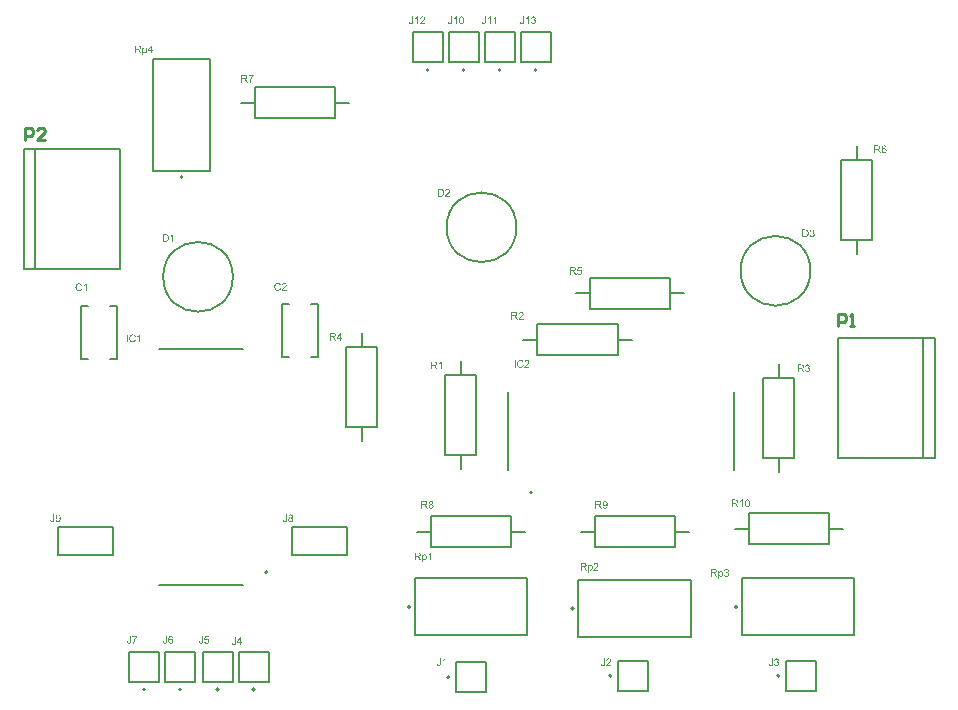
<source format=gto>
%TF.GenerationSoftware,Altium Limited,Altium Designer,24.7.2 (38)*%
G04 Layer_Color=65535*
%FSLAX45Y45*%
%MOMM*%
%TF.SameCoordinates,CC96ED50-5278-442E-815C-D6E1CD6F0417*%
%TF.FilePolarity,Positive*%
%TF.FileFunction,Legend,Top*%
%TF.Part,Single*%
G01*
G75*
%TA.AperFunction,NonConductor*%
%ADD37C,0.20000*%
%ADD38C,0.12700*%
%ADD39C,0.25400*%
G36*
X1063207Y5497923D02*
X1063854Y5497831D01*
X1065241Y5497646D01*
X1066905Y5497276D01*
X1068662Y5496722D01*
X1070418Y5495889D01*
X1072175Y5494872D01*
X1072268D01*
X1072360Y5494688D01*
X1072915Y5494318D01*
X1073747Y5493578D01*
X1074764Y5492653D01*
X1075873Y5491452D01*
X1076983Y5489972D01*
X1078092Y5488216D01*
X1079017Y5486274D01*
Y5486182D01*
X1079109Y5485997D01*
X1079202Y5485719D01*
X1079387Y5485349D01*
X1079572Y5484795D01*
X1079757Y5484148D01*
X1080219Y5482668D01*
X1080681Y5480819D01*
X1081051Y5478785D01*
X1081328Y5476474D01*
X1081421Y5474070D01*
Y5473977D01*
Y5473792D01*
Y5473423D01*
Y5472868D01*
X1081328Y5472221D01*
Y5471481D01*
X1081143Y5469817D01*
X1080774Y5467783D01*
X1080311Y5465656D01*
X1079664Y5463437D01*
X1078832Y5461218D01*
Y5461126D01*
X1078740Y5460941D01*
X1078555Y5460664D01*
X1078370Y5460294D01*
X1077723Y5459277D01*
X1076890Y5457982D01*
X1075873Y5456596D01*
X1074579Y5455209D01*
X1073100Y5453822D01*
X1071343Y5452528D01*
X1071251D01*
X1071158Y5452435D01*
X1070881Y5452250D01*
X1070511Y5452065D01*
X1069586Y5451603D01*
X1068292Y5451048D01*
X1066720Y5450494D01*
X1065056Y5450031D01*
X1063114Y5449661D01*
X1061173Y5449569D01*
X1060526D01*
X1059786Y5449661D01*
X1058861Y5449754D01*
X1057752Y5449939D01*
X1056550Y5450216D01*
X1055348Y5450586D01*
X1054146Y5451141D01*
X1054054Y5451233D01*
X1053591Y5451418D01*
X1053037Y5451788D01*
X1052297Y5452343D01*
X1051557Y5452897D01*
X1050633Y5453637D01*
X1049801Y5454469D01*
X1049061Y5455394D01*
Y5432834D01*
X1041202D01*
Y5496999D01*
X1048321D01*
Y5490897D01*
X1048414Y5491082D01*
X1048784Y5491452D01*
X1049246Y5492099D01*
X1049986Y5492838D01*
X1050818Y5493763D01*
X1051742Y5494595D01*
X1052852Y5495427D01*
X1053961Y5496167D01*
X1054146Y5496259D01*
X1054516Y5496444D01*
X1055256Y5496722D01*
X1056180Y5497091D01*
X1057290Y5497461D01*
X1058584Y5497739D01*
X1060063Y5497923D01*
X1061728Y5498016D01*
X1062745D01*
X1063207Y5497923D01*
D02*
G37*
G36*
X1121732Y5473145D02*
X1130422D01*
Y5465934D01*
X1121732D01*
Y5450586D01*
X1113873D01*
Y5465934D01*
X1086044D01*
Y5473145D01*
X1115352Y5514566D01*
X1121732D01*
Y5473145D01*
D02*
G37*
G36*
X1008196Y5514473D02*
X1009028D01*
X1010969Y5514381D01*
X1013003Y5514103D01*
X1015222Y5513826D01*
X1017256Y5513364D01*
X1018273Y5513086D01*
X1019105Y5512809D01*
X1019198D01*
X1019290Y5512716D01*
X1019845Y5512439D01*
X1020677Y5512069D01*
X1021694Y5511422D01*
X1022804Y5510590D01*
X1024006Y5509480D01*
X1025115Y5508186D01*
X1026225Y5506707D01*
Y5506614D01*
X1026317Y5506522D01*
X1026687Y5505967D01*
X1027057Y5505043D01*
X1027611Y5503841D01*
X1028074Y5502454D01*
X1028536Y5500790D01*
X1028813Y5499033D01*
X1028906Y5497091D01*
Y5496999D01*
Y5496814D01*
Y5496444D01*
X1028813Y5495982D01*
Y5495335D01*
X1028721Y5494688D01*
X1028351Y5493116D01*
X1027796Y5491267D01*
X1027057Y5489325D01*
X1025947Y5487383D01*
X1025207Y5486459D01*
X1024468Y5485534D01*
X1024375Y5485442D01*
X1024283Y5485349D01*
X1024006Y5485072D01*
X1023636Y5484795D01*
X1023173Y5484425D01*
X1022619Y5484055D01*
X1021879Y5483593D01*
X1021139Y5483038D01*
X1020215Y5482576D01*
X1019198Y5482113D01*
X1018088Y5481559D01*
X1016886Y5481096D01*
X1015500Y5480727D01*
X1014113Y5480264D01*
X1012541Y5479987D01*
X1010877Y5479710D01*
X1011062Y5479617D01*
X1011432Y5479432D01*
X1011986Y5479062D01*
X1012726Y5478693D01*
X1014390Y5477676D01*
X1015222Y5477028D01*
X1015962Y5476474D01*
X1016147Y5476289D01*
X1016609Y5475826D01*
X1017349Y5475087D01*
X1018273Y5474162D01*
X1019290Y5472868D01*
X1020492Y5471481D01*
X1021694Y5469817D01*
X1022989Y5467968D01*
X1033991Y5450586D01*
X1023451D01*
X1015037Y5463900D01*
Y5463992D01*
X1014852Y5464177D01*
X1014668Y5464454D01*
X1014390Y5464824D01*
X1013743Y5465841D01*
X1012911Y5467136D01*
X1011894Y5468522D01*
X1010877Y5470002D01*
X1009860Y5471389D01*
X1008935Y5472683D01*
X1008843Y5472775D01*
X1008565Y5473145D01*
X1008103Y5473700D01*
X1007456Y5474347D01*
X1006069Y5475734D01*
X1005329Y5476381D01*
X1004590Y5476936D01*
X1004497Y5477028D01*
X1004312Y5477121D01*
X1003943Y5477306D01*
X1003388Y5477583D01*
X1002833Y5477861D01*
X1002186Y5478138D01*
X1000707Y5478600D01*
X1000614D01*
X1000429Y5478693D01*
X1000059D01*
X999597Y5478785D01*
X998950Y5478878D01*
X998210D01*
X997193Y5478970D01*
X986284D01*
Y5450586D01*
X977778D01*
Y5514566D01*
X1007456D01*
X1008196Y5514473D01*
D02*
G37*
G36*
X4244145Y2852407D02*
X4244977Y2852314D01*
X4245994Y2852222D01*
X4247011Y2852129D01*
X4248213Y2851852D01*
X4250709Y2851297D01*
X4253483Y2850465D01*
X4254870Y2849910D01*
X4256164Y2849263D01*
X4257459Y2848431D01*
X4258753Y2847599D01*
X4258845Y2847507D01*
X4259030Y2847414D01*
X4259400Y2847137D01*
X4259862Y2846675D01*
X4260325Y2846212D01*
X4260972Y2845565D01*
X4261619Y2844825D01*
X4262359Y2844086D01*
X4263098Y2843161D01*
X4263838Y2842052D01*
X4264670Y2840942D01*
X4265410Y2839740D01*
X4266057Y2838353D01*
X4266797Y2836967D01*
X4267351Y2835487D01*
X4267906Y2833823D01*
X4259585Y2831882D01*
Y2831974D01*
X4259493Y2832159D01*
X4259308Y2832529D01*
X4259123Y2832991D01*
X4258938Y2833546D01*
X4258661Y2834285D01*
X4257921Y2835765D01*
X4256996Y2837429D01*
X4255887Y2839093D01*
X4254500Y2840665D01*
X4253021Y2842052D01*
X4252836Y2842237D01*
X4252281Y2842606D01*
X4251356Y2843069D01*
X4250155Y2843716D01*
X4248583Y2844271D01*
X4246826Y2844825D01*
X4244700Y2845195D01*
X4242388Y2845288D01*
X4241649D01*
X4241186Y2845195D01*
X4240539D01*
X4239799Y2845103D01*
X4238043Y2844825D01*
X4236101Y2844456D01*
X4234067Y2843808D01*
X4231941Y2842884D01*
X4229999Y2841682D01*
X4229907D01*
X4229814Y2841497D01*
X4229167Y2841035D01*
X4228335Y2840295D01*
X4227318Y2839186D01*
X4226116Y2837799D01*
X4225007Y2836227D01*
X4223990Y2834285D01*
X4223065Y2832159D01*
Y2832066D01*
X4222973Y2831882D01*
X4222880Y2831604D01*
X4222788Y2831142D01*
X4222603Y2830587D01*
X4222418Y2829940D01*
X4222140Y2828368D01*
X4221771Y2826519D01*
X4221401Y2824485D01*
X4221216Y2822266D01*
X4221123Y2819862D01*
Y2819770D01*
Y2819492D01*
Y2819030D01*
Y2818475D01*
X4221216Y2817828D01*
Y2816996D01*
X4221308Y2816072D01*
X4221401Y2815055D01*
X4221678Y2812836D01*
X4222140Y2810432D01*
X4222695Y2808028D01*
X4223435Y2805624D01*
Y2805532D01*
X4223527Y2805347D01*
X4223712Y2805069D01*
X4223897Y2804607D01*
X4224452Y2803498D01*
X4225284Y2802203D01*
X4226301Y2800724D01*
X4227595Y2799152D01*
X4229075Y2797765D01*
X4230831Y2796471D01*
X4230924D01*
X4231109Y2796378D01*
X4231386Y2796194D01*
X4231756Y2796009D01*
X4232218Y2795824D01*
X4232773Y2795546D01*
X4234067Y2794992D01*
X4235731Y2794437D01*
X4237581Y2793975D01*
X4239615Y2793605D01*
X4241741Y2793512D01*
X4242388D01*
X4242943Y2793605D01*
X4243590D01*
X4244237Y2793697D01*
X4245902Y2794067D01*
X4247843Y2794529D01*
X4249785Y2795269D01*
X4251819Y2796286D01*
X4252836Y2796841D01*
X4253760Y2797580D01*
X4253853Y2797673D01*
X4253945Y2797765D01*
X4254223Y2798043D01*
X4254592Y2798320D01*
X4254962Y2798782D01*
X4255425Y2799337D01*
X4255979Y2799892D01*
X4256442Y2800631D01*
X4256996Y2801464D01*
X4257644Y2802388D01*
X4258198Y2803313D01*
X4258753Y2804422D01*
X4259215Y2805624D01*
X4259678Y2806918D01*
X4260140Y2808305D01*
X4260510Y2809785D01*
X4269016Y2807658D01*
Y2807566D01*
X4268923Y2807196D01*
X4268738Y2806641D01*
X4268461Y2805901D01*
X4268183Y2805069D01*
X4267814Y2804052D01*
X4267351Y2802943D01*
X4266797Y2801741D01*
X4265502Y2799152D01*
X4263838Y2796563D01*
X4262821Y2795269D01*
X4261804Y2793975D01*
X4260695Y2792865D01*
X4259400Y2791756D01*
X4259308Y2791663D01*
X4259123Y2791478D01*
X4258661Y2791293D01*
X4258198Y2790924D01*
X4257459Y2790461D01*
X4256719Y2789999D01*
X4255702Y2789537D01*
X4254685Y2789074D01*
X4253483Y2788520D01*
X4252189Y2788057D01*
X4250802Y2787595D01*
X4249322Y2787133D01*
X4247751Y2786763D01*
X4246087Y2786578D01*
X4244330Y2786393D01*
X4242481Y2786301D01*
X4241464D01*
X4240724Y2786393D01*
X4239892D01*
X4238875Y2786486D01*
X4237765Y2786671D01*
X4236471Y2786855D01*
X4233790Y2787318D01*
X4231016Y2788057D01*
X4228242Y2789074D01*
X4226948Y2789722D01*
X4225654Y2790461D01*
X4225561Y2790554D01*
X4225376Y2790646D01*
X4225007Y2790924D01*
X4224637Y2791293D01*
X4224082Y2791663D01*
X4223435Y2792218D01*
X4222695Y2792865D01*
X4221955Y2793605D01*
X4221216Y2794437D01*
X4220384Y2795269D01*
X4218720Y2797395D01*
X4217148Y2799892D01*
X4215761Y2802665D01*
Y2802758D01*
X4215576Y2803035D01*
X4215484Y2803498D01*
X4215206Y2804052D01*
X4215021Y2804792D01*
X4214744Y2805717D01*
X4214374Y2806734D01*
X4214097Y2807843D01*
X4213819Y2809045D01*
X4213450Y2810432D01*
X4212987Y2813298D01*
X4212617Y2816534D01*
X4212433Y2819862D01*
Y2819955D01*
Y2820325D01*
Y2820879D01*
X4212525Y2821526D01*
Y2822451D01*
X4212617Y2823376D01*
X4212710Y2824578D01*
X4212895Y2825779D01*
X4213357Y2828461D01*
X4214004Y2831419D01*
X4214929Y2834378D01*
X4216223Y2837244D01*
X4216316Y2837336D01*
X4216408Y2837614D01*
X4216593Y2837984D01*
X4216963Y2838446D01*
X4217333Y2839093D01*
X4217795Y2839833D01*
X4218997Y2841497D01*
X4220569Y2843346D01*
X4222418Y2845195D01*
X4224544Y2847044D01*
X4227041Y2848616D01*
X4227133Y2848709D01*
X4227410Y2848801D01*
X4227780Y2848986D01*
X4228242Y2849263D01*
X4228982Y2849541D01*
X4229722Y2849818D01*
X4230646Y2850188D01*
X4231663Y2850558D01*
X4232773Y2850927D01*
X4233975Y2851297D01*
X4236564Y2851852D01*
X4239522Y2852314D01*
X4242573Y2852499D01*
X4243498D01*
X4244145Y2852407D01*
D02*
G37*
G36*
X4298971Y2851575D02*
X4299711Y2851482D01*
X4300636Y2851390D01*
X4301653Y2851205D01*
X4302670Y2851020D01*
X4305073Y2850373D01*
X4307477Y2849448D01*
X4308679Y2848893D01*
X4309881Y2848246D01*
X4310991Y2847414D01*
X4312008Y2846490D01*
X4312100Y2846397D01*
X4312285Y2846305D01*
X4312470Y2845935D01*
X4312840Y2845565D01*
X4313302Y2845103D01*
X4313764Y2844456D01*
X4314227Y2843808D01*
X4314781Y2842976D01*
X4315706Y2841220D01*
X4316630Y2839001D01*
X4317000Y2837891D01*
X4317185Y2836597D01*
X4317370Y2835302D01*
X4317463Y2833916D01*
Y2833731D01*
Y2833268D01*
X4317370Y2832529D01*
X4317278Y2831512D01*
X4317093Y2830402D01*
X4316723Y2829108D01*
X4316353Y2827721D01*
X4315798Y2826334D01*
X4315706Y2826149D01*
X4315521Y2825687D01*
X4315151Y2824947D01*
X4314596Y2823930D01*
X4313857Y2822821D01*
X4312932Y2821434D01*
X4311823Y2820047D01*
X4310528Y2818475D01*
X4310343Y2818291D01*
X4309881Y2817736D01*
X4309419Y2817274D01*
X4308957Y2816811D01*
X4308402Y2816256D01*
X4307662Y2815517D01*
X4306923Y2814777D01*
X4305998Y2813945D01*
X4305073Y2813021D01*
X4303964Y2812004D01*
X4302762Y2810987D01*
X4301468Y2809785D01*
X4299988Y2808583D01*
X4298509Y2807288D01*
X4298417Y2807196D01*
X4298232Y2807011D01*
X4297862Y2806734D01*
X4297400Y2806364D01*
X4296845Y2805809D01*
X4296198Y2805254D01*
X4294718Y2804052D01*
X4293147Y2802665D01*
X4291667Y2801279D01*
X4290373Y2800077D01*
X4289818Y2799614D01*
X4289356Y2799152D01*
X4289263Y2799060D01*
X4288986Y2798782D01*
X4288616Y2798412D01*
X4288154Y2797858D01*
X4287692Y2797211D01*
X4287137Y2796563D01*
X4286027Y2794992D01*
X4317555D01*
Y2787410D01*
X4275118D01*
Y2787503D01*
Y2787873D01*
Y2788427D01*
X4275210Y2789167D01*
X4275303Y2789999D01*
X4275488Y2790924D01*
X4275672Y2791848D01*
X4276042Y2792865D01*
Y2792958D01*
X4276135Y2793050D01*
X4276320Y2793605D01*
X4276689Y2794437D01*
X4277244Y2795546D01*
X4277984Y2796841D01*
X4278908Y2798320D01*
X4279925Y2799799D01*
X4281220Y2801371D01*
Y2801464D01*
X4281405Y2801556D01*
X4281867Y2802111D01*
X4282699Y2802943D01*
X4283901Y2804145D01*
X4285288Y2805532D01*
X4287045Y2807196D01*
X4289171Y2809045D01*
X4291482Y2810987D01*
X4291575Y2811079D01*
X4291945Y2811356D01*
X4292499Y2811819D01*
X4293147Y2812373D01*
X4293979Y2813113D01*
X4294996Y2813945D01*
X4296013Y2814870D01*
X4297215Y2815887D01*
X4299526Y2818106D01*
X4301837Y2820325D01*
X4302947Y2821434D01*
X4303964Y2822544D01*
X4304889Y2823561D01*
X4305628Y2824578D01*
Y2824670D01*
X4305813Y2824762D01*
X4305998Y2825040D01*
X4306183Y2825410D01*
X4306830Y2826427D01*
X4307570Y2827629D01*
X4308217Y2829108D01*
X4308864Y2830680D01*
X4309234Y2832436D01*
X4309419Y2834101D01*
Y2834193D01*
Y2834285D01*
X4309326Y2834840D01*
X4309234Y2835765D01*
X4308957Y2836782D01*
X4308587Y2838076D01*
X4307940Y2839370D01*
X4307107Y2840665D01*
X4305998Y2841959D01*
X4305813Y2842144D01*
X4305351Y2842514D01*
X4304704Y2842976D01*
X4303687Y2843623D01*
X4302392Y2844178D01*
X4300913Y2844733D01*
X4299156Y2845103D01*
X4297215Y2845195D01*
X4296660D01*
X4296290Y2845103D01*
X4295181Y2845010D01*
X4293886Y2844733D01*
X4292499Y2844363D01*
X4290928Y2843716D01*
X4289448Y2842884D01*
X4288062Y2841774D01*
X4287877Y2841589D01*
X4287507Y2841127D01*
X4286952Y2840388D01*
X4286397Y2839278D01*
X4285750Y2837984D01*
X4285195Y2836319D01*
X4284826Y2834470D01*
X4284641Y2832344D01*
X4276597Y2833176D01*
Y2833268D01*
X4276689Y2833546D01*
Y2834008D01*
X4276782Y2834655D01*
X4276967Y2835395D01*
X4277152Y2836227D01*
X4277429Y2837244D01*
X4277706Y2838261D01*
X4278446Y2840480D01*
X4279556Y2842699D01*
X4280203Y2843808D01*
X4281035Y2844918D01*
X4281867Y2845935D01*
X4282792Y2846859D01*
X4282884Y2846952D01*
X4283069Y2847044D01*
X4283346Y2847322D01*
X4283809Y2847599D01*
X4284363Y2847969D01*
X4285010Y2848339D01*
X4285750Y2848801D01*
X4286675Y2849263D01*
X4287692Y2849726D01*
X4288801Y2850188D01*
X4290003Y2850558D01*
X4291297Y2850927D01*
X4292684Y2851205D01*
X4294164Y2851482D01*
X4295735Y2851575D01*
X4297400Y2851667D01*
X4298324D01*
X4298971Y2851575D01*
D02*
G37*
G36*
X4199951Y2787410D02*
X4191445D01*
Y2851390D01*
X4199951D01*
Y2787410D01*
D02*
G37*
G36*
X4249083Y3257836D02*
X4249823Y3257744D01*
X4250747Y3257651D01*
X4251764Y3257466D01*
X4252781Y3257281D01*
X4255185Y3256634D01*
X4257589Y3255710D01*
X4258791Y3255155D01*
X4259993Y3254508D01*
X4261102Y3253675D01*
X4262119Y3252751D01*
X4262212Y3252658D01*
X4262397Y3252566D01*
X4262582Y3252196D01*
X4262952Y3251826D01*
X4263414Y3251364D01*
X4263876Y3250717D01*
X4264338Y3250070D01*
X4264893Y3249238D01*
X4265818Y3247481D01*
X4266742Y3245262D01*
X4267112Y3244153D01*
X4267297Y3242858D01*
X4267482Y3241564D01*
X4267574Y3240177D01*
Y3239992D01*
Y3239530D01*
X4267482Y3238790D01*
X4267389Y3237773D01*
X4267205Y3236664D01*
X4266835Y3235369D01*
X4266465Y3233982D01*
X4265910Y3232596D01*
X4265818Y3232411D01*
X4265633Y3231948D01*
X4265263Y3231209D01*
X4264708Y3230192D01*
X4263969Y3229082D01*
X4263044Y3227695D01*
X4261935Y3226309D01*
X4260640Y3224737D01*
X4260455Y3224552D01*
X4259993Y3223997D01*
X4259531Y3223535D01*
X4259068Y3223073D01*
X4258514Y3222518D01*
X4257774Y3221778D01*
X4257034Y3221039D01*
X4256110Y3220206D01*
X4255185Y3219282D01*
X4254076Y3218265D01*
X4252874Y3217248D01*
X4251580Y3216046D01*
X4250100Y3214844D01*
X4248621Y3213550D01*
X4248528Y3213457D01*
X4248344Y3213272D01*
X4247974Y3212995D01*
X4247511Y3212625D01*
X4246957Y3212070D01*
X4246310Y3211516D01*
X4244830Y3210314D01*
X4243258Y3208927D01*
X4241779Y3207540D01*
X4240485Y3206338D01*
X4239930Y3205876D01*
X4239468Y3205413D01*
X4239375Y3205321D01*
X4239098Y3205044D01*
X4238728Y3204674D01*
X4238266Y3204119D01*
X4237804Y3203472D01*
X4237249Y3202825D01*
X4236139Y3201253D01*
X4267667D01*
Y3193672D01*
X4225230D01*
Y3193764D01*
Y3194134D01*
Y3194689D01*
X4225322Y3195428D01*
X4225414Y3196260D01*
X4225599Y3197185D01*
X4225784Y3198109D01*
X4226154Y3199126D01*
Y3199219D01*
X4226247Y3199311D01*
X4226431Y3199866D01*
X4226801Y3200698D01*
X4227356Y3201808D01*
X4228096Y3203102D01*
X4229020Y3204581D01*
X4230037Y3206061D01*
X4231332Y3207632D01*
Y3207725D01*
X4231517Y3207817D01*
X4231979Y3208372D01*
X4232811Y3209204D01*
X4234013Y3210406D01*
X4235400Y3211793D01*
X4237156Y3213457D01*
X4239283Y3215306D01*
X4241594Y3217248D01*
X4241687Y3217340D01*
X4242057Y3217618D01*
X4242611Y3218080D01*
X4243258Y3218635D01*
X4244091Y3219374D01*
X4245108Y3220206D01*
X4246125Y3221131D01*
X4247327Y3222148D01*
X4249638Y3224367D01*
X4251949Y3226586D01*
X4253059Y3227695D01*
X4254076Y3228805D01*
X4255000Y3229822D01*
X4255740Y3230839D01*
Y3230931D01*
X4255925Y3231024D01*
X4256110Y3231301D01*
X4256295Y3231671D01*
X4256942Y3232688D01*
X4257682Y3233890D01*
X4258329Y3235369D01*
X4258976Y3236941D01*
X4259346Y3238698D01*
X4259531Y3240362D01*
Y3240454D01*
Y3240547D01*
X4259438Y3241101D01*
X4259346Y3242026D01*
X4259068Y3243043D01*
X4258699Y3244337D01*
X4258051Y3245632D01*
X4257219Y3246926D01*
X4256110Y3248221D01*
X4255925Y3248405D01*
X4255463Y3248775D01*
X4254815Y3249238D01*
X4253798Y3249885D01*
X4252504Y3250440D01*
X4251025Y3250994D01*
X4249268Y3251364D01*
X4247327Y3251457D01*
X4246772D01*
X4246402Y3251364D01*
X4245293Y3251272D01*
X4243998Y3250994D01*
X4242611Y3250624D01*
X4241040Y3249977D01*
X4239560Y3249145D01*
X4238173Y3248036D01*
X4237988Y3247851D01*
X4237619Y3247388D01*
X4237064Y3246649D01*
X4236509Y3245539D01*
X4235862Y3244245D01*
X4235307Y3242581D01*
X4234937Y3240732D01*
X4234753Y3238605D01*
X4226709Y3239437D01*
Y3239530D01*
X4226801Y3239807D01*
Y3240269D01*
X4226894Y3240917D01*
X4227079Y3241656D01*
X4227264Y3242488D01*
X4227541Y3243505D01*
X4227818Y3244522D01*
X4228558Y3246741D01*
X4229667Y3248960D01*
X4230315Y3250070D01*
X4231147Y3251179D01*
X4231979Y3252196D01*
X4232903Y3253121D01*
X4232996Y3253213D01*
X4233181Y3253306D01*
X4233458Y3253583D01*
X4233920Y3253860D01*
X4234475Y3254230D01*
X4235122Y3254600D01*
X4235862Y3255062D01*
X4236787Y3255525D01*
X4237804Y3255987D01*
X4238913Y3256449D01*
X4240115Y3256819D01*
X4241409Y3257189D01*
X4242796Y3257466D01*
X4244275Y3257744D01*
X4245847Y3257836D01*
X4247511Y3257928D01*
X4248436D01*
X4249083Y3257836D01*
D02*
G37*
G36*
X4195551Y3257559D02*
X4196383D01*
X4198325Y3257466D01*
X4200359Y3257189D01*
X4202578Y3256911D01*
X4204612Y3256449D01*
X4205629Y3256172D01*
X4206461Y3255894D01*
X4206553D01*
X4206646Y3255802D01*
X4207201Y3255525D01*
X4208033Y3255155D01*
X4209050Y3254508D01*
X4210159Y3253675D01*
X4211361Y3252566D01*
X4212471Y3251272D01*
X4213580Y3249792D01*
Y3249700D01*
X4213673Y3249607D01*
X4214042Y3249053D01*
X4214412Y3248128D01*
X4214967Y3246926D01*
X4215429Y3245539D01*
X4215891Y3243875D01*
X4216169Y3242118D01*
X4216261Y3240177D01*
Y3240084D01*
Y3239900D01*
Y3239530D01*
X4216169Y3239067D01*
Y3238420D01*
X4216076Y3237773D01*
X4215707Y3236201D01*
X4215152Y3234352D01*
X4214412Y3232411D01*
X4213303Y3230469D01*
X4212563Y3229544D01*
X4211823Y3228620D01*
X4211731Y3228527D01*
X4211639Y3228435D01*
X4211361Y3228158D01*
X4210991Y3227880D01*
X4210529Y3227510D01*
X4209974Y3227141D01*
X4209235Y3226678D01*
X4208495Y3226124D01*
X4207570Y3225661D01*
X4206553Y3225199D01*
X4205444Y3224644D01*
X4204242Y3224182D01*
X4202855Y3223812D01*
X4201468Y3223350D01*
X4199897Y3223073D01*
X4198232Y3222795D01*
X4198417Y3222703D01*
X4198787Y3222518D01*
X4199342Y3222148D01*
X4200082Y3221778D01*
X4201746Y3220761D01*
X4202578Y3220114D01*
X4203317Y3219559D01*
X4203502Y3219374D01*
X4203965Y3218912D01*
X4204704Y3218172D01*
X4205629Y3217248D01*
X4206646Y3215953D01*
X4207848Y3214567D01*
X4209050Y3212902D01*
X4210344Y3211053D01*
X4221346Y3193672D01*
X4210806D01*
X4202393Y3206985D01*
Y3207078D01*
X4202208Y3207263D01*
X4202023Y3207540D01*
X4201746Y3207910D01*
X4201099Y3208927D01*
X4200266Y3210221D01*
X4199249Y3211608D01*
X4198232Y3213087D01*
X4197215Y3214474D01*
X4196291Y3215769D01*
X4196198Y3215861D01*
X4195921Y3216231D01*
X4195459Y3216786D01*
X4194812Y3217433D01*
X4193425Y3218820D01*
X4192685Y3219467D01*
X4191945Y3220022D01*
X4191853Y3220114D01*
X4191668Y3220206D01*
X4191298Y3220391D01*
X4190743Y3220669D01*
X4190189Y3220946D01*
X4189542Y3221223D01*
X4188062Y3221686D01*
X4187970D01*
X4187785Y3221778D01*
X4187415D01*
X4186953Y3221871D01*
X4186306Y3221963D01*
X4185566D01*
X4184549Y3222056D01*
X4173639D01*
Y3193672D01*
X4165133D01*
Y3257651D01*
X4194812D01*
X4195551Y3257559D01*
D02*
G37*
G36*
X2188951Y3504107D02*
X2189783Y3504014D01*
X2190800Y3503922D01*
X2191817Y3503829D01*
X2193019Y3503552D01*
X2195516Y3502997D01*
X2198289Y3502165D01*
X2199676Y3501610D01*
X2200970Y3500963D01*
X2202265Y3500131D01*
X2203559Y3499299D01*
X2203652Y3499207D01*
X2203837Y3499114D01*
X2204206Y3498837D01*
X2204669Y3498375D01*
X2205131Y3497912D01*
X2205778Y3497265D01*
X2206425Y3496525D01*
X2207165Y3495786D01*
X2207905Y3494861D01*
X2208644Y3493752D01*
X2209476Y3492642D01*
X2210216Y3491440D01*
X2210863Y3490053D01*
X2211603Y3488667D01*
X2212158Y3487187D01*
X2212712Y3485523D01*
X2204391Y3483582D01*
Y3483674D01*
X2204299Y3483859D01*
X2204114Y3484229D01*
X2203929Y3484691D01*
X2203744Y3485246D01*
X2203467Y3485985D01*
X2202727Y3487465D01*
X2201803Y3489129D01*
X2200693Y3490793D01*
X2199306Y3492365D01*
X2197827Y3493752D01*
X2197642Y3493937D01*
X2197087Y3494306D01*
X2196163Y3494769D01*
X2194961Y3495416D01*
X2193389Y3495971D01*
X2191632Y3496525D01*
X2189506Y3496895D01*
X2187195Y3496988D01*
X2186455D01*
X2185993Y3496895D01*
X2185345D01*
X2184606Y3496803D01*
X2182849Y3496525D01*
X2180908Y3496156D01*
X2178873Y3495508D01*
X2176747Y3494584D01*
X2174805Y3493382D01*
X2174713D01*
X2174620Y3493197D01*
X2173973Y3492735D01*
X2173141Y3491995D01*
X2172124Y3490886D01*
X2170922Y3489499D01*
X2169813Y3487927D01*
X2168796Y3485985D01*
X2167871Y3483859D01*
Y3483766D01*
X2167779Y3483582D01*
X2167686Y3483304D01*
X2167594Y3482842D01*
X2167409Y3482287D01*
X2167224Y3481640D01*
X2166947Y3480068D01*
X2166577Y3478219D01*
X2166207Y3476185D01*
X2166022Y3473966D01*
X2165930Y3471562D01*
Y3471470D01*
Y3471192D01*
Y3470730D01*
Y3470175D01*
X2166022Y3469528D01*
Y3468696D01*
X2166115Y3467772D01*
X2166207Y3466755D01*
X2166484Y3464536D01*
X2166947Y3462132D01*
X2167501Y3459728D01*
X2168241Y3457324D01*
Y3457232D01*
X2168333Y3457047D01*
X2168518Y3456769D01*
X2168703Y3456307D01*
X2169258Y3455198D01*
X2170090Y3453903D01*
X2171107Y3452424D01*
X2172402Y3450852D01*
X2173881Y3449465D01*
X2175638Y3448171D01*
X2175730D01*
X2175915Y3448078D01*
X2176192Y3447894D01*
X2176562Y3447709D01*
X2177024Y3447524D01*
X2177579Y3447246D01*
X2178873Y3446692D01*
X2180538Y3446137D01*
X2182387Y3445675D01*
X2184421Y3445305D01*
X2186547Y3445212D01*
X2187195D01*
X2187749Y3445305D01*
X2188396D01*
X2189044Y3445397D01*
X2190708Y3445767D01*
X2192649Y3446229D01*
X2194591Y3446969D01*
X2196625Y3447986D01*
X2197642Y3448541D01*
X2198567Y3449280D01*
X2198659Y3449373D01*
X2198752Y3449465D01*
X2199029Y3449743D01*
X2199399Y3450020D01*
X2199769Y3450482D01*
X2200231Y3451037D01*
X2200786Y3451592D01*
X2201248Y3452331D01*
X2201803Y3453164D01*
X2202450Y3454088D01*
X2203004Y3455013D01*
X2203559Y3456122D01*
X2204021Y3457324D01*
X2204484Y3458618D01*
X2204946Y3460005D01*
X2205316Y3461485D01*
X2213822Y3459358D01*
Y3459266D01*
X2213729Y3458896D01*
X2213544Y3458341D01*
X2213267Y3457601D01*
X2212990Y3456769D01*
X2212620Y3455752D01*
X2212158Y3454643D01*
X2211603Y3453441D01*
X2210309Y3450852D01*
X2208644Y3448263D01*
X2207627Y3446969D01*
X2206610Y3445675D01*
X2205501Y3444565D01*
X2204206Y3443456D01*
X2204114Y3443363D01*
X2203929Y3443178D01*
X2203467Y3442993D01*
X2203004Y3442624D01*
X2202265Y3442161D01*
X2201525Y3441699D01*
X2200508Y3441237D01*
X2199491Y3440774D01*
X2198289Y3440220D01*
X2196995Y3439757D01*
X2195608Y3439295D01*
X2194129Y3438833D01*
X2192557Y3438463D01*
X2190893Y3438278D01*
X2189136Y3438093D01*
X2187287Y3438001D01*
X2186270D01*
X2185530Y3438093D01*
X2184698D01*
X2183681Y3438186D01*
X2182572Y3438371D01*
X2181277Y3438555D01*
X2178596Y3439018D01*
X2175822Y3439757D01*
X2173049Y3440774D01*
X2171754Y3441422D01*
X2170460Y3442161D01*
X2170368Y3442254D01*
X2170183Y3442346D01*
X2169813Y3442624D01*
X2169443Y3442993D01*
X2168888Y3443363D01*
X2168241Y3443918D01*
X2167501Y3444565D01*
X2166762Y3445305D01*
X2166022Y3446137D01*
X2165190Y3446969D01*
X2163526Y3449095D01*
X2161954Y3451592D01*
X2160567Y3454365D01*
Y3454458D01*
X2160382Y3454735D01*
X2160290Y3455198D01*
X2160012Y3455752D01*
X2159828Y3456492D01*
X2159550Y3457417D01*
X2159180Y3458434D01*
X2158903Y3459543D01*
X2158626Y3460745D01*
X2158256Y3462132D01*
X2157793Y3464998D01*
X2157424Y3468234D01*
X2157239Y3471562D01*
Y3471655D01*
Y3472025D01*
Y3472579D01*
X2157331Y3473226D01*
Y3474151D01*
X2157424Y3475076D01*
X2157516Y3476278D01*
X2157701Y3477479D01*
X2158163Y3480161D01*
X2158811Y3483119D01*
X2159735Y3486078D01*
X2161029Y3488944D01*
X2161122Y3489036D01*
X2161214Y3489314D01*
X2161399Y3489684D01*
X2161769Y3490146D01*
X2162139Y3490793D01*
X2162601Y3491533D01*
X2163803Y3493197D01*
X2165375Y3495046D01*
X2167224Y3496895D01*
X2169350Y3498744D01*
X2171847Y3500316D01*
X2171939Y3500409D01*
X2172217Y3500501D01*
X2172586Y3500686D01*
X2173049Y3500963D01*
X2173788Y3501241D01*
X2174528Y3501518D01*
X2175453Y3501888D01*
X2176470Y3502258D01*
X2177579Y3502627D01*
X2178781Y3502997D01*
X2181370Y3503552D01*
X2184328Y3504014D01*
X2187379Y3504199D01*
X2188304D01*
X2188951Y3504107D01*
D02*
G37*
G36*
X2243778Y3503275D02*
X2244517Y3503182D01*
X2245442Y3503090D01*
X2246459Y3502905D01*
X2247476Y3502720D01*
X2249880Y3502073D01*
X2252284Y3501148D01*
X2253485Y3500593D01*
X2254687Y3499946D01*
X2255797Y3499114D01*
X2256814Y3498190D01*
X2256906Y3498097D01*
X2257091Y3498005D01*
X2257276Y3497635D01*
X2257646Y3497265D01*
X2258108Y3496803D01*
X2258571Y3496156D01*
X2259033Y3495508D01*
X2259588Y3494676D01*
X2260512Y3492920D01*
X2261437Y3490701D01*
X2261806Y3489591D01*
X2261991Y3488297D01*
X2262176Y3487002D01*
X2262269Y3485616D01*
Y3485431D01*
Y3484968D01*
X2262176Y3484229D01*
X2262084Y3483212D01*
X2261899Y3482102D01*
X2261529Y3480808D01*
X2261159Y3479421D01*
X2260605Y3478034D01*
X2260512Y3477849D01*
X2260327Y3477387D01*
X2259957Y3476647D01*
X2259403Y3475630D01*
X2258663Y3474521D01*
X2257738Y3473134D01*
X2256629Y3471747D01*
X2255335Y3470175D01*
X2255150Y3469991D01*
X2254687Y3469436D01*
X2254225Y3468974D01*
X2253763Y3468511D01*
X2253208Y3467956D01*
X2252468Y3467217D01*
X2251729Y3466477D01*
X2250804Y3465645D01*
X2249880Y3464721D01*
X2248770Y3463704D01*
X2247568Y3462686D01*
X2246274Y3461485D01*
X2244795Y3460283D01*
X2243315Y3458988D01*
X2243223Y3458896D01*
X2243038Y3458711D01*
X2242668Y3458434D01*
X2242206Y3458064D01*
X2241651Y3457509D01*
X2241004Y3456954D01*
X2239525Y3455752D01*
X2237953Y3454365D01*
X2236474Y3452979D01*
X2235179Y3451777D01*
X2234624Y3451314D01*
X2234162Y3450852D01*
X2234070Y3450760D01*
X2233792Y3450482D01*
X2233423Y3450112D01*
X2232960Y3449558D01*
X2232498Y3448911D01*
X2231943Y3448263D01*
X2230834Y3446692D01*
X2262361D01*
Y3439110D01*
X2219924D01*
Y3439203D01*
Y3439572D01*
Y3440127D01*
X2220016Y3440867D01*
X2220109Y3441699D01*
X2220294Y3442624D01*
X2220479Y3443548D01*
X2220848Y3444565D01*
Y3444658D01*
X2220941Y3444750D01*
X2221126Y3445305D01*
X2221496Y3446137D01*
X2222050Y3447246D01*
X2222790Y3448541D01*
X2223715Y3450020D01*
X2224732Y3451499D01*
X2226026Y3453071D01*
Y3453164D01*
X2226211Y3453256D01*
X2226673Y3453811D01*
X2227505Y3454643D01*
X2228707Y3455845D01*
X2230094Y3457232D01*
X2231851Y3458896D01*
X2233977Y3460745D01*
X2236289Y3462686D01*
X2236381Y3462779D01*
X2236751Y3463056D01*
X2237306Y3463519D01*
X2237953Y3464073D01*
X2238785Y3464813D01*
X2239802Y3465645D01*
X2240819Y3466570D01*
X2242021Y3467587D01*
X2244332Y3469806D01*
X2246644Y3472025D01*
X2247753Y3473134D01*
X2248770Y3474243D01*
X2249695Y3475261D01*
X2250434Y3476278D01*
Y3476370D01*
X2250619Y3476462D01*
X2250804Y3476740D01*
X2250989Y3477110D01*
X2251636Y3478127D01*
X2252376Y3479329D01*
X2253023Y3480808D01*
X2253670Y3482380D01*
X2254040Y3484136D01*
X2254225Y3485800D01*
Y3485893D01*
Y3485985D01*
X2254133Y3486540D01*
X2254040Y3487465D01*
X2253763Y3488482D01*
X2253393Y3489776D01*
X2252746Y3491070D01*
X2251914Y3492365D01*
X2250804Y3493659D01*
X2250619Y3493844D01*
X2250157Y3494214D01*
X2249510Y3494676D01*
X2248493Y3495323D01*
X2247198Y3495878D01*
X2245719Y3496433D01*
X2243962Y3496803D01*
X2242021Y3496895D01*
X2241466D01*
X2241096Y3496803D01*
X2239987Y3496710D01*
X2238693Y3496433D01*
X2237306Y3496063D01*
X2235734Y3495416D01*
X2234255Y3494584D01*
X2232868Y3493474D01*
X2232683Y3493289D01*
X2232313Y3492827D01*
X2231758Y3492088D01*
X2231204Y3490978D01*
X2230556Y3489684D01*
X2230002Y3488019D01*
X2229632Y3486170D01*
X2229447Y3484044D01*
X2221403Y3484876D01*
Y3484968D01*
X2221496Y3485246D01*
Y3485708D01*
X2221588Y3486355D01*
X2221773Y3487095D01*
X2221958Y3487927D01*
X2222235Y3488944D01*
X2222513Y3489961D01*
X2223252Y3492180D01*
X2224362Y3494399D01*
X2225009Y3495508D01*
X2225841Y3496618D01*
X2226673Y3497635D01*
X2227598Y3498559D01*
X2227690Y3498652D01*
X2227875Y3498744D01*
X2228153Y3499022D01*
X2228615Y3499299D01*
X2229170Y3499669D01*
X2229817Y3500039D01*
X2230556Y3500501D01*
X2231481Y3500963D01*
X2232498Y3501426D01*
X2233607Y3501888D01*
X2234809Y3502258D01*
X2236104Y3502627D01*
X2237491Y3502905D01*
X2238970Y3503182D01*
X2240542Y3503275D01*
X2242206Y3503367D01*
X2243130D01*
X2243778Y3503275D01*
D02*
G37*
G36*
X505722Y3500107D02*
X506554Y3500014D01*
X507571Y3499922D01*
X508588Y3499829D01*
X509790Y3499552D01*
X512287Y3498997D01*
X515060Y3498165D01*
X516447Y3497610D01*
X517741Y3496963D01*
X519036Y3496131D01*
X520330Y3495299D01*
X520423Y3495207D01*
X520608Y3495114D01*
X520977Y3494837D01*
X521440Y3494375D01*
X521902Y3493912D01*
X522549Y3493265D01*
X523196Y3492525D01*
X523936Y3491786D01*
X524676Y3490861D01*
X525415Y3489752D01*
X526247Y3488642D01*
X526987Y3487440D01*
X527634Y3486053D01*
X528374Y3484667D01*
X528929Y3483187D01*
X529483Y3481523D01*
X521162Y3479582D01*
Y3479674D01*
X521070Y3479859D01*
X520885Y3480229D01*
X520700Y3480691D01*
X520515Y3481246D01*
X520238Y3481985D01*
X519498Y3483465D01*
X518574Y3485129D01*
X517464Y3486793D01*
X516077Y3488365D01*
X514598Y3489752D01*
X514413Y3489937D01*
X513858Y3490306D01*
X512934Y3490769D01*
X511732Y3491416D01*
X510160Y3491971D01*
X508403Y3492525D01*
X506277Y3492895D01*
X503965Y3492988D01*
X503226D01*
X502764Y3492895D01*
X502116D01*
X501377Y3492803D01*
X499620Y3492525D01*
X497678Y3492156D01*
X495644Y3491508D01*
X493518Y3490584D01*
X491576Y3489382D01*
X491484D01*
X491391Y3489197D01*
X490744Y3488735D01*
X489912Y3487995D01*
X488895Y3486886D01*
X487693Y3485499D01*
X486584Y3483927D01*
X485567Y3481985D01*
X484642Y3479859D01*
Y3479766D01*
X484550Y3479582D01*
X484457Y3479304D01*
X484365Y3478842D01*
X484180Y3478287D01*
X483995Y3477640D01*
X483718Y3476068D01*
X483348Y3474219D01*
X482978Y3472185D01*
X482793Y3469966D01*
X482701Y3467562D01*
Y3467470D01*
Y3467192D01*
Y3466730D01*
Y3466175D01*
X482793Y3465528D01*
Y3464696D01*
X482885Y3463772D01*
X482978Y3462755D01*
X483255Y3460536D01*
X483718Y3458132D01*
X484272Y3455728D01*
X485012Y3453324D01*
Y3453232D01*
X485104Y3453047D01*
X485289Y3452769D01*
X485474Y3452307D01*
X486029Y3451198D01*
X486861Y3449903D01*
X487878Y3448424D01*
X489173Y3446852D01*
X490652Y3445465D01*
X492408Y3444171D01*
X492501D01*
X492686Y3444078D01*
X492963Y3443894D01*
X493333Y3443709D01*
X493795Y3443524D01*
X494350Y3443246D01*
X495644Y3442692D01*
X497309Y3442137D01*
X499158Y3441675D01*
X501192Y3441305D01*
X503318Y3441212D01*
X503965D01*
X504520Y3441305D01*
X505167D01*
X505815Y3441397D01*
X507479Y3441767D01*
X509420Y3442229D01*
X511362Y3442969D01*
X513396Y3443986D01*
X514413Y3444541D01*
X515338Y3445280D01*
X515430Y3445373D01*
X515522Y3445465D01*
X515800Y3445743D01*
X516170Y3446020D01*
X516539Y3446482D01*
X517002Y3447037D01*
X517556Y3447592D01*
X518019Y3448331D01*
X518574Y3449164D01*
X519221Y3450088D01*
X519775Y3451013D01*
X520330Y3452122D01*
X520792Y3453324D01*
X521255Y3454618D01*
X521717Y3456005D01*
X522087Y3457485D01*
X530593Y3455358D01*
Y3455266D01*
X530500Y3454896D01*
X530315Y3454341D01*
X530038Y3453601D01*
X529761Y3452769D01*
X529391Y3451752D01*
X528929Y3450643D01*
X528374Y3449441D01*
X527079Y3446852D01*
X525415Y3444263D01*
X524398Y3442969D01*
X523381Y3441675D01*
X522272Y3440565D01*
X520977Y3439456D01*
X520885Y3439363D01*
X520700Y3439178D01*
X520238Y3438993D01*
X519775Y3438624D01*
X519036Y3438161D01*
X518296Y3437699D01*
X517279Y3437237D01*
X516262Y3436774D01*
X515060Y3436220D01*
X513766Y3435757D01*
X512379Y3435295D01*
X510900Y3434833D01*
X509328Y3434463D01*
X507664Y3434278D01*
X505907Y3434093D01*
X504058Y3434001D01*
X503041D01*
X502301Y3434093D01*
X501469D01*
X500452Y3434186D01*
X499343Y3434371D01*
X498048Y3434555D01*
X495367Y3435018D01*
X492593Y3435757D01*
X489820Y3436774D01*
X488525Y3437422D01*
X487231Y3438161D01*
X487138Y3438254D01*
X486954Y3438346D01*
X486584Y3438624D01*
X486214Y3438993D01*
X485659Y3439363D01*
X485012Y3439918D01*
X484272Y3440565D01*
X483533Y3441305D01*
X482793Y3442137D01*
X481961Y3442969D01*
X480297Y3445095D01*
X478725Y3447592D01*
X477338Y3450365D01*
Y3450458D01*
X477153Y3450735D01*
X477061Y3451198D01*
X476783Y3451752D01*
X476598Y3452492D01*
X476321Y3453417D01*
X475951Y3454434D01*
X475674Y3455543D01*
X475397Y3456745D01*
X475027Y3458132D01*
X474564Y3460998D01*
X474195Y3464234D01*
X474010Y3467562D01*
Y3467655D01*
Y3468025D01*
Y3468579D01*
X474102Y3469226D01*
Y3470151D01*
X474195Y3471076D01*
X474287Y3472278D01*
X474472Y3473479D01*
X474934Y3476161D01*
X475581Y3479119D01*
X476506Y3482078D01*
X477800Y3484944D01*
X477893Y3485036D01*
X477985Y3485314D01*
X478170Y3485684D01*
X478540Y3486146D01*
X478910Y3486793D01*
X479372Y3487533D01*
X480574Y3489197D01*
X482146Y3491046D01*
X483995Y3492895D01*
X486121Y3494744D01*
X488618Y3496316D01*
X488710Y3496409D01*
X488988Y3496501D01*
X489357Y3496686D01*
X489820Y3496963D01*
X490559Y3497241D01*
X491299Y3497518D01*
X492224Y3497888D01*
X493241Y3498258D01*
X494350Y3498627D01*
X495552Y3498997D01*
X498141Y3499552D01*
X501099Y3500014D01*
X504150Y3500199D01*
X505075D01*
X505722Y3500107D01*
D02*
G37*
G36*
X567390Y3435110D02*
X559532D01*
Y3485129D01*
X559439Y3485036D01*
X558977Y3484667D01*
X558422Y3484112D01*
X557497Y3483465D01*
X556480Y3482633D01*
X555186Y3481708D01*
X553707Y3480691D01*
X552043Y3479674D01*
X551950D01*
X551858Y3479582D01*
X551303Y3479212D01*
X550378Y3478749D01*
X549269Y3478195D01*
X547975Y3477548D01*
X546588Y3476900D01*
X545201Y3476253D01*
X543814Y3475698D01*
Y3483280D01*
X543906D01*
X544091Y3483465D01*
X544461Y3483557D01*
X544923Y3483835D01*
X545478Y3484112D01*
X546125Y3484482D01*
X547697Y3485406D01*
X549546Y3486423D01*
X551395Y3487718D01*
X553337Y3489197D01*
X555279Y3490769D01*
X555371Y3490861D01*
X555463Y3490954D01*
X555741Y3491231D01*
X556111Y3491508D01*
X556943Y3492433D01*
X558052Y3493542D01*
X559162Y3494837D01*
X560364Y3496316D01*
X561381Y3497795D01*
X562305Y3499367D01*
X567390D01*
Y3435110D01*
D02*
G37*
G36*
X296063Y1500067D02*
Y1499974D01*
Y1499697D01*
Y1499327D01*
Y1498772D01*
X295970Y1498033D01*
Y1497293D01*
X295786Y1495536D01*
X295601Y1493502D01*
X295231Y1491376D01*
X294676Y1489434D01*
X294029Y1487585D01*
Y1487493D01*
X293936Y1487400D01*
X293659Y1486845D01*
X293197Y1486106D01*
X292550Y1485089D01*
X291625Y1484072D01*
X290608Y1482962D01*
X289314Y1481853D01*
X287834Y1480928D01*
X287649Y1480836D01*
X287095Y1480558D01*
X286263Y1480189D01*
X285061Y1479819D01*
X283581Y1479356D01*
X281917Y1478987D01*
X280068Y1478709D01*
X278034Y1478617D01*
X277202D01*
X276647Y1478709D01*
X275908Y1478802D01*
X275168Y1478894D01*
X273226Y1479264D01*
X271192Y1479819D01*
X269066Y1480651D01*
X267956Y1481206D01*
X266939Y1481853D01*
X266015Y1482592D01*
X265090Y1483425D01*
X264998Y1483517D01*
X264905Y1483609D01*
X264720Y1483979D01*
X264443Y1484349D01*
X264073Y1484811D01*
X263703Y1485459D01*
X263333Y1486198D01*
X262871Y1487030D01*
X262501Y1487955D01*
X262132Y1489064D01*
X261762Y1490174D01*
X261392Y1491468D01*
X261207Y1492855D01*
X260930Y1494427D01*
X260837Y1495999D01*
Y1497755D01*
X268511Y1498865D01*
Y1498772D01*
Y1498587D01*
Y1498217D01*
X268603Y1497663D01*
X268696Y1497108D01*
Y1496461D01*
X268973Y1494889D01*
X269251Y1493225D01*
X269805Y1491561D01*
X270360Y1490081D01*
X270730Y1489434D01*
X271192Y1488879D01*
X271285Y1488787D01*
X271655Y1488510D01*
X272209Y1488047D01*
X272949Y1487585D01*
X273966Y1487030D01*
X275075Y1486660D01*
X276462Y1486291D01*
X277942Y1486198D01*
X278496D01*
X279051Y1486291D01*
X279883Y1486383D01*
X280715Y1486568D01*
X281640Y1486753D01*
X282564Y1487123D01*
X283489Y1487585D01*
X283581Y1487677D01*
X283859Y1487862D01*
X284229Y1488232D01*
X284783Y1488602D01*
X285246Y1489249D01*
X285800Y1489896D01*
X286263Y1490636D01*
X286632Y1491561D01*
Y1491653D01*
X286817Y1492023D01*
X286910Y1492670D01*
X287095Y1493502D01*
X287280Y1494612D01*
X287372Y1495999D01*
X287557Y1497663D01*
Y1499604D01*
Y1543706D01*
X296063D01*
Y1500067D01*
D02*
G37*
G36*
X327868Y1543891D02*
X328330D01*
X328977Y1543798D01*
X330549Y1543521D01*
X332306Y1543151D01*
X334247Y1542504D01*
X336189Y1541672D01*
X338130Y1540562D01*
X338223D01*
X338315Y1540377D01*
X338593Y1540193D01*
X338962Y1539915D01*
X339887Y1539175D01*
X341089Y1538158D01*
X342291Y1536772D01*
X343678Y1535107D01*
X344880Y1533166D01*
X345989Y1530947D01*
Y1530854D01*
X346082Y1530670D01*
X346267Y1530300D01*
X346451Y1529837D01*
X346636Y1529190D01*
X346914Y1528358D01*
X347099Y1527434D01*
X347376Y1526417D01*
X347653Y1525215D01*
X347931Y1523828D01*
X348116Y1522348D01*
X348301Y1520777D01*
X348485Y1519020D01*
X348670Y1517171D01*
X348763Y1515137D01*
Y1513010D01*
Y1512918D01*
Y1512456D01*
Y1511809D01*
Y1510976D01*
X348670Y1509959D01*
Y1508757D01*
X348578Y1507371D01*
X348393Y1505984D01*
X348116Y1502840D01*
X347653Y1499512D01*
X347006Y1496368D01*
X346544Y1494797D01*
X346082Y1493410D01*
Y1493317D01*
X345989Y1493132D01*
X345804Y1492763D01*
X345619Y1492208D01*
X345342Y1491653D01*
X344972Y1490913D01*
X344048Y1489342D01*
X342938Y1487585D01*
X341644Y1485736D01*
X339980Y1483979D01*
X338130Y1482408D01*
X338038D01*
X337853Y1482223D01*
X337576Y1482038D01*
X337206Y1481853D01*
X336651Y1481575D01*
X336096Y1481206D01*
X335357Y1480836D01*
X334617Y1480558D01*
X332860Y1479819D01*
X330734Y1479172D01*
X328423Y1478802D01*
X325834Y1478617D01*
X325094D01*
X324632Y1478709D01*
X323985D01*
X323245Y1478802D01*
X321488Y1479172D01*
X319547Y1479634D01*
X317513Y1480373D01*
X315479Y1481390D01*
X314462Y1482038D01*
X313537Y1482777D01*
X313445Y1482870D01*
X313352Y1482962D01*
X313075Y1483240D01*
X312797Y1483517D01*
X312428Y1483979D01*
X311965Y1484534D01*
X311041Y1485828D01*
X310116Y1487493D01*
X309192Y1489527D01*
X308452Y1491838D01*
X307897Y1494519D01*
X315479Y1495166D01*
Y1495074D01*
X315571Y1494889D01*
Y1494704D01*
X315664Y1494334D01*
X315941Y1493317D01*
X316311Y1492208D01*
X316773Y1490913D01*
X317420Y1489619D01*
X318160Y1488417D01*
X319084Y1487400D01*
X319177Y1487308D01*
X319547Y1487030D01*
X320194Y1486660D01*
X320934Y1486291D01*
X321951Y1485828D01*
X323153Y1485459D01*
X324539Y1485181D01*
X326019Y1485089D01*
X326666D01*
X327313Y1485181D01*
X328145Y1485274D01*
X329162Y1485459D01*
X330179Y1485736D01*
X331289Y1486106D01*
X332306Y1486660D01*
X332398Y1486753D01*
X332768Y1486938D01*
X333323Y1487308D01*
X333877Y1487862D01*
X334617Y1488510D01*
X335357Y1489249D01*
X336096Y1490081D01*
X336836Y1491098D01*
X336928Y1491191D01*
X337113Y1491653D01*
X337483Y1492300D01*
X337853Y1493132D01*
X338315Y1494242D01*
X338778Y1495536D01*
X339240Y1497016D01*
X339702Y1498680D01*
Y1498772D01*
X339795Y1498865D01*
Y1499142D01*
X339887Y1499512D01*
X340072Y1500436D01*
X340349Y1501638D01*
X340534Y1503118D01*
X340719Y1504689D01*
X340812Y1506446D01*
X340904Y1508295D01*
Y1508388D01*
Y1508665D01*
Y1509127D01*
Y1509867D01*
X340812Y1509682D01*
X340442Y1509220D01*
X339887Y1508573D01*
X339240Y1507648D01*
X338315Y1506723D01*
X337206Y1505706D01*
X335911Y1504689D01*
X334432Y1503765D01*
X334247Y1503672D01*
X333692Y1503395D01*
X332860Y1503025D01*
X331843Y1502655D01*
X330457Y1502193D01*
X328977Y1501823D01*
X327313Y1501546D01*
X325556Y1501453D01*
X324817D01*
X324262Y1501546D01*
X323522Y1501638D01*
X322783Y1501731D01*
X321858Y1501916D01*
X320934Y1502193D01*
X318807Y1502840D01*
X317698Y1503303D01*
X316588Y1503857D01*
X315386Y1504504D01*
X314277Y1505337D01*
X313167Y1506169D01*
X312150Y1507186D01*
X312058Y1507278D01*
X311873Y1507463D01*
X311688Y1507740D01*
X311318Y1508203D01*
X310856Y1508850D01*
X310394Y1509497D01*
X309931Y1510329D01*
X309469Y1511254D01*
X308914Y1512271D01*
X308452Y1513380D01*
X307990Y1514675D01*
X307527Y1515969D01*
X307158Y1517448D01*
X306973Y1519020D01*
X306788Y1520592D01*
X306695Y1522348D01*
Y1522441D01*
Y1522811D01*
Y1523273D01*
X306788Y1523920D01*
X306880Y1524752D01*
X306973Y1525769D01*
X307158Y1526786D01*
X307435Y1527988D01*
X308082Y1530392D01*
X308544Y1531687D01*
X309099Y1533073D01*
X309746Y1534368D01*
X310579Y1535570D01*
X311411Y1536864D01*
X312428Y1537974D01*
X312520Y1538066D01*
X312705Y1538251D01*
X312982Y1538528D01*
X313445Y1538898D01*
X313999Y1539360D01*
X314739Y1539915D01*
X315479Y1540377D01*
X316403Y1541025D01*
X317328Y1541579D01*
X318437Y1542042D01*
X320934Y1543059D01*
X322228Y1543428D01*
X323707Y1543706D01*
X325187Y1543891D01*
X326758Y1543983D01*
X327405D01*
X327868Y1543891D01*
D02*
G37*
G36*
X2264563Y1500067D02*
Y1499974D01*
Y1499697D01*
Y1499327D01*
Y1498772D01*
X2264470Y1498033D01*
Y1497293D01*
X2264286Y1495536D01*
X2264101Y1493502D01*
X2263731Y1491376D01*
X2263176Y1489434D01*
X2262529Y1487585D01*
Y1487493D01*
X2262436Y1487400D01*
X2262159Y1486845D01*
X2261697Y1486106D01*
X2261050Y1485089D01*
X2260125Y1484072D01*
X2259108Y1482962D01*
X2257814Y1481853D01*
X2256334Y1480928D01*
X2256149Y1480836D01*
X2255595Y1480558D01*
X2254763Y1480189D01*
X2253561Y1479819D01*
X2252081Y1479356D01*
X2250417Y1478987D01*
X2248568Y1478709D01*
X2246534Y1478617D01*
X2245702D01*
X2245147Y1478709D01*
X2244408Y1478802D01*
X2243668Y1478894D01*
X2241726Y1479264D01*
X2239692Y1479819D01*
X2237566Y1480651D01*
X2236456Y1481206D01*
X2235439Y1481853D01*
X2234515Y1482592D01*
X2233590Y1483425D01*
X2233498Y1483517D01*
X2233405Y1483609D01*
X2233220Y1483979D01*
X2232943Y1484349D01*
X2232573Y1484811D01*
X2232203Y1485459D01*
X2231833Y1486198D01*
X2231371Y1487030D01*
X2231001Y1487955D01*
X2230632Y1489064D01*
X2230262Y1490174D01*
X2229892Y1491468D01*
X2229707Y1492855D01*
X2229430Y1494427D01*
X2229337Y1495999D01*
Y1497755D01*
X2237011Y1498865D01*
Y1498772D01*
Y1498587D01*
Y1498217D01*
X2237103Y1497663D01*
X2237196Y1497108D01*
Y1496461D01*
X2237473Y1494889D01*
X2237751Y1493225D01*
X2238305Y1491561D01*
X2238860Y1490081D01*
X2239230Y1489434D01*
X2239692Y1488879D01*
X2239785Y1488787D01*
X2240155Y1488510D01*
X2240709Y1488047D01*
X2241449Y1487585D01*
X2242466Y1487030D01*
X2243575Y1486660D01*
X2244962Y1486291D01*
X2246442Y1486198D01*
X2246996D01*
X2247551Y1486291D01*
X2248383Y1486383D01*
X2249215Y1486568D01*
X2250140Y1486753D01*
X2251064Y1487123D01*
X2251989Y1487585D01*
X2252081Y1487677D01*
X2252359Y1487862D01*
X2252729Y1488232D01*
X2253283Y1488602D01*
X2253746Y1489249D01*
X2254300Y1489896D01*
X2254763Y1490636D01*
X2255132Y1491561D01*
Y1491653D01*
X2255317Y1492023D01*
X2255410Y1492670D01*
X2255595Y1493502D01*
X2255780Y1494612D01*
X2255872Y1495999D01*
X2256057Y1497663D01*
Y1499604D01*
Y1543706D01*
X2264563D01*
Y1500067D01*
D02*
G37*
G36*
X2297385Y1543891D02*
X2298124Y1543798D01*
X2298957Y1543706D01*
X2299881Y1543613D01*
X2300806Y1543336D01*
X2303025Y1542781D01*
X2305244Y1541949D01*
X2306353Y1541394D01*
X2307462Y1540747D01*
X2308480Y1539915D01*
X2309497Y1539083D01*
X2309589Y1538991D01*
X2309681Y1538898D01*
X2309959Y1538621D01*
X2310329Y1538251D01*
X2310698Y1537696D01*
X2311161Y1537141D01*
X2312085Y1535755D01*
X2313010Y1533998D01*
X2313842Y1531964D01*
X2314489Y1529653D01*
X2314582Y1528451D01*
X2314674Y1527156D01*
Y1527064D01*
Y1526971D01*
Y1526417D01*
X2314582Y1525584D01*
X2314397Y1524567D01*
X2314119Y1523273D01*
X2313657Y1521979D01*
X2313102Y1520684D01*
X2312270Y1519390D01*
X2312178Y1519205D01*
X2311808Y1518835D01*
X2311253Y1518280D01*
X2310514Y1517541D01*
X2309497Y1516709D01*
X2308295Y1515877D01*
X2306908Y1515044D01*
X2305244Y1514305D01*
X2305336D01*
X2305521Y1514212D01*
X2305798Y1514120D01*
X2306168Y1513935D01*
X2307278Y1513473D01*
X2308572Y1512826D01*
X2309959Y1511901D01*
X2311438Y1510884D01*
X2312825Y1509590D01*
X2314119Y1508110D01*
Y1508018D01*
X2314212Y1507925D01*
X2314582Y1507371D01*
X2315136Y1506446D01*
X2315691Y1505244D01*
X2316246Y1503765D01*
X2316801Y1502008D01*
X2317170Y1500067D01*
X2317263Y1497940D01*
Y1497848D01*
Y1497570D01*
Y1497108D01*
X2317170Y1496553D01*
X2317078Y1495906D01*
X2316985Y1495074D01*
X2316801Y1494149D01*
X2316523Y1493132D01*
X2315876Y1491006D01*
X2315414Y1489804D01*
X2314767Y1488695D01*
X2314119Y1487493D01*
X2313380Y1486383D01*
X2312455Y1485274D01*
X2311438Y1484164D01*
X2311346Y1484072D01*
X2311161Y1483887D01*
X2310883Y1483609D01*
X2310421Y1483332D01*
X2309774Y1482870D01*
X2309127Y1482408D01*
X2308295Y1481945D01*
X2307370Y1481390D01*
X2306353Y1480836D01*
X2305151Y1480373D01*
X2303857Y1479911D01*
X2302562Y1479449D01*
X2301083Y1479172D01*
X2299511Y1478894D01*
X2297940Y1478709D01*
X2296183Y1478617D01*
X2295258D01*
X2294611Y1478709D01*
X2293779Y1478802D01*
X2292854Y1478894D01*
X2291837Y1479079D01*
X2290728Y1479356D01*
X2288232Y1480004D01*
X2286937Y1480466D01*
X2285735Y1480928D01*
X2284441Y1481575D01*
X2283147Y1482315D01*
X2281945Y1483147D01*
X2280835Y1484164D01*
X2280743Y1484257D01*
X2280558Y1484442D01*
X2280280Y1484719D01*
X2279911Y1485181D01*
X2279541Y1485736D01*
X2278986Y1486383D01*
X2278524Y1487123D01*
X2277969Y1488047D01*
X2277414Y1488972D01*
X2276952Y1490081D01*
X2276027Y1492393D01*
X2275658Y1493780D01*
X2275380Y1495166D01*
X2275195Y1496646D01*
X2275103Y1498125D01*
Y1498217D01*
Y1498402D01*
Y1498772D01*
X2275195Y1499142D01*
Y1499697D01*
X2275288Y1500344D01*
X2275473Y1501823D01*
X2275843Y1503487D01*
X2276397Y1505152D01*
X2277229Y1506908D01*
X2278246Y1508573D01*
Y1508665D01*
X2278431Y1508757D01*
X2278801Y1509220D01*
X2279541Y1509959D01*
X2280558Y1510884D01*
X2281852Y1511809D01*
X2283424Y1512826D01*
X2285181Y1513658D01*
X2287307Y1514305D01*
X2287215D01*
X2287122Y1514397D01*
X2286845Y1514490D01*
X2286475Y1514675D01*
X2285643Y1515044D01*
X2284533Y1515599D01*
X2283331Y1516339D01*
X2282130Y1517263D01*
X2281020Y1518280D01*
X2280003Y1519390D01*
X2279911Y1519575D01*
X2279633Y1519945D01*
X2279263Y1520684D01*
X2278894Y1521609D01*
X2278431Y1522811D01*
X2278061Y1524198D01*
X2277784Y1525769D01*
X2277692Y1527434D01*
Y1527526D01*
Y1527711D01*
Y1528081D01*
X2277784Y1528635D01*
X2277877Y1529190D01*
X2277969Y1529930D01*
X2278339Y1531502D01*
X2278894Y1533351D01*
X2279818Y1535292D01*
X2280373Y1536309D01*
X2281020Y1537326D01*
X2281852Y1538251D01*
X2282684Y1539175D01*
X2282777Y1539268D01*
X2282962Y1539360D01*
X2283239Y1539638D01*
X2283609Y1539915D01*
X2284071Y1540285D01*
X2284718Y1540655D01*
X2285458Y1541117D01*
X2286198Y1541579D01*
X2287122Y1542042D01*
X2288139Y1542504D01*
X2289249Y1542874D01*
X2290451Y1543244D01*
X2293039Y1543798D01*
X2294519Y1543891D01*
X2295998Y1543983D01*
X2296830D01*
X2297385Y1543891D01*
D02*
G37*
G36*
X960716Y3068307D02*
X961548Y3068214D01*
X962565Y3068122D01*
X963582Y3068029D01*
X964784Y3067752D01*
X967280Y3067197D01*
X970054Y3066365D01*
X971441Y3065810D01*
X972735Y3065163D01*
X974030Y3064331D01*
X975324Y3063499D01*
X975416Y3063407D01*
X975601Y3063314D01*
X975971Y3063037D01*
X976433Y3062575D01*
X976896Y3062112D01*
X977543Y3061465D01*
X978190Y3060725D01*
X978930Y3059986D01*
X979669Y3059061D01*
X980409Y3057952D01*
X981241Y3056842D01*
X981981Y3055640D01*
X982628Y3054253D01*
X983368Y3052867D01*
X983922Y3051387D01*
X984477Y3049723D01*
X976156Y3047782D01*
Y3047874D01*
X976064Y3048059D01*
X975879Y3048429D01*
X975694Y3048891D01*
X975509Y3049446D01*
X975231Y3050185D01*
X974492Y3051665D01*
X973567Y3053329D01*
X972458Y3054993D01*
X971071Y3056565D01*
X969592Y3057952D01*
X969407Y3058137D01*
X968852Y3058506D01*
X967927Y3058969D01*
X966726Y3059616D01*
X965154Y3060171D01*
X963397Y3060725D01*
X961271Y3061095D01*
X958959Y3061188D01*
X958220D01*
X957757Y3061095D01*
X957110D01*
X956370Y3061003D01*
X954614Y3060725D01*
X952672Y3060356D01*
X950638Y3059708D01*
X948512Y3058784D01*
X946570Y3057582D01*
X946478D01*
X946385Y3057397D01*
X945738Y3056935D01*
X944906Y3056195D01*
X943889Y3055086D01*
X942687Y3053699D01*
X941577Y3052127D01*
X940560Y3050185D01*
X939636Y3048059D01*
Y3047966D01*
X939543Y3047782D01*
X939451Y3047504D01*
X939359Y3047042D01*
X939174Y3046487D01*
X938989Y3045840D01*
X938711Y3044268D01*
X938342Y3042419D01*
X937972Y3040385D01*
X937787Y3038166D01*
X937694Y3035762D01*
Y3035670D01*
Y3035392D01*
Y3034930D01*
Y3034375D01*
X937787Y3033728D01*
Y3032896D01*
X937879Y3031972D01*
X937972Y3030955D01*
X938249Y3028736D01*
X938711Y3026332D01*
X939266Y3023928D01*
X940006Y3021524D01*
Y3021432D01*
X940098Y3021247D01*
X940283Y3020969D01*
X940468Y3020507D01*
X941023Y3019398D01*
X941855Y3018103D01*
X942872Y3016624D01*
X944166Y3015052D01*
X945646Y3013665D01*
X947402Y3012371D01*
X947495D01*
X947680Y3012278D01*
X947957Y3012094D01*
X948327Y3011909D01*
X948789Y3011724D01*
X949344Y3011446D01*
X950638Y3010892D01*
X952302Y3010337D01*
X954152Y3009875D01*
X956186Y3009505D01*
X958312Y3009412D01*
X958959D01*
X959514Y3009505D01*
X960161D01*
X960808Y3009597D01*
X962473Y3009967D01*
X964414Y3010429D01*
X966356Y3011169D01*
X968390Y3012186D01*
X969407Y3012741D01*
X970331Y3013480D01*
X970424Y3013573D01*
X970516Y3013665D01*
X970794Y3013943D01*
X971163Y3014220D01*
X971533Y3014682D01*
X971996Y3015237D01*
X972550Y3015792D01*
X973013Y3016531D01*
X973567Y3017364D01*
X974214Y3018288D01*
X974769Y3019213D01*
X975324Y3020322D01*
X975786Y3021524D01*
X976248Y3022818D01*
X976711Y3024205D01*
X977081Y3025685D01*
X985587Y3023558D01*
Y3023466D01*
X985494Y3023096D01*
X985309Y3022541D01*
X985032Y3021801D01*
X984754Y3020969D01*
X984385Y3019952D01*
X983922Y3018843D01*
X983368Y3017641D01*
X982073Y3015052D01*
X980409Y3012463D01*
X979392Y3011169D01*
X978375Y3009875D01*
X977266Y3008765D01*
X975971Y3007656D01*
X975879Y3007563D01*
X975694Y3007378D01*
X975231Y3007193D01*
X974769Y3006824D01*
X974030Y3006361D01*
X973290Y3005899D01*
X972273Y3005437D01*
X971256Y3004974D01*
X970054Y3004420D01*
X968760Y3003957D01*
X967373Y3003495D01*
X965893Y3003033D01*
X964322Y3002663D01*
X962657Y3002478D01*
X960901Y3002293D01*
X959052Y3002201D01*
X958035D01*
X957295Y3002293D01*
X956463D01*
X955446Y3002386D01*
X954336Y3002571D01*
X953042Y3002755D01*
X950361Y3003218D01*
X947587Y3003957D01*
X944813Y3004974D01*
X943519Y3005622D01*
X942225Y3006361D01*
X942132Y3006454D01*
X941947Y3006546D01*
X941577Y3006824D01*
X941208Y3007193D01*
X940653Y3007563D01*
X940006Y3008118D01*
X939266Y3008765D01*
X938526Y3009505D01*
X937787Y3010337D01*
X936955Y3011169D01*
X935290Y3013295D01*
X933719Y3015792D01*
X932332Y3018565D01*
Y3018658D01*
X932147Y3018935D01*
X932055Y3019398D01*
X931777Y3019952D01*
X931592Y3020692D01*
X931315Y3021617D01*
X930945Y3022634D01*
X930668Y3023743D01*
X930390Y3024945D01*
X930020Y3026332D01*
X929558Y3029198D01*
X929188Y3032434D01*
X929003Y3035762D01*
Y3035855D01*
Y3036225D01*
Y3036779D01*
X929096Y3037426D01*
Y3038351D01*
X929188Y3039276D01*
X929281Y3040478D01*
X929466Y3041679D01*
X929928Y3044361D01*
X930575Y3047319D01*
X931500Y3050278D01*
X932794Y3053144D01*
X932887Y3053236D01*
X932979Y3053514D01*
X933164Y3053884D01*
X933534Y3054346D01*
X933904Y3054993D01*
X934366Y3055733D01*
X935568Y3057397D01*
X937140Y3059246D01*
X938989Y3061095D01*
X941115Y3062944D01*
X943612Y3064516D01*
X943704Y3064609D01*
X943981Y3064701D01*
X944351Y3064886D01*
X944813Y3065163D01*
X945553Y3065441D01*
X946293Y3065718D01*
X947217Y3066088D01*
X948234Y3066458D01*
X949344Y3066827D01*
X950546Y3067197D01*
X953134Y3067752D01*
X956093Y3068214D01*
X959144Y3068399D01*
X960069D01*
X960716Y3068307D01*
D02*
G37*
G36*
X1022384Y3003310D02*
X1014525D01*
Y3053329D01*
X1014433Y3053236D01*
X1013971Y3052867D01*
X1013416Y3052312D01*
X1012491Y3051665D01*
X1011474Y3050833D01*
X1010180Y3049908D01*
X1008701Y3048891D01*
X1007036Y3047874D01*
X1006944D01*
X1006851Y3047782D01*
X1006297Y3047412D01*
X1005372Y3046949D01*
X1004263Y3046395D01*
X1002968Y3045748D01*
X1001581Y3045100D01*
X1000195Y3044453D01*
X998808Y3043898D01*
Y3051480D01*
X998900D01*
X999085Y3051665D01*
X999455Y3051757D01*
X999917Y3052035D01*
X1000472Y3052312D01*
X1001119Y3052682D01*
X1002691Y3053606D01*
X1004540Y3054623D01*
X1006389Y3055918D01*
X1008331Y3057397D01*
X1010272Y3058969D01*
X1010365Y3059061D01*
X1010457Y3059154D01*
X1010735Y3059431D01*
X1011104Y3059708D01*
X1011937Y3060633D01*
X1013046Y3061742D01*
X1014155Y3063037D01*
X1015357Y3064516D01*
X1016374Y3065995D01*
X1017299Y3067567D01*
X1022384D01*
Y3003310D01*
D02*
G37*
G36*
X916522D02*
X908016D01*
Y3067290D01*
X916522D01*
Y3003310D01*
D02*
G37*
G36*
X5939868Y1065485D02*
X5940515Y1065392D01*
X5941902Y1065207D01*
X5943566Y1064838D01*
X5945323Y1064283D01*
X5947080Y1063451D01*
X5948836Y1062434D01*
X5948929D01*
X5949021Y1062249D01*
X5949576Y1061879D01*
X5950408Y1061139D01*
X5951425Y1060215D01*
X5952535Y1059013D01*
X5953644Y1057534D01*
X5954754Y1055777D01*
X5955678Y1053835D01*
Y1053743D01*
X5955771Y1053558D01*
X5955863Y1053281D01*
X5956048Y1052911D01*
X5956233Y1052356D01*
X5956418Y1051709D01*
X5956880Y1050230D01*
X5957342Y1048380D01*
X5957712Y1046346D01*
X5957990Y1044035D01*
X5958082Y1041631D01*
Y1041539D01*
Y1041354D01*
Y1040984D01*
Y1040429D01*
X5957990Y1039782D01*
Y1039042D01*
X5957805Y1037378D01*
X5957435Y1035344D01*
X5956973Y1033218D01*
X5956325Y1030999D01*
X5955493Y1028780D01*
Y1028687D01*
X5955401Y1028502D01*
X5955216Y1028225D01*
X5955031Y1027855D01*
X5954384Y1026838D01*
X5953552Y1025544D01*
X5952535Y1024157D01*
X5951240Y1022770D01*
X5949761Y1021383D01*
X5948004Y1020089D01*
X5947912D01*
X5947819Y1019996D01*
X5947542Y1019812D01*
X5947172Y1019627D01*
X5946248Y1019164D01*
X5944953Y1018610D01*
X5943382Y1018055D01*
X5941717Y1017593D01*
X5939776Y1017223D01*
X5937834Y1017130D01*
X5937187D01*
X5936447Y1017223D01*
X5935523Y1017315D01*
X5934413Y1017500D01*
X5933211Y1017777D01*
X5932009Y1018147D01*
X5930808Y1018702D01*
X5930715Y1018795D01*
X5930253Y1018979D01*
X5929698Y1019349D01*
X5928958Y1019904D01*
X5928219Y1020459D01*
X5927294Y1021198D01*
X5926462Y1022030D01*
X5925722Y1022955D01*
Y1000396D01*
X5917864D01*
Y1064560D01*
X5924983D01*
Y1058458D01*
X5925075Y1058643D01*
X5925445Y1059013D01*
X5925907Y1059660D01*
X5926647Y1060400D01*
X5927479Y1061324D01*
X5928404Y1062156D01*
X5929513Y1062988D01*
X5930623Y1063728D01*
X5930808Y1063821D01*
X5931177Y1064005D01*
X5931917Y1064283D01*
X5932842Y1064653D01*
X5933951Y1065023D01*
X5935245Y1065300D01*
X5936725Y1065485D01*
X5938389Y1065577D01*
X5939406D01*
X5939868Y1065485D01*
D02*
G37*
G36*
X5987391Y1082312D02*
X5988593Y1082127D01*
X5990072Y1081850D01*
X5991736Y1081387D01*
X5993400Y1080832D01*
X5995064Y1080093D01*
X5995157D01*
X5995249Y1080000D01*
X5995804Y1079723D01*
X5996636Y1079168D01*
X5997561Y1078521D01*
X5998670Y1077597D01*
X5999780Y1076580D01*
X6000889Y1075378D01*
X6001814Y1073991D01*
X6001906Y1073806D01*
X6002184Y1073344D01*
X6002553Y1072511D01*
X6003016Y1071494D01*
X6003478Y1070293D01*
X6003848Y1068906D01*
X6004125Y1067334D01*
X6004218Y1065762D01*
Y1065577D01*
Y1065023D01*
X6004125Y1064283D01*
X6003940Y1063266D01*
X6003663Y1062064D01*
X6003201Y1060770D01*
X6002646Y1059475D01*
X6001906Y1058181D01*
X6001814Y1057996D01*
X6001536Y1057626D01*
X6000982Y1056979D01*
X6000242Y1056239D01*
X5999317Y1055407D01*
X5998208Y1054483D01*
X5996914Y1053650D01*
X5995342Y1052818D01*
X5995434D01*
X5995619Y1052726D01*
X5995897Y1052633D01*
X5996266Y1052541D01*
X5997283Y1052171D01*
X5998578Y1051616D01*
X6000057Y1050877D01*
X6001536Y1049952D01*
X6002923Y1048750D01*
X6004218Y1047363D01*
X6004310Y1047178D01*
X6004680Y1046624D01*
X6005235Y1045699D01*
X6005789Y1044497D01*
X6006344Y1043018D01*
X6006899Y1041261D01*
X6007269Y1039227D01*
X6007361Y1037008D01*
Y1036916D01*
Y1036639D01*
Y1036176D01*
X6007269Y1035621D01*
X6007176Y1034882D01*
X6006991Y1034050D01*
X6006806Y1033125D01*
X6006621Y1032108D01*
X6005882Y1029889D01*
X6005327Y1028687D01*
X6004772Y1027578D01*
X6004033Y1026376D01*
X6003201Y1025174D01*
X6002276Y1023972D01*
X6001167Y1022863D01*
X6001074Y1022770D01*
X6000889Y1022585D01*
X6000519Y1022308D01*
X6000057Y1021938D01*
X5999502Y1021476D01*
X5998763Y1021013D01*
X5997931Y1020459D01*
X5996914Y1019996D01*
X5995897Y1019442D01*
X5994695Y1018887D01*
X5993493Y1018425D01*
X5992106Y1017962D01*
X5990627Y1017593D01*
X5989055Y1017315D01*
X5987483Y1017130D01*
X5985726Y1017038D01*
X5984894D01*
X5984340Y1017130D01*
X5983600Y1017223D01*
X5982768Y1017315D01*
X5981843Y1017500D01*
X5980826Y1017685D01*
X5978607Y1018240D01*
X5976296Y1019164D01*
X5975094Y1019719D01*
X5973984Y1020366D01*
X5972875Y1021198D01*
X5971766Y1022030D01*
X5971673Y1022123D01*
X5971488Y1022308D01*
X5971211Y1022585D01*
X5970933Y1022955D01*
X5970471Y1023417D01*
X5970009Y1024064D01*
X5969454Y1024712D01*
X5968899Y1025544D01*
X5968345Y1026468D01*
X5967790Y1027393D01*
X5966773Y1029612D01*
X5965941Y1032201D01*
X5965663Y1033587D01*
X5965479Y1035067D01*
X5973337Y1036084D01*
Y1035991D01*
X5973430Y1035806D01*
X5973522Y1035437D01*
X5973615Y1034974D01*
X5973707Y1034420D01*
X5973892Y1033772D01*
X5974354Y1032386D01*
X5975002Y1030721D01*
X5975834Y1029150D01*
X5976758Y1027670D01*
X5977868Y1026376D01*
X5978053Y1026283D01*
X5978422Y1025914D01*
X5979162Y1025451D01*
X5980087Y1024989D01*
X5981196Y1024434D01*
X5982583Y1023972D01*
X5984155Y1023602D01*
X5985819Y1023510D01*
X5986374D01*
X5986743Y1023602D01*
X5987760Y1023695D01*
X5989055Y1023972D01*
X5990534Y1024434D01*
X5992106Y1025082D01*
X5993678Y1026006D01*
X5995157Y1027300D01*
X5995342Y1027485D01*
X5995804Y1028040D01*
X5996359Y1028872D01*
X5997098Y1029982D01*
X5997838Y1031369D01*
X5998393Y1032940D01*
X5998855Y1034789D01*
X5999040Y1036823D01*
Y1036916D01*
Y1037101D01*
Y1037378D01*
X5998948Y1037748D01*
X5998855Y1038765D01*
X5998578Y1039967D01*
X5998208Y1041446D01*
X5997561Y1042926D01*
X5996636Y1044405D01*
X5995434Y1045792D01*
X5995249Y1045977D01*
X5994787Y1046346D01*
X5994047Y1046901D01*
X5993030Y1047548D01*
X5991736Y1048196D01*
X5990164Y1048750D01*
X5988408Y1049120D01*
X5986466Y1049305D01*
X5985634D01*
X5984987Y1049213D01*
X5984155Y1049120D01*
X5983230Y1048935D01*
X5982121Y1048750D01*
X5980919Y1048473D01*
X5981843Y1055407D01*
X5982306D01*
X5982675Y1055315D01*
X5983877D01*
X5984894Y1055500D01*
X5986096Y1055684D01*
X5987483Y1055962D01*
X5989055Y1056424D01*
X5990534Y1057071D01*
X5992106Y1057903D01*
X5992198D01*
X5992291Y1057996D01*
X5992753Y1058366D01*
X5993400Y1059013D01*
X5994140Y1059845D01*
X5994880Y1061047D01*
X5995527Y1062434D01*
X5995989Y1064005D01*
X5996174Y1064930D01*
Y1065947D01*
Y1066040D01*
Y1066132D01*
Y1066687D01*
X5995989Y1067426D01*
X5995804Y1068443D01*
X5995434Y1069553D01*
X5994972Y1070755D01*
X5994232Y1071957D01*
X5993215Y1073066D01*
X5993123Y1073159D01*
X5992661Y1073528D01*
X5992013Y1073991D01*
X5991181Y1074545D01*
X5990072Y1075008D01*
X5988777Y1075470D01*
X5987298Y1075840D01*
X5985634Y1075932D01*
X5984894D01*
X5984062Y1075747D01*
X5982953Y1075562D01*
X5981751Y1075193D01*
X5980549Y1074730D01*
X5979254Y1073991D01*
X5978053Y1073066D01*
X5977960Y1072974D01*
X5977590Y1072511D01*
X5977036Y1071864D01*
X5976388Y1070940D01*
X5975741Y1069738D01*
X5975094Y1068258D01*
X5974539Y1066502D01*
X5974169Y1064468D01*
X5966311Y1065855D01*
Y1065947D01*
X5966403Y1066224D01*
X5966496Y1066594D01*
X5966588Y1067149D01*
X5966773Y1067796D01*
X5967050Y1068536D01*
X5967605Y1070293D01*
X5968530Y1072327D01*
X5969639Y1074361D01*
X5971026Y1076302D01*
X5972783Y1078059D01*
X5972875Y1078151D01*
X5973060Y1078244D01*
X5973337Y1078429D01*
X5973707Y1078706D01*
X5974169Y1079076D01*
X5974817Y1079446D01*
X5975464Y1079815D01*
X5976296Y1080278D01*
X5978145Y1081017D01*
X5980272Y1081757D01*
X5982768Y1082219D01*
X5984062Y1082404D01*
X5986374D01*
X5987391Y1082312D01*
D02*
G37*
G36*
X5884857Y1082034D02*
X5885689D01*
X5887631Y1081942D01*
X5889665Y1081665D01*
X5891884Y1081387D01*
X5893918Y1080925D01*
X5894935Y1080648D01*
X5895767Y1080370D01*
X5895859D01*
X5895952Y1080278D01*
X5896506Y1080000D01*
X5897338Y1079631D01*
X5898355Y1078983D01*
X5899465Y1078151D01*
X5900667Y1077042D01*
X5901776Y1075747D01*
X5902886Y1074268D01*
Y1074176D01*
X5902978Y1074083D01*
X5903348Y1073528D01*
X5903718Y1072604D01*
X5904273Y1071402D01*
X5904735Y1070015D01*
X5905197Y1068351D01*
X5905475Y1066594D01*
X5905567Y1064653D01*
Y1064560D01*
Y1064375D01*
Y1064005D01*
X5905475Y1063543D01*
Y1062896D01*
X5905382Y1062249D01*
X5905012Y1060677D01*
X5904458Y1058828D01*
X5903718Y1056886D01*
X5902608Y1054945D01*
X5901869Y1054020D01*
X5901129Y1053096D01*
X5901037Y1053003D01*
X5900944Y1052911D01*
X5900667Y1052633D01*
X5900297Y1052356D01*
X5899835Y1051986D01*
X5899280Y1051616D01*
X5898540Y1051154D01*
X5897801Y1050599D01*
X5896876Y1050137D01*
X5895859Y1049675D01*
X5894750Y1049120D01*
X5893548Y1048658D01*
X5892161Y1048288D01*
X5890774Y1047826D01*
X5889202Y1047548D01*
X5887538Y1047271D01*
X5887723Y1047178D01*
X5888093Y1046994D01*
X5888648Y1046624D01*
X5889387Y1046254D01*
X5891051Y1045237D01*
X5891884Y1044590D01*
X5892623Y1044035D01*
X5892808Y1043850D01*
X5893270Y1043388D01*
X5894010Y1042648D01*
X5894935Y1041724D01*
X5895952Y1040429D01*
X5897154Y1039042D01*
X5898355Y1037378D01*
X5899650Y1035529D01*
X5910652Y1018147D01*
X5900112D01*
X5891699Y1031461D01*
Y1031553D01*
X5891514Y1031738D01*
X5891329Y1032016D01*
X5891051Y1032386D01*
X5890404Y1033403D01*
X5889572Y1034697D01*
X5888555Y1036084D01*
X5887538Y1037563D01*
X5886521Y1038950D01*
X5885597Y1040244D01*
X5885504Y1040337D01*
X5885227Y1040707D01*
X5884764Y1041261D01*
X5884117Y1041909D01*
X5882730Y1043295D01*
X5881991Y1043943D01*
X5881251Y1044497D01*
X5881159Y1044590D01*
X5880974Y1044682D01*
X5880604Y1044867D01*
X5880049Y1045144D01*
X5879494Y1045422D01*
X5878847Y1045699D01*
X5877368Y1046161D01*
X5877276D01*
X5877091Y1046254D01*
X5876721D01*
X5876259Y1046346D01*
X5875611Y1046439D01*
X5874872D01*
X5873855Y1046531D01*
X5862945D01*
Y1018147D01*
X5854439D01*
Y1082127D01*
X5884117D01*
X5884857Y1082034D01*
D02*
G37*
G36*
X4835292Y1116285D02*
X4835939Y1116192D01*
X4837326Y1116007D01*
X4838990Y1115638D01*
X4840747Y1115083D01*
X4842503Y1114251D01*
X4844260Y1113234D01*
X4844353D01*
X4844445Y1113049D01*
X4845000Y1112679D01*
X4845832Y1111939D01*
X4846849Y1111015D01*
X4847958Y1109813D01*
X4849068Y1108334D01*
X4850177Y1106577D01*
X4851102Y1104635D01*
Y1104543D01*
X4851194Y1104358D01*
X4851287Y1104081D01*
X4851472Y1103711D01*
X4851657Y1103156D01*
X4851841Y1102509D01*
X4852304Y1101030D01*
X4852766Y1099180D01*
X4853136Y1097146D01*
X4853413Y1094835D01*
X4853506Y1092431D01*
Y1092339D01*
Y1092154D01*
Y1091784D01*
Y1091229D01*
X4853413Y1090582D01*
Y1089842D01*
X4853228Y1088178D01*
X4852858Y1086144D01*
X4852396Y1084018D01*
X4851749Y1081799D01*
X4850917Y1079580D01*
Y1079487D01*
X4850824Y1079302D01*
X4850640Y1079025D01*
X4850455Y1078655D01*
X4849807Y1077638D01*
X4848975Y1076344D01*
X4847958Y1074957D01*
X4846664Y1073570D01*
X4845185Y1072183D01*
X4843428Y1070889D01*
X4843335D01*
X4843243Y1070796D01*
X4842966Y1070612D01*
X4842596Y1070427D01*
X4841671Y1069964D01*
X4840377Y1069410D01*
X4838805Y1068855D01*
X4837141Y1068393D01*
X4835199Y1068023D01*
X4833258Y1067930D01*
X4832611D01*
X4831871Y1068023D01*
X4830946Y1068115D01*
X4829837Y1068300D01*
X4828635Y1068577D01*
X4827433Y1068947D01*
X4826231Y1069502D01*
X4826139Y1069595D01*
X4825676Y1069779D01*
X4825122Y1070149D01*
X4824382Y1070704D01*
X4823642Y1071259D01*
X4822718Y1071998D01*
X4821886Y1072830D01*
X4821146Y1073755D01*
Y1051196D01*
X4813287D01*
Y1115360D01*
X4820406D01*
Y1109258D01*
X4820499Y1109443D01*
X4820869Y1109813D01*
X4821331Y1110460D01*
X4822071Y1111200D01*
X4822903Y1112124D01*
X4823827Y1112956D01*
X4824937Y1113788D01*
X4826046Y1114528D01*
X4826231Y1114621D01*
X4826601Y1114805D01*
X4827341Y1115083D01*
X4828265Y1115453D01*
X4829375Y1115823D01*
X4830669Y1116100D01*
X4832148Y1116285D01*
X4833813Y1116377D01*
X4834830D01*
X4835292Y1116285D01*
D02*
G37*
G36*
X4883554Y1133112D02*
X4884294Y1133019D01*
X4885218Y1132927D01*
X4886235Y1132742D01*
X4887252Y1132557D01*
X4889656Y1131910D01*
X4892060Y1130985D01*
X4893262Y1130431D01*
X4894464Y1129783D01*
X4895573Y1128951D01*
X4896590Y1128027D01*
X4896683Y1127934D01*
X4896868Y1127842D01*
X4897052Y1127472D01*
X4897422Y1127102D01*
X4897885Y1126640D01*
X4898347Y1125993D01*
X4898809Y1125345D01*
X4899364Y1124513D01*
X4900288Y1122757D01*
X4901213Y1120538D01*
X4901583Y1119428D01*
X4901768Y1118134D01*
X4901953Y1116840D01*
X4902045Y1115453D01*
Y1115268D01*
Y1114805D01*
X4901953Y1114066D01*
X4901860Y1113049D01*
X4901675Y1111939D01*
X4901305Y1110645D01*
X4900936Y1109258D01*
X4900381Y1107871D01*
X4900288Y1107686D01*
X4900103Y1107224D01*
X4899734Y1106484D01*
X4899179Y1105467D01*
X4898439Y1104358D01*
X4897515Y1102971D01*
X4896405Y1101584D01*
X4895111Y1100013D01*
X4894926Y1099828D01*
X4894464Y1099273D01*
X4894001Y1098811D01*
X4893539Y1098348D01*
X4892984Y1097794D01*
X4892245Y1097054D01*
X4891505Y1096314D01*
X4890581Y1095482D01*
X4889656Y1094558D01*
X4888546Y1093541D01*
X4887345Y1092524D01*
X4886050Y1091322D01*
X4884571Y1090120D01*
X4883092Y1088825D01*
X4882999Y1088733D01*
X4882814Y1088548D01*
X4882444Y1088271D01*
X4881982Y1087901D01*
X4881427Y1087346D01*
X4880780Y1086791D01*
X4879301Y1085589D01*
X4877729Y1084203D01*
X4876250Y1082816D01*
X4874955Y1081614D01*
X4874401Y1081152D01*
X4873938Y1080689D01*
X4873846Y1080597D01*
X4873569Y1080319D01*
X4873199Y1079950D01*
X4872737Y1079395D01*
X4872274Y1078748D01*
X4871719Y1078100D01*
X4870610Y1076529D01*
X4902138D01*
Y1068947D01*
X4859700D01*
Y1069040D01*
Y1069410D01*
Y1069964D01*
X4859793Y1070704D01*
X4859885Y1071536D01*
X4860070Y1072461D01*
X4860255Y1073385D01*
X4860625Y1074402D01*
Y1074495D01*
X4860717Y1074587D01*
X4860902Y1075142D01*
X4861272Y1075974D01*
X4861827Y1077083D01*
X4862566Y1078378D01*
X4863491Y1079857D01*
X4864508Y1081336D01*
X4865802Y1082908D01*
Y1083001D01*
X4865987Y1083093D01*
X4866449Y1083648D01*
X4867282Y1084480D01*
X4868484Y1085682D01*
X4869870Y1087069D01*
X4871627Y1088733D01*
X4873754Y1090582D01*
X4876065Y1092524D01*
X4876157Y1092616D01*
X4876527Y1092893D01*
X4877082Y1093356D01*
X4877729Y1093910D01*
X4878561Y1094650D01*
X4879578Y1095482D01*
X4880595Y1096407D01*
X4881797Y1097424D01*
X4884109Y1099643D01*
X4886420Y1101862D01*
X4887529Y1102971D01*
X4888546Y1104081D01*
X4889471Y1105098D01*
X4890211Y1106115D01*
Y1106207D01*
X4890396Y1106300D01*
X4890581Y1106577D01*
X4890765Y1106947D01*
X4891413Y1107964D01*
X4892152Y1109166D01*
X4892799Y1110645D01*
X4893447Y1112217D01*
X4893816Y1113973D01*
X4894001Y1115638D01*
Y1115730D01*
Y1115823D01*
X4893909Y1116377D01*
X4893816Y1117302D01*
X4893539Y1118319D01*
X4893169Y1119613D01*
X4892522Y1120908D01*
X4891690Y1122202D01*
X4890581Y1123496D01*
X4890396Y1123681D01*
X4889933Y1124051D01*
X4889286Y1124513D01*
X4888269Y1125161D01*
X4886975Y1125715D01*
X4885495Y1126270D01*
X4883739Y1126640D01*
X4881797Y1126732D01*
X4881242D01*
X4880873Y1126640D01*
X4879763Y1126547D01*
X4878469Y1126270D01*
X4877082Y1125900D01*
X4875510Y1125253D01*
X4874031Y1124421D01*
X4872644Y1123311D01*
X4872459Y1123127D01*
X4872089Y1122664D01*
X4871535Y1121925D01*
X4870980Y1120815D01*
X4870333Y1119521D01*
X4869778Y1117857D01*
X4869408Y1116007D01*
X4869223Y1113881D01*
X4861180Y1114713D01*
Y1114805D01*
X4861272Y1115083D01*
Y1115545D01*
X4861364Y1116192D01*
X4861549Y1116932D01*
X4861734Y1117764D01*
X4862012Y1118781D01*
X4862289Y1119798D01*
X4863029Y1122017D01*
X4864138Y1124236D01*
X4864785Y1125345D01*
X4865617Y1126455D01*
X4866449Y1127472D01*
X4867374Y1128397D01*
X4867467Y1128489D01*
X4867651Y1128581D01*
X4867929Y1128859D01*
X4868391Y1129136D01*
X4868946Y1129506D01*
X4869593Y1129876D01*
X4870333Y1130338D01*
X4871257Y1130800D01*
X4872274Y1131263D01*
X4873384Y1131725D01*
X4874586Y1132095D01*
X4875880Y1132465D01*
X4877267Y1132742D01*
X4878746Y1133019D01*
X4880318Y1133112D01*
X4881982Y1133204D01*
X4882907D01*
X4883554Y1133112D01*
D02*
G37*
G36*
X4780281Y1132834D02*
X4781113D01*
X4783054Y1132742D01*
X4785088Y1132465D01*
X4787307Y1132187D01*
X4789341Y1131725D01*
X4790358Y1131448D01*
X4791190Y1131170D01*
X4791283D01*
X4791375Y1131078D01*
X4791930Y1130800D01*
X4792762Y1130431D01*
X4793779Y1129783D01*
X4794889Y1128951D01*
X4796090Y1127842D01*
X4797200Y1126547D01*
X4798309Y1125068D01*
Y1124976D01*
X4798402Y1124883D01*
X4798772Y1124328D01*
X4799142Y1123404D01*
X4799696Y1122202D01*
X4800159Y1120815D01*
X4800621Y1119151D01*
X4800898Y1117394D01*
X4800991Y1115453D01*
Y1115360D01*
Y1115175D01*
Y1114805D01*
X4800898Y1114343D01*
Y1113696D01*
X4800806Y1113049D01*
X4800436Y1111477D01*
X4799881Y1109628D01*
X4799142Y1107686D01*
X4798032Y1105745D01*
X4797292Y1104820D01*
X4796553Y1103896D01*
X4796460Y1103803D01*
X4796368Y1103711D01*
X4796090Y1103433D01*
X4795721Y1103156D01*
X4795258Y1102786D01*
X4794704Y1102416D01*
X4793964Y1101954D01*
X4793224Y1101399D01*
X4792300Y1100937D01*
X4791283Y1100475D01*
X4790173Y1099920D01*
X4788971Y1099458D01*
X4787585Y1099088D01*
X4786198Y1098626D01*
X4784626Y1098348D01*
X4782962Y1098071D01*
X4783147Y1097978D01*
X4783516Y1097794D01*
X4784071Y1097424D01*
X4784811Y1097054D01*
X4786475Y1096037D01*
X4787307Y1095390D01*
X4788047Y1094835D01*
X4788232Y1094650D01*
X4788694Y1094188D01*
X4789434Y1093448D01*
X4790358Y1092524D01*
X4791375Y1091229D01*
X4792577Y1089842D01*
X4793779Y1088178D01*
X4795073Y1086329D01*
X4806076Y1068947D01*
X4795536D01*
X4787122Y1082261D01*
Y1082353D01*
X4786937Y1082538D01*
X4786752Y1082816D01*
X4786475Y1083186D01*
X4785828Y1084203D01*
X4784996Y1085497D01*
X4783979Y1086884D01*
X4782962Y1088363D01*
X4781945Y1089750D01*
X4781020Y1091044D01*
X4780928Y1091137D01*
X4780650Y1091507D01*
X4780188Y1092061D01*
X4779541Y1092709D01*
X4778154Y1094095D01*
X4777414Y1094743D01*
X4776675Y1095297D01*
X4776582Y1095390D01*
X4776397Y1095482D01*
X4776028Y1095667D01*
X4775473Y1095944D01*
X4774918Y1096222D01*
X4774271Y1096499D01*
X4772792Y1096961D01*
X4772699D01*
X4772514Y1097054D01*
X4772144D01*
X4771682Y1097146D01*
X4771035Y1097239D01*
X4770295D01*
X4769278Y1097331D01*
X4758368D01*
Y1068947D01*
X4749862D01*
Y1132927D01*
X4779541D01*
X4780281Y1132834D01*
D02*
G37*
G36*
X3431463Y1205185D02*
X3432110Y1205092D01*
X3433497Y1204907D01*
X3435161Y1204538D01*
X3436918Y1203983D01*
X3438674Y1203151D01*
X3440431Y1202134D01*
X3440523D01*
X3440616Y1201949D01*
X3441171Y1201579D01*
X3442003Y1200839D01*
X3443020Y1199915D01*
X3444129Y1198713D01*
X3445239Y1197234D01*
X3446348Y1195477D01*
X3447273Y1193535D01*
Y1193443D01*
X3447365Y1193258D01*
X3447458Y1192981D01*
X3447643Y1192611D01*
X3447827Y1192056D01*
X3448012Y1191409D01*
X3448475Y1189930D01*
X3448937Y1188080D01*
X3449307Y1186046D01*
X3449584Y1183735D01*
X3449677Y1181331D01*
Y1181239D01*
Y1181054D01*
Y1180684D01*
Y1180129D01*
X3449584Y1179482D01*
Y1178742D01*
X3449399Y1177078D01*
X3449029Y1175044D01*
X3448567Y1172918D01*
X3447920Y1170699D01*
X3447088Y1168480D01*
Y1168387D01*
X3446995Y1168202D01*
X3446810Y1167925D01*
X3446626Y1167555D01*
X3445978Y1166538D01*
X3445146Y1165244D01*
X3444129Y1163857D01*
X3442835Y1162470D01*
X3441356Y1161083D01*
X3439599Y1159789D01*
X3439506D01*
X3439414Y1159696D01*
X3439137Y1159512D01*
X3438767Y1159327D01*
X3437842Y1158864D01*
X3436548Y1158310D01*
X3434976Y1157755D01*
X3433312Y1157293D01*
X3431370Y1156923D01*
X3429429Y1156830D01*
X3428782D01*
X3428042Y1156923D01*
X3427117Y1157015D01*
X3426008Y1157200D01*
X3424806Y1157477D01*
X3423604Y1157847D01*
X3422402Y1158402D01*
X3422310Y1158495D01*
X3421847Y1158679D01*
X3421293Y1159049D01*
X3420553Y1159604D01*
X3419813Y1160159D01*
X3418889Y1160898D01*
X3418057Y1161730D01*
X3417317Y1162655D01*
Y1140096D01*
X3409458D01*
Y1204260D01*
X3416577D01*
Y1198158D01*
X3416670Y1198343D01*
X3417040Y1198713D01*
X3417502Y1199360D01*
X3418242Y1200100D01*
X3419074Y1201024D01*
X3419998Y1201856D01*
X3421108Y1202688D01*
X3422217Y1203428D01*
X3422402Y1203521D01*
X3422772Y1203705D01*
X3423512Y1203983D01*
X3424436Y1204353D01*
X3425546Y1204723D01*
X3426840Y1205000D01*
X3428319Y1205185D01*
X3429983Y1205277D01*
X3431001D01*
X3431463Y1205185D01*
D02*
G37*
G36*
X3486567Y1157847D02*
X3478708D01*
Y1207866D01*
X3478615Y1207774D01*
X3478153Y1207404D01*
X3477598Y1206849D01*
X3476674Y1206202D01*
X3475657Y1205370D01*
X3474362Y1204445D01*
X3472883Y1203428D01*
X3471219Y1202411D01*
X3471126D01*
X3471034Y1202319D01*
X3470479Y1201949D01*
X3469555Y1201487D01*
X3468445Y1200932D01*
X3467151Y1200285D01*
X3465764Y1199637D01*
X3464377Y1198990D01*
X3462990Y1198435D01*
Y1206017D01*
X3463083D01*
X3463268Y1206202D01*
X3463637Y1206294D01*
X3464100Y1206572D01*
X3464654Y1206849D01*
X3465302Y1207219D01*
X3466873Y1208143D01*
X3468723Y1209160D01*
X3470572Y1210455D01*
X3472513Y1211934D01*
X3474455Y1213506D01*
X3474547Y1213598D01*
X3474640Y1213691D01*
X3474917Y1213968D01*
X3475287Y1214245D01*
X3476119Y1215170D01*
X3477229Y1216280D01*
X3478338Y1217574D01*
X3479540Y1219053D01*
X3480557Y1220532D01*
X3481481Y1222104D01*
X3486567D01*
Y1157847D01*
D02*
G37*
G36*
X3376451Y1221734D02*
X3377284D01*
X3379225Y1221642D01*
X3381259Y1221365D01*
X3383478Y1221087D01*
X3385512Y1220625D01*
X3386529Y1220348D01*
X3387361Y1220070D01*
X3387454D01*
X3387546Y1219978D01*
X3388101Y1219700D01*
X3388933Y1219331D01*
X3389950Y1218683D01*
X3391060Y1217851D01*
X3392261Y1216742D01*
X3393371Y1215447D01*
X3394480Y1213968D01*
Y1213876D01*
X3394573Y1213783D01*
X3394943Y1213228D01*
X3395312Y1212304D01*
X3395867Y1211102D01*
X3396330Y1209715D01*
X3396792Y1208051D01*
X3397069Y1206294D01*
X3397162Y1204353D01*
Y1204260D01*
Y1204075D01*
Y1203705D01*
X3397069Y1203243D01*
Y1202596D01*
X3396977Y1201949D01*
X3396607Y1200377D01*
X3396052Y1198528D01*
X3395312Y1196586D01*
X3394203Y1194645D01*
X3393463Y1193720D01*
X3392724Y1192796D01*
X3392631Y1192703D01*
X3392539Y1192611D01*
X3392261Y1192333D01*
X3391892Y1192056D01*
X3391429Y1191686D01*
X3390875Y1191316D01*
X3390135Y1190854D01*
X3389395Y1190299D01*
X3388471Y1189837D01*
X3387454Y1189375D01*
X3386344Y1188820D01*
X3385142Y1188358D01*
X3383755Y1187988D01*
X3382369Y1187526D01*
X3380797Y1187248D01*
X3379133Y1186971D01*
X3379318Y1186878D01*
X3379687Y1186694D01*
X3380242Y1186324D01*
X3380982Y1185954D01*
X3382646Y1184937D01*
X3383478Y1184290D01*
X3384218Y1183735D01*
X3384403Y1183550D01*
X3384865Y1183088D01*
X3385605Y1182348D01*
X3386529Y1181424D01*
X3387546Y1180129D01*
X3388748Y1178742D01*
X3389950Y1177078D01*
X3391244Y1175229D01*
X3402247Y1157847D01*
X3391707D01*
X3383293Y1171161D01*
Y1171253D01*
X3383108Y1171438D01*
X3382923Y1171716D01*
X3382646Y1172086D01*
X3381999Y1173103D01*
X3381167Y1174397D01*
X3380150Y1175784D01*
X3379133Y1177263D01*
X3378116Y1178650D01*
X3377191Y1179944D01*
X3377099Y1180037D01*
X3376821Y1180407D01*
X3376359Y1180961D01*
X3375712Y1181609D01*
X3374325Y1182995D01*
X3373585Y1183643D01*
X3372846Y1184197D01*
X3372753Y1184290D01*
X3372568Y1184382D01*
X3372198Y1184567D01*
X3371644Y1184844D01*
X3371089Y1185122D01*
X3370442Y1185399D01*
X3368963Y1185861D01*
X3368870D01*
X3368685Y1185954D01*
X3368315D01*
X3367853Y1186046D01*
X3367206Y1186139D01*
X3366466D01*
X3365449Y1186231D01*
X3354539D01*
Y1157847D01*
X3346033D01*
Y1221827D01*
X3375712D01*
X3376451Y1221734D01*
D02*
G37*
G36*
X6123123Y1606726D02*
X6115264D01*
Y1656745D01*
X6115172Y1656653D01*
X6114710Y1656283D01*
X6114155Y1655728D01*
X6113230Y1655081D01*
X6112213Y1654249D01*
X6110919Y1653324D01*
X6109440Y1652307D01*
X6107775Y1651290D01*
X6107683D01*
X6107591Y1651198D01*
X6107036Y1650828D01*
X6106111Y1650366D01*
X6105002Y1649811D01*
X6103707Y1649164D01*
X6102321Y1648516D01*
X6100934Y1647869D01*
X6099547Y1647314D01*
Y1654896D01*
X6099639D01*
X6099824Y1655081D01*
X6100194Y1655173D01*
X6100656Y1655451D01*
X6101211Y1655728D01*
X6101858Y1656098D01*
X6103430Y1657022D01*
X6105279Y1658039D01*
X6107128Y1659334D01*
X6109070Y1660813D01*
X6111011Y1662385D01*
X6111104Y1662477D01*
X6111196Y1662570D01*
X6111474Y1662847D01*
X6111844Y1663124D01*
X6112676Y1664049D01*
X6113785Y1665158D01*
X6114895Y1666453D01*
X6116096Y1667932D01*
X6117113Y1669411D01*
X6118038Y1670983D01*
X6123123D01*
Y1606726D01*
D02*
G37*
G36*
X6062749Y1670613D02*
X6063581D01*
X6065523Y1670521D01*
X6067557Y1670244D01*
X6069776Y1669966D01*
X6071810Y1669504D01*
X6072827Y1669227D01*
X6073659Y1668949D01*
X6073752D01*
X6073844Y1668857D01*
X6074399Y1668579D01*
X6075231Y1668210D01*
X6076248Y1667562D01*
X6077357Y1666730D01*
X6078559Y1665621D01*
X6079669Y1664326D01*
X6080778Y1662847D01*
Y1662755D01*
X6080871Y1662662D01*
X6081241Y1662107D01*
X6081610Y1661183D01*
X6082165Y1659981D01*
X6082627Y1658594D01*
X6083090Y1656930D01*
X6083367Y1655173D01*
X6083460Y1653232D01*
Y1653139D01*
Y1652954D01*
Y1652584D01*
X6083367Y1652122D01*
Y1651475D01*
X6083275Y1650828D01*
X6082905Y1649256D01*
X6082350Y1647407D01*
X6081610Y1645465D01*
X6080501Y1643524D01*
X6079761Y1642599D01*
X6079022Y1641675D01*
X6078929Y1641582D01*
X6078837Y1641490D01*
X6078559Y1641212D01*
X6078190Y1640935D01*
X6077727Y1640565D01*
X6077173Y1640195D01*
X6076433Y1639733D01*
X6075693Y1639178D01*
X6074769Y1638716D01*
X6073752Y1638254D01*
X6072642Y1637699D01*
X6071440Y1637237D01*
X6070053Y1636867D01*
X6068667Y1636405D01*
X6067095Y1636127D01*
X6065431Y1635850D01*
X6065616Y1635757D01*
X6065985Y1635573D01*
X6066540Y1635203D01*
X6067280Y1634833D01*
X6068944Y1633816D01*
X6069776Y1633169D01*
X6070516Y1632614D01*
X6070701Y1632429D01*
X6071163Y1631967D01*
X6071903Y1631227D01*
X6072827Y1630303D01*
X6073844Y1629008D01*
X6075046Y1627621D01*
X6076248Y1625957D01*
X6077542Y1624108D01*
X6088545Y1606726D01*
X6078005D01*
X6069591Y1620040D01*
Y1620132D01*
X6069406Y1620317D01*
X6069221Y1620595D01*
X6068944Y1620964D01*
X6068297Y1621982D01*
X6067465Y1623276D01*
X6066448Y1624663D01*
X6065431Y1626142D01*
X6064414Y1627529D01*
X6063489Y1628823D01*
X6063397Y1628916D01*
X6063119Y1629286D01*
X6062657Y1629840D01*
X6062010Y1630487D01*
X6060623Y1631874D01*
X6059883Y1632522D01*
X6059144Y1633076D01*
X6059051Y1633169D01*
X6058866Y1633261D01*
X6058496Y1633446D01*
X6057942Y1633723D01*
X6057387Y1634001D01*
X6056740Y1634278D01*
X6055260Y1634740D01*
X6055168D01*
X6054983Y1634833D01*
X6054613D01*
X6054151Y1634925D01*
X6053504Y1635018D01*
X6052764D01*
X6051747Y1635110D01*
X6040837D01*
Y1606726D01*
X6032331D01*
Y1670706D01*
X6062010D01*
X6062749Y1670613D01*
D02*
G37*
G36*
X6166023Y1670891D02*
X6167225Y1670706D01*
X6168611Y1670428D01*
X6170091Y1670059D01*
X6171663Y1669596D01*
X6173142Y1668857D01*
X6173234D01*
X6173327Y1668764D01*
X6173789Y1668487D01*
X6174529Y1668025D01*
X6175453Y1667377D01*
X6176470Y1666453D01*
X6177580Y1665436D01*
X6178597Y1664234D01*
X6179614Y1662847D01*
X6179706Y1662662D01*
X6180076Y1662200D01*
X6180446Y1661368D01*
X6181093Y1660166D01*
X6181648Y1658779D01*
X6182387Y1657207D01*
X6183035Y1655358D01*
X6183589Y1653324D01*
Y1653232D01*
X6183682Y1653047D01*
X6183774Y1652769D01*
X6183867Y1652307D01*
X6183959Y1651752D01*
X6184052Y1651105D01*
X6184237Y1650273D01*
X6184329Y1649348D01*
X6184514Y1648331D01*
X6184606Y1647222D01*
X6184699Y1645928D01*
X6184884Y1644633D01*
X6184976Y1643154D01*
Y1641675D01*
X6185069Y1640010D01*
Y1638254D01*
Y1638161D01*
Y1637791D01*
Y1637144D01*
Y1636405D01*
X6184976Y1635388D01*
Y1634278D01*
X6184884Y1633076D01*
X6184791Y1631782D01*
X6184514Y1628823D01*
X6184052Y1625772D01*
X6183497Y1622814D01*
X6183127Y1621427D01*
X6182665Y1620040D01*
Y1619947D01*
X6182572Y1619763D01*
X6182387Y1619393D01*
X6182203Y1618930D01*
X6182018Y1618283D01*
X6181648Y1617636D01*
X6180908Y1616064D01*
X6179984Y1614400D01*
X6178782Y1612551D01*
X6177395Y1610887D01*
X6175731Y1609315D01*
X6175638D01*
X6175546Y1609130D01*
X6175268Y1608945D01*
X6174898Y1608760D01*
X6174436Y1608483D01*
X6173974Y1608113D01*
X6172587Y1607466D01*
X6170923Y1606819D01*
X6168981Y1606172D01*
X6166670Y1605802D01*
X6164174Y1605617D01*
X6163249D01*
X6162602Y1605709D01*
X6161862Y1605802D01*
X6160938Y1605987D01*
X6159921Y1606172D01*
X6158811Y1606449D01*
X6157702Y1606819D01*
X6156500Y1607189D01*
X6155298Y1607743D01*
X6154096Y1608390D01*
X6152894Y1609130D01*
X6151692Y1610055D01*
X6150583Y1611072D01*
X6149566Y1612181D01*
X6149473Y1612274D01*
X6149288Y1612551D01*
X6149011Y1613013D01*
X6148549Y1613753D01*
X6148086Y1614585D01*
X6147624Y1615695D01*
X6146977Y1616989D01*
X6146422Y1618468D01*
X6145867Y1620132D01*
X6145313Y1622074D01*
X6144758Y1624200D01*
X6144296Y1626604D01*
X6143833Y1629193D01*
X6143556Y1631967D01*
X6143371Y1635018D01*
X6143279Y1638254D01*
Y1638346D01*
Y1638716D01*
Y1639363D01*
Y1640103D01*
X6143371Y1641120D01*
Y1642229D01*
X6143463Y1643431D01*
X6143556Y1644818D01*
X6143833Y1647684D01*
X6144296Y1650735D01*
X6144850Y1653786D01*
X6145220Y1655173D01*
X6145590Y1656560D01*
Y1656653D01*
X6145682Y1656837D01*
X6145867Y1657207D01*
X6146052Y1657670D01*
X6146237Y1658317D01*
X6146607Y1658964D01*
X6147347Y1660536D01*
X6148271Y1662200D01*
X6149473Y1663957D01*
X6150860Y1665713D01*
X6152524Y1667193D01*
X6152617D01*
X6152709Y1667377D01*
X6152986Y1667562D01*
X6153356Y1667747D01*
X6153819Y1668117D01*
X6154373Y1668394D01*
X6155760Y1669134D01*
X6157424Y1669781D01*
X6159366Y1670428D01*
X6161677Y1670798D01*
X6164174Y1670983D01*
X6165006D01*
X6166023Y1670891D01*
D02*
G37*
G36*
X4958342Y1658191D02*
X4958804D01*
X4959451Y1658098D01*
X4961023Y1657821D01*
X4962780Y1657451D01*
X4964721Y1656804D01*
X4966663Y1655972D01*
X4968604Y1654862D01*
X4968697D01*
X4968789Y1654677D01*
X4969067Y1654492D01*
X4969436Y1654215D01*
X4970361Y1653475D01*
X4971563Y1652458D01*
X4972765Y1651072D01*
X4974152Y1649407D01*
X4975354Y1647466D01*
X4976463Y1645247D01*
Y1645154D01*
X4976555Y1644970D01*
X4976740Y1644600D01*
X4976925Y1644137D01*
X4977110Y1643490D01*
X4977388Y1642658D01*
X4977572Y1641734D01*
X4977850Y1640717D01*
X4978127Y1639515D01*
X4978405Y1638128D01*
X4978589Y1636648D01*
X4978774Y1635077D01*
X4978959Y1633320D01*
X4979144Y1631471D01*
X4979237Y1629437D01*
Y1627310D01*
Y1627218D01*
Y1626756D01*
Y1626109D01*
Y1625276D01*
X4979144Y1624259D01*
Y1623057D01*
X4979052Y1621671D01*
X4978867Y1620284D01*
X4978589Y1617140D01*
X4978127Y1613812D01*
X4977480Y1610668D01*
X4977018Y1609097D01*
X4976555Y1607710D01*
Y1607617D01*
X4976463Y1607432D01*
X4976278Y1607063D01*
X4976093Y1606508D01*
X4975816Y1605953D01*
X4975446Y1605213D01*
X4974521Y1603642D01*
X4973412Y1601885D01*
X4972118Y1600036D01*
X4970453Y1598279D01*
X4968604Y1596707D01*
X4968512D01*
X4968327Y1596523D01*
X4968049Y1596338D01*
X4967680Y1596153D01*
X4967125Y1595875D01*
X4966570Y1595506D01*
X4965831Y1595136D01*
X4965091Y1594858D01*
X4963334Y1594119D01*
X4961208Y1593472D01*
X4958896Y1593102D01*
X4956308Y1592917D01*
X4955568D01*
X4955106Y1593009D01*
X4954458D01*
X4953719Y1593102D01*
X4951962Y1593472D01*
X4950021Y1593934D01*
X4947987Y1594673D01*
X4945953Y1595690D01*
X4944935Y1596338D01*
X4944011Y1597077D01*
X4943918Y1597170D01*
X4943826Y1597262D01*
X4943549Y1597540D01*
X4943271Y1597817D01*
X4942901Y1598279D01*
X4942439Y1598834D01*
X4941515Y1600128D01*
X4940590Y1601793D01*
X4939666Y1603827D01*
X4938926Y1606138D01*
X4938371Y1608819D01*
X4945953Y1609466D01*
Y1609374D01*
X4946045Y1609189D01*
Y1609004D01*
X4946137Y1608634D01*
X4946415Y1607617D01*
X4946785Y1606508D01*
X4947247Y1605213D01*
X4947894Y1603919D01*
X4948634Y1602717D01*
X4949558Y1601700D01*
X4949651Y1601608D01*
X4950021Y1601330D01*
X4950668Y1600960D01*
X4951407Y1600591D01*
X4952424Y1600128D01*
X4953626Y1599759D01*
X4955013Y1599481D01*
X4956493Y1599389D01*
X4957140D01*
X4957787Y1599481D01*
X4958619Y1599574D01*
X4959636Y1599759D01*
X4960653Y1600036D01*
X4961762Y1600406D01*
X4962780Y1600960D01*
X4962872Y1601053D01*
X4963242Y1601238D01*
X4963797Y1601608D01*
X4964351Y1602162D01*
X4965091Y1602810D01*
X4965831Y1603549D01*
X4966570Y1604381D01*
X4967310Y1605398D01*
X4967402Y1605491D01*
X4967587Y1605953D01*
X4967957Y1606600D01*
X4968327Y1607432D01*
X4968789Y1608542D01*
X4969251Y1609836D01*
X4969714Y1611316D01*
X4970176Y1612980D01*
Y1613072D01*
X4970268Y1613165D01*
Y1613442D01*
X4970361Y1613812D01*
X4970546Y1614736D01*
X4970823Y1615938D01*
X4971008Y1617418D01*
X4971193Y1618989D01*
X4971285Y1620746D01*
X4971378Y1622595D01*
Y1622688D01*
Y1622965D01*
Y1623427D01*
Y1624167D01*
X4971285Y1623982D01*
X4970916Y1623520D01*
X4970361Y1622873D01*
X4969714Y1621948D01*
X4968789Y1621023D01*
X4967680Y1620006D01*
X4966385Y1618989D01*
X4964906Y1618065D01*
X4964721Y1617972D01*
X4964166Y1617695D01*
X4963334Y1617325D01*
X4962317Y1616955D01*
X4960930Y1616493D01*
X4959451Y1616123D01*
X4957787Y1615846D01*
X4956030Y1615753D01*
X4955291D01*
X4954736Y1615846D01*
X4953996Y1615938D01*
X4953257Y1616031D01*
X4952332Y1616216D01*
X4951407Y1616493D01*
X4949281Y1617140D01*
X4948171Y1617603D01*
X4947062Y1618157D01*
X4945860Y1618804D01*
X4944751Y1619637D01*
X4943641Y1620469D01*
X4942624Y1621486D01*
X4942532Y1621578D01*
X4942347Y1621763D01*
X4942162Y1622040D01*
X4941792Y1622503D01*
X4941330Y1623150D01*
X4940867Y1623797D01*
X4940405Y1624629D01*
X4939943Y1625554D01*
X4939388Y1626571D01*
X4938926Y1627680D01*
X4938464Y1628975D01*
X4938001Y1630269D01*
X4937631Y1631748D01*
X4937447Y1633320D01*
X4937262Y1634892D01*
X4937169Y1636648D01*
Y1636741D01*
Y1637111D01*
Y1637573D01*
X4937262Y1638220D01*
X4937354Y1639052D01*
X4937447Y1640069D01*
X4937631Y1641086D01*
X4937909Y1642288D01*
X4938556Y1644692D01*
X4939018Y1645987D01*
X4939573Y1647373D01*
X4940220Y1648668D01*
X4941052Y1649870D01*
X4941884Y1651164D01*
X4942901Y1652274D01*
X4942994Y1652366D01*
X4943179Y1652551D01*
X4943456Y1652828D01*
X4943918Y1653198D01*
X4944473Y1653660D01*
X4945213Y1654215D01*
X4945953Y1654677D01*
X4946877Y1655325D01*
X4947802Y1655879D01*
X4948911Y1656342D01*
X4951407Y1657359D01*
X4952702Y1657728D01*
X4954181Y1658006D01*
X4955660Y1658191D01*
X4957232Y1658283D01*
X4957879D01*
X4958342Y1658191D01*
D02*
G37*
G36*
X4906381Y1657913D02*
X4907213D01*
X4909155Y1657821D01*
X4911189Y1657544D01*
X4913408Y1657266D01*
X4915442Y1656804D01*
X4916459Y1656527D01*
X4917291Y1656249D01*
X4917384D01*
X4917476Y1656157D01*
X4918031Y1655879D01*
X4918863Y1655510D01*
X4919880Y1654862D01*
X4920989Y1654030D01*
X4922191Y1652921D01*
X4923301Y1651626D01*
X4924410Y1650147D01*
Y1650055D01*
X4924503Y1649962D01*
X4924873Y1649407D01*
X4925242Y1648483D01*
X4925797Y1647281D01*
X4926259Y1645894D01*
X4926722Y1644230D01*
X4926999Y1642473D01*
X4927091Y1640532D01*
Y1640439D01*
Y1640254D01*
Y1639884D01*
X4926999Y1639422D01*
Y1638775D01*
X4926907Y1638128D01*
X4926537Y1636556D01*
X4925982Y1634707D01*
X4925242Y1632765D01*
X4924133Y1630824D01*
X4923393Y1629899D01*
X4922654Y1628975D01*
X4922561Y1628882D01*
X4922469Y1628790D01*
X4922191Y1628512D01*
X4921821Y1628235D01*
X4921359Y1627865D01*
X4920804Y1627495D01*
X4920065Y1627033D01*
X4919325Y1626478D01*
X4918401Y1626016D01*
X4917384Y1625554D01*
X4916274Y1624999D01*
X4915072Y1624537D01*
X4913685Y1624167D01*
X4912299Y1623705D01*
X4910727Y1623427D01*
X4909063Y1623150D01*
X4909247Y1623057D01*
X4909617Y1622873D01*
X4910172Y1622503D01*
X4910912Y1622133D01*
X4912576Y1621116D01*
X4913408Y1620469D01*
X4914148Y1619914D01*
X4914333Y1619729D01*
X4914795Y1619267D01*
X4915534Y1618527D01*
X4916459Y1617603D01*
X4917476Y1616308D01*
X4918678Y1614921D01*
X4919880Y1613257D01*
X4921174Y1611408D01*
X4932177Y1594026D01*
X4921637D01*
X4913223Y1607340D01*
Y1607432D01*
X4913038Y1607617D01*
X4912853Y1607895D01*
X4912576Y1608264D01*
X4911929Y1609282D01*
X4911097Y1610576D01*
X4910080Y1611963D01*
X4909063Y1613442D01*
X4908046Y1614829D01*
X4907121Y1616123D01*
X4907029Y1616216D01*
X4906751Y1616586D01*
X4906289Y1617140D01*
X4905642Y1617787D01*
X4904255Y1619174D01*
X4903515Y1619822D01*
X4902776Y1620376D01*
X4902683Y1620469D01*
X4902498Y1620561D01*
X4902128Y1620746D01*
X4901574Y1621023D01*
X4901019Y1621301D01*
X4900372Y1621578D01*
X4898892Y1622040D01*
X4898800D01*
X4898615Y1622133D01*
X4898245D01*
X4897783Y1622225D01*
X4897136Y1622318D01*
X4896396D01*
X4895379Y1622410D01*
X4884469D01*
Y1594026D01*
X4875963D01*
Y1658006D01*
X4905642D01*
X4906381Y1657913D01*
D02*
G37*
G36*
X3433181D02*
X3434013D01*
X3435955Y1657821D01*
X3437989Y1657544D01*
X3440208Y1657266D01*
X3442242Y1656804D01*
X3443259Y1656527D01*
X3444091Y1656249D01*
X3444184D01*
X3444276Y1656157D01*
X3444831Y1655879D01*
X3445663Y1655510D01*
X3446680Y1654862D01*
X3447789Y1654030D01*
X3448991Y1652921D01*
X3450101Y1651626D01*
X3451210Y1650147D01*
Y1650055D01*
X3451303Y1649962D01*
X3451673Y1649407D01*
X3452042Y1648483D01*
X3452597Y1647281D01*
X3453059Y1645894D01*
X3453522Y1644230D01*
X3453799Y1642473D01*
X3453891Y1640532D01*
Y1640439D01*
Y1640254D01*
Y1639884D01*
X3453799Y1639422D01*
Y1638775D01*
X3453707Y1638128D01*
X3453337Y1636556D01*
X3452782Y1634707D01*
X3452042Y1632765D01*
X3450933Y1630824D01*
X3450193Y1629899D01*
X3449454Y1628975D01*
X3449361Y1628882D01*
X3449269Y1628790D01*
X3448991Y1628512D01*
X3448621Y1628235D01*
X3448159Y1627865D01*
X3447604Y1627495D01*
X3446865Y1627033D01*
X3446125Y1626478D01*
X3445201Y1626016D01*
X3444184Y1625554D01*
X3443074Y1624999D01*
X3441872Y1624537D01*
X3440485Y1624167D01*
X3439099Y1623705D01*
X3437527Y1623427D01*
X3435863Y1623150D01*
X3436047Y1623057D01*
X3436417Y1622873D01*
X3436972Y1622503D01*
X3437712Y1622133D01*
X3439376Y1621116D01*
X3440208Y1620469D01*
X3440948Y1619914D01*
X3441133Y1619729D01*
X3441595Y1619267D01*
X3442334Y1618527D01*
X3443259Y1617603D01*
X3444276Y1616308D01*
X3445478Y1614921D01*
X3446680Y1613257D01*
X3447974Y1611408D01*
X3458977Y1594026D01*
X3448437D01*
X3440023Y1607340D01*
Y1607432D01*
X3439838Y1607617D01*
X3439653Y1607895D01*
X3439376Y1608264D01*
X3438729Y1609282D01*
X3437897Y1610576D01*
X3436880Y1611963D01*
X3435863Y1613442D01*
X3434846Y1614829D01*
X3433921Y1616123D01*
X3433829Y1616216D01*
X3433551Y1616586D01*
X3433089Y1617140D01*
X3432442Y1617787D01*
X3431055Y1619174D01*
X3430315Y1619822D01*
X3429576Y1620376D01*
X3429483Y1620469D01*
X3429298Y1620561D01*
X3428928Y1620746D01*
X3428374Y1621023D01*
X3427819Y1621301D01*
X3427172Y1621578D01*
X3425692Y1622040D01*
X3425600D01*
X3425415Y1622133D01*
X3425045D01*
X3424583Y1622225D01*
X3423936Y1622318D01*
X3423196D01*
X3422179Y1622410D01*
X3411269D01*
Y1594026D01*
X3402763D01*
Y1658006D01*
X3432442D01*
X3433181Y1657913D01*
D02*
G37*
G36*
X3486159Y1658191D02*
X3486898Y1658098D01*
X3487730Y1658006D01*
X3488655Y1657913D01*
X3489580Y1657636D01*
X3491798Y1657081D01*
X3494017Y1656249D01*
X3495127Y1655694D01*
X3496236Y1655047D01*
X3497253Y1654215D01*
X3498270Y1653383D01*
X3498363Y1653291D01*
X3498455Y1653198D01*
X3498733Y1652921D01*
X3499102Y1652551D01*
X3499472Y1651996D01*
X3499935Y1651441D01*
X3500859Y1650055D01*
X3501784Y1648298D01*
X3502616Y1646264D01*
X3503263Y1643953D01*
X3503355Y1642751D01*
X3503448Y1641456D01*
Y1641364D01*
Y1641271D01*
Y1640717D01*
X3503355Y1639884D01*
X3503171Y1638867D01*
X3502893Y1637573D01*
X3502431Y1636279D01*
X3501876Y1634984D01*
X3501044Y1633690D01*
X3500952Y1633505D01*
X3500582Y1633135D01*
X3500027Y1632580D01*
X3499287Y1631841D01*
X3498270Y1631009D01*
X3497068Y1630177D01*
X3495682Y1629344D01*
X3494017Y1628605D01*
X3494110D01*
X3494295Y1628512D01*
X3494572Y1628420D01*
X3494942Y1628235D01*
X3496051Y1627773D01*
X3497346Y1627126D01*
X3498733Y1626201D01*
X3500212Y1625184D01*
X3501599Y1623890D01*
X3502893Y1622410D01*
Y1622318D01*
X3502986Y1622225D01*
X3503355Y1621671D01*
X3503910Y1620746D01*
X3504465Y1619544D01*
X3505020Y1618065D01*
X3505574Y1616308D01*
X3505944Y1614367D01*
X3506037Y1612240D01*
Y1612148D01*
Y1611870D01*
Y1611408D01*
X3505944Y1610853D01*
X3505852Y1610206D01*
X3505759Y1609374D01*
X3505574Y1608449D01*
X3505297Y1607432D01*
X3504650Y1605306D01*
X3504188Y1604104D01*
X3503540Y1602995D01*
X3502893Y1601793D01*
X3502154Y1600683D01*
X3501229Y1599574D01*
X3500212Y1598464D01*
X3500119Y1598372D01*
X3499935Y1598187D01*
X3499657Y1597909D01*
X3499195Y1597632D01*
X3498548Y1597170D01*
X3497901Y1596707D01*
X3497068Y1596245D01*
X3496144Y1595690D01*
X3495127Y1595136D01*
X3493925Y1594673D01*
X3492631Y1594211D01*
X3491336Y1593749D01*
X3489857Y1593472D01*
X3488285Y1593194D01*
X3486713Y1593009D01*
X3484957Y1592917D01*
X3484032D01*
X3483385Y1593009D01*
X3482553Y1593102D01*
X3481628Y1593194D01*
X3480611Y1593379D01*
X3479502Y1593656D01*
X3477005Y1594304D01*
X3475711Y1594766D01*
X3474509Y1595228D01*
X3473215Y1595875D01*
X3471920Y1596615D01*
X3470718Y1597447D01*
X3469609Y1598464D01*
X3469517Y1598557D01*
X3469332Y1598742D01*
X3469054Y1599019D01*
X3468684Y1599481D01*
X3468315Y1600036D01*
X3467760Y1600683D01*
X3467298Y1601423D01*
X3466743Y1602347D01*
X3466188Y1603272D01*
X3465726Y1604381D01*
X3464801Y1606693D01*
X3464431Y1608080D01*
X3464154Y1609466D01*
X3463969Y1610946D01*
X3463877Y1612425D01*
Y1612517D01*
Y1612702D01*
Y1613072D01*
X3463969Y1613442D01*
Y1613997D01*
X3464062Y1614644D01*
X3464247Y1616123D01*
X3464616Y1617787D01*
X3465171Y1619452D01*
X3466003Y1621208D01*
X3467020Y1622873D01*
Y1622965D01*
X3467205Y1623057D01*
X3467575Y1623520D01*
X3468315Y1624259D01*
X3469332Y1625184D01*
X3470626Y1626109D01*
X3472198Y1627126D01*
X3473954Y1627958D01*
X3476081Y1628605D01*
X3475988D01*
X3475896Y1628697D01*
X3475619Y1628790D01*
X3475249Y1628975D01*
X3474417Y1629344D01*
X3473307Y1629899D01*
X3472105Y1630639D01*
X3470903Y1631563D01*
X3469794Y1632580D01*
X3468777Y1633690D01*
X3468684Y1633875D01*
X3468407Y1634245D01*
X3468037Y1634984D01*
X3467667Y1635909D01*
X3467205Y1637111D01*
X3466835Y1638498D01*
X3466558Y1640069D01*
X3466466Y1641734D01*
Y1641826D01*
Y1642011D01*
Y1642381D01*
X3466558Y1642935D01*
X3466650Y1643490D01*
X3466743Y1644230D01*
X3467113Y1645802D01*
X3467667Y1647651D01*
X3468592Y1649592D01*
X3469147Y1650609D01*
X3469794Y1651626D01*
X3470626Y1652551D01*
X3471458Y1653475D01*
X3471551Y1653568D01*
X3471735Y1653660D01*
X3472013Y1653938D01*
X3472383Y1654215D01*
X3472845Y1654585D01*
X3473492Y1654955D01*
X3474232Y1655417D01*
X3474971Y1655879D01*
X3475896Y1656342D01*
X3476913Y1656804D01*
X3478023Y1657174D01*
X3479224Y1657544D01*
X3481813Y1658098D01*
X3483293Y1658191D01*
X3484772Y1658283D01*
X3485604D01*
X3486159Y1658191D01*
D02*
G37*
G36*
X1981990Y5257363D02*
X1981898Y5257271D01*
X1981713Y5257086D01*
X1981343Y5256716D01*
X1980973Y5256161D01*
X1980419Y5255514D01*
X1979679Y5254774D01*
X1978939Y5253850D01*
X1978107Y5252740D01*
X1977275Y5251631D01*
X1976258Y5250336D01*
X1975241Y5248857D01*
X1974224Y5247378D01*
X1973115Y5245714D01*
X1972005Y5243957D01*
X1970896Y5242015D01*
X1969786Y5240074D01*
X1969694Y5239981D01*
X1969509Y5239612D01*
X1969232Y5239057D01*
X1968769Y5238225D01*
X1968307Y5237208D01*
X1967752Y5236098D01*
X1967105Y5234804D01*
X1966458Y5233325D01*
X1965718Y5231660D01*
X1964886Y5229996D01*
X1964146Y5228147D01*
X1963407Y5226205D01*
X1961927Y5222230D01*
X1960541Y5217977D01*
Y5217884D01*
X1960448Y5217607D01*
X1960356Y5217145D01*
X1960171Y5216590D01*
X1959986Y5215850D01*
X1959801Y5214926D01*
X1959524Y5213909D01*
X1959339Y5212799D01*
X1959061Y5211505D01*
X1958784Y5210118D01*
X1958322Y5207160D01*
X1957859Y5203924D01*
X1957582Y5200410D01*
X1949538D01*
Y5200503D01*
Y5200780D01*
Y5201150D01*
X1949631Y5201705D01*
Y5202444D01*
X1949723Y5203369D01*
X1949816Y5204386D01*
X1949908Y5205495D01*
X1950093Y5206790D01*
X1950278Y5208084D01*
X1950555Y5209656D01*
X1950833Y5211228D01*
X1951110Y5212892D01*
X1951480Y5214741D01*
X1952405Y5218532D01*
Y5218624D01*
X1952497Y5218994D01*
X1952682Y5219549D01*
X1952959Y5220381D01*
X1953237Y5221305D01*
X1953606Y5222415D01*
X1953976Y5223709D01*
X1954531Y5225096D01*
X1955086Y5226668D01*
X1955640Y5228239D01*
X1957027Y5231753D01*
X1958692Y5235451D01*
X1960541Y5239149D01*
X1960633Y5239242D01*
X1960818Y5239612D01*
X1961095Y5240074D01*
X1961465Y5240813D01*
X1961927Y5241646D01*
X1962575Y5242663D01*
X1963222Y5243772D01*
X1963962Y5244974D01*
X1965718Y5247655D01*
X1967567Y5250429D01*
X1969694Y5253295D01*
X1971913Y5255976D01*
X1940570D01*
Y5263558D01*
X1981990D01*
Y5257363D01*
D02*
G37*
G36*
X1909228Y5264297D02*
X1910060D01*
X1912001Y5264205D01*
X1914035Y5263927D01*
X1916254Y5263650D01*
X1918288Y5263188D01*
X1919305Y5262910D01*
X1920137Y5262633D01*
X1920230D01*
X1920322Y5262541D01*
X1920877Y5262263D01*
X1921709Y5261893D01*
X1922726Y5261246D01*
X1923836Y5260414D01*
X1925038Y5259305D01*
X1926147Y5258010D01*
X1927256Y5256531D01*
Y5256439D01*
X1927349Y5256346D01*
X1927719Y5255791D01*
X1928089Y5254867D01*
X1928643Y5253665D01*
X1929106Y5252278D01*
X1929568Y5250614D01*
X1929845Y5248857D01*
X1929938Y5246916D01*
Y5246823D01*
Y5246638D01*
Y5246268D01*
X1929845Y5245806D01*
Y5245159D01*
X1929753Y5244512D01*
X1929383Y5242940D01*
X1928828Y5241091D01*
X1928089Y5239149D01*
X1926979Y5237208D01*
X1926239Y5236283D01*
X1925500Y5235359D01*
X1925407Y5235266D01*
X1925315Y5235174D01*
X1925038Y5234896D01*
X1924668Y5234619D01*
X1924205Y5234249D01*
X1923651Y5233879D01*
X1922911Y5233417D01*
X1922171Y5232862D01*
X1921247Y5232400D01*
X1920230Y5231938D01*
X1919120Y5231383D01*
X1917918Y5230921D01*
X1916532Y5230551D01*
X1915145Y5230089D01*
X1913573Y5229811D01*
X1911909Y5229534D01*
X1912094Y5229441D01*
X1912464Y5229256D01*
X1913018Y5228887D01*
X1913758Y5228517D01*
X1915422Y5227500D01*
X1916254Y5226853D01*
X1916994Y5226298D01*
X1917179Y5226113D01*
X1917641Y5225651D01*
X1918381Y5224911D01*
X1919305Y5223987D01*
X1920322Y5222692D01*
X1921524Y5221305D01*
X1922726Y5219641D01*
X1924021Y5217792D01*
X1935023Y5200410D01*
X1924483D01*
X1916069Y5213724D01*
Y5213816D01*
X1915884Y5214001D01*
X1915699Y5214279D01*
X1915422Y5214648D01*
X1914775Y5215665D01*
X1913943Y5216960D01*
X1912926Y5218347D01*
X1911909Y5219826D01*
X1910892Y5221213D01*
X1909967Y5222507D01*
X1909875Y5222600D01*
X1909597Y5222969D01*
X1909135Y5223524D01*
X1908488Y5224171D01*
X1907101Y5225558D01*
X1906361Y5226205D01*
X1905622Y5226760D01*
X1905529Y5226853D01*
X1905344Y5226945D01*
X1904975Y5227130D01*
X1904420Y5227407D01*
X1903865Y5227685D01*
X1903218Y5227962D01*
X1901739Y5228424D01*
X1901646D01*
X1901461Y5228517D01*
X1901091D01*
X1900629Y5228609D01*
X1899982Y5228702D01*
X1899242D01*
X1898225Y5228794D01*
X1887316D01*
Y5200410D01*
X1878810D01*
Y5264390D01*
X1908488D01*
X1909228Y5264297D01*
D02*
G37*
G36*
X7323362Y4668091D02*
X7324009D01*
X7324748Y4667998D01*
X7326505Y4667628D01*
X7328447Y4667166D01*
X7330481Y4666427D01*
X7332515Y4665317D01*
X7333532Y4664670D01*
X7334456Y4663930D01*
X7334549Y4663838D01*
X7334641Y4663745D01*
X7334919Y4663468D01*
X7335196Y4663191D01*
X7335658Y4662728D01*
X7336028Y4662174D01*
X7337045Y4660879D01*
X7338062Y4659215D01*
X7338987Y4657181D01*
X7339819Y4654870D01*
X7340373Y4652281D01*
X7332515Y4651634D01*
Y4651726D01*
X7332422Y4651818D01*
X7332330Y4652373D01*
X7332052Y4653205D01*
X7331683Y4654222D01*
X7331313Y4655332D01*
X7330758Y4656441D01*
X7330111Y4657458D01*
X7329464Y4658290D01*
X7329279Y4658475D01*
X7328909Y4658845D01*
X7328262Y4659400D01*
X7327337Y4660047D01*
X7326135Y4660602D01*
X7324841Y4661157D01*
X7323269Y4661526D01*
X7321605Y4661711D01*
X7320958D01*
X7320218Y4661619D01*
X7319386Y4661434D01*
X7318276Y4661157D01*
X7317167Y4660787D01*
X7316058Y4660324D01*
X7314948Y4659585D01*
X7314763Y4659492D01*
X7314301Y4659123D01*
X7313654Y4658475D01*
X7312822Y4657551D01*
X7311897Y4656441D01*
X7310880Y4655147D01*
X7309955Y4653483D01*
X7309031Y4651634D01*
Y4651541D01*
X7308938Y4651356D01*
X7308846Y4651079D01*
X7308661Y4650709D01*
X7308569Y4650154D01*
X7308384Y4649507D01*
X7308199Y4648767D01*
X7308014Y4647843D01*
X7307736Y4646826D01*
X7307552Y4645716D01*
X7307367Y4644514D01*
X7307274Y4643220D01*
X7307089Y4641741D01*
X7306997Y4640261D01*
X7306904Y4638597D01*
Y4636933D01*
X7306997Y4637026D01*
X7307367Y4637580D01*
X7308014Y4638320D01*
X7308846Y4639244D01*
X7309770Y4640354D01*
X7310972Y4641371D01*
X7312267Y4642388D01*
X7313746Y4643313D01*
X7313839D01*
X7313931Y4643405D01*
X7314486Y4643682D01*
X7315318Y4643960D01*
X7316427Y4644422D01*
X7317722Y4644792D01*
X7319201Y4645069D01*
X7320773Y4645347D01*
X7322437Y4645439D01*
X7323177D01*
X7323731Y4645347D01*
X7324471Y4645254D01*
X7325211Y4645162D01*
X7326135Y4644977D01*
X7327060Y4644699D01*
X7329186Y4644052D01*
X7330296Y4643590D01*
X7331405Y4642943D01*
X7332515Y4642296D01*
X7333717Y4641556D01*
X7334826Y4640631D01*
X7335843Y4639614D01*
X7335936Y4639522D01*
X7336120Y4639337D01*
X7336398Y4639060D01*
X7336675Y4638597D01*
X7337137Y4637950D01*
X7337600Y4637303D01*
X7338062Y4636471D01*
X7338617Y4635546D01*
X7339172Y4634529D01*
X7339634Y4633420D01*
X7340096Y4632125D01*
X7340558Y4630831D01*
X7340836Y4629444D01*
X7341113Y4627872D01*
X7341298Y4626301D01*
X7341390Y4624636D01*
Y4624544D01*
Y4624359D01*
Y4624082D01*
Y4623619D01*
X7341298Y4623065D01*
Y4622510D01*
X7341021Y4621031D01*
X7340743Y4619274D01*
X7340281Y4617425D01*
X7339634Y4615391D01*
X7338709Y4613449D01*
Y4613357D01*
X7338617Y4613264D01*
X7338432Y4612987D01*
X7338247Y4612617D01*
X7337692Y4611693D01*
X7336860Y4610491D01*
X7335843Y4609196D01*
X7334641Y4607902D01*
X7333162Y4606607D01*
X7331590Y4605498D01*
X7331498D01*
X7331405Y4605406D01*
X7331128Y4605221D01*
X7330758Y4605128D01*
X7329833Y4604666D01*
X7328632Y4604204D01*
X7327060Y4603649D01*
X7325303Y4603279D01*
X7323362Y4602909D01*
X7321235Y4602817D01*
X7320773D01*
X7320310Y4602909D01*
X7319571D01*
X7318739Y4603002D01*
X7317814Y4603187D01*
X7316705Y4603464D01*
X7315595Y4603741D01*
X7314301Y4604111D01*
X7313006Y4604573D01*
X7311712Y4605128D01*
X7310325Y4605868D01*
X7309031Y4606700D01*
X7307736Y4607625D01*
X7306442Y4608734D01*
X7305240Y4610028D01*
X7305148Y4610121D01*
X7304963Y4610398D01*
X7304685Y4610768D01*
X7304316Y4611415D01*
X7303761Y4612247D01*
X7303299Y4613172D01*
X7302744Y4614374D01*
X7302189Y4615668D01*
X7301542Y4617240D01*
X7300987Y4618997D01*
X7300525Y4620938D01*
X7300063Y4623065D01*
X7299600Y4625469D01*
X7299323Y4628057D01*
X7299138Y4630831D01*
X7299046Y4633790D01*
Y4633882D01*
Y4633974D01*
Y4634252D01*
Y4634622D01*
X7299138Y4635546D01*
Y4636841D01*
X7299231Y4638320D01*
X7299415Y4640077D01*
X7299600Y4642018D01*
X7299878Y4644145D01*
X7300248Y4646271D01*
X7300710Y4648583D01*
X7301265Y4650801D01*
X7301912Y4653020D01*
X7302744Y4655147D01*
X7303668Y4657181D01*
X7304685Y4659123D01*
X7305887Y4660787D01*
X7305980Y4660879D01*
X7306165Y4661064D01*
X7306535Y4661434D01*
X7306997Y4661989D01*
X7307552Y4662543D01*
X7308291Y4663098D01*
X7309216Y4663838D01*
X7310140Y4664485D01*
X7311250Y4665132D01*
X7312452Y4665872D01*
X7313839Y4666427D01*
X7315225Y4667074D01*
X7316797Y4667536D01*
X7318461Y4667906D01*
X7320218Y4668091D01*
X7322067Y4668183D01*
X7322807D01*
X7323362Y4668091D01*
D02*
G37*
G36*
X7268628Y4667813D02*
X7269460D01*
X7271401Y4667721D01*
X7273435Y4667444D01*
X7275654Y4667166D01*
X7277688Y4666704D01*
X7278705Y4666427D01*
X7279537Y4666149D01*
X7279630D01*
X7279722Y4666057D01*
X7280277Y4665779D01*
X7281109Y4665410D01*
X7282126Y4664762D01*
X7283236Y4663930D01*
X7284438Y4662821D01*
X7285547Y4661526D01*
X7286656Y4660047D01*
Y4659955D01*
X7286749Y4659862D01*
X7287119Y4659307D01*
X7287489Y4658383D01*
X7288043Y4657181D01*
X7288506Y4655794D01*
X7288968Y4654130D01*
X7289245Y4652373D01*
X7289338Y4650432D01*
Y4650339D01*
Y4650154D01*
Y4649784D01*
X7289245Y4649322D01*
Y4648675D01*
X7289153Y4648028D01*
X7288783Y4646456D01*
X7288228Y4644607D01*
X7287489Y4642665D01*
X7286379Y4640724D01*
X7285639Y4639799D01*
X7284900Y4638875D01*
X7284807Y4638782D01*
X7284715Y4638690D01*
X7284438Y4638412D01*
X7284068Y4638135D01*
X7283605Y4637765D01*
X7283051Y4637395D01*
X7282311Y4636933D01*
X7281571Y4636378D01*
X7280647Y4635916D01*
X7279630Y4635454D01*
X7278520Y4634899D01*
X7277318Y4634437D01*
X7275932Y4634067D01*
X7274545Y4633605D01*
X7272973Y4633327D01*
X7271309Y4633050D01*
X7271494Y4632957D01*
X7271864Y4632773D01*
X7272418Y4632403D01*
X7273158Y4632033D01*
X7274822Y4631016D01*
X7275654Y4630369D01*
X7276394Y4629814D01*
X7276579Y4629629D01*
X7277041Y4629167D01*
X7277781Y4628427D01*
X7278705Y4627503D01*
X7279722Y4626208D01*
X7280924Y4624821D01*
X7282126Y4623157D01*
X7283421Y4621308D01*
X7294423Y4603926D01*
X7283883D01*
X7275469Y4617240D01*
Y4617332D01*
X7275284Y4617517D01*
X7275099Y4617795D01*
X7274822Y4618164D01*
X7274175Y4619182D01*
X7273343Y4620476D01*
X7272326Y4621863D01*
X7271309Y4623342D01*
X7270292Y4624729D01*
X7269367Y4626023D01*
X7269275Y4626116D01*
X7268997Y4626486D01*
X7268535Y4627040D01*
X7267888Y4627687D01*
X7266501Y4629074D01*
X7265761Y4629721D01*
X7265022Y4630276D01*
X7264929Y4630369D01*
X7264744Y4630461D01*
X7264375Y4630646D01*
X7263820Y4630923D01*
X7263265Y4631201D01*
X7262618Y4631478D01*
X7261139Y4631940D01*
X7261046D01*
X7260861Y4632033D01*
X7260491D01*
X7260029Y4632125D01*
X7259382Y4632218D01*
X7258642D01*
X7257625Y4632310D01*
X7246716D01*
Y4603926D01*
X7238210D01*
Y4667906D01*
X7267888D01*
X7268628Y4667813D01*
D02*
G37*
G36*
X4760471Y3631023D02*
X4734860D01*
X4731439Y3613734D01*
X4731532Y3613827D01*
X4731717Y3613919D01*
X4731994Y3614104D01*
X4732456Y3614381D01*
X4733011Y3614659D01*
X4733658Y3615029D01*
X4735138Y3615768D01*
X4736987Y3616508D01*
X4739021Y3617155D01*
X4741240Y3617617D01*
X4742349Y3617802D01*
X4744383D01*
X4744938Y3617710D01*
X4745678Y3617617D01*
X4746510Y3617525D01*
X4747434Y3617340D01*
X4748451Y3617063D01*
X4750670Y3616415D01*
X4751872Y3615953D01*
X4753074Y3615306D01*
X4754276Y3614659D01*
X4755478Y3613919D01*
X4756587Y3612995D01*
X4757697Y3611978D01*
X4757789Y3611885D01*
X4757974Y3611700D01*
X4758252Y3611423D01*
X4758621Y3610961D01*
X4759084Y3610313D01*
X4759546Y3609666D01*
X4760101Y3608834D01*
X4760655Y3607909D01*
X4761118Y3606892D01*
X4761672Y3605783D01*
X4762135Y3604489D01*
X4762597Y3603194D01*
X4762967Y3601807D01*
X4763244Y3600236D01*
X4763429Y3598664D01*
X4763522Y3597000D01*
Y3596907D01*
Y3596630D01*
Y3596168D01*
X4763429Y3595520D01*
X4763337Y3594781D01*
X4763244Y3593949D01*
X4763059Y3592932D01*
X4762874Y3591915D01*
X4762320Y3589511D01*
X4761395Y3587014D01*
X4760840Y3585720D01*
X4760101Y3584518D01*
X4759361Y3583224D01*
X4758437Y3582022D01*
X4758344Y3581929D01*
X4758159Y3581652D01*
X4757789Y3581282D01*
X4757327Y3580820D01*
X4756680Y3580265D01*
X4755940Y3579525D01*
X4755016Y3578878D01*
X4753999Y3578139D01*
X4752889Y3577399D01*
X4751595Y3576752D01*
X4750208Y3576105D01*
X4748729Y3575457D01*
X4747157Y3574995D01*
X4745400Y3574625D01*
X4743551Y3574348D01*
X4741610Y3574255D01*
X4740777D01*
X4740130Y3574348D01*
X4739391Y3574440D01*
X4738558Y3574533D01*
X4737541Y3574625D01*
X4736524Y3574903D01*
X4734213Y3575457D01*
X4731902Y3576290D01*
X4730700Y3576844D01*
X4729498Y3577491D01*
X4728388Y3578231D01*
X4727279Y3579063D01*
X4727186Y3579156D01*
X4727001Y3579248D01*
X4726817Y3579618D01*
X4726447Y3579988D01*
X4725984Y3580450D01*
X4725522Y3581005D01*
X4724967Y3581744D01*
X4724505Y3582577D01*
X4723950Y3583409D01*
X4723396Y3584426D01*
X4722379Y3586645D01*
X4721547Y3589233D01*
X4721269Y3590620D01*
X4721084Y3592099D01*
X4729313Y3592747D01*
Y3592654D01*
Y3592469D01*
X4729405Y3592192D01*
X4729498Y3591730D01*
X4729775Y3590713D01*
X4730145Y3589326D01*
X4730700Y3587939D01*
X4731439Y3586367D01*
X4732364Y3584980D01*
X4733473Y3583686D01*
X4733658Y3583594D01*
X4734028Y3583224D01*
X4734768Y3582761D01*
X4735785Y3582207D01*
X4736894Y3581652D01*
X4738281Y3581190D01*
X4739853Y3580820D01*
X4741610Y3580727D01*
X4742164D01*
X4742534Y3580820D01*
X4743644Y3580912D01*
X4744938Y3581282D01*
X4746510Y3581744D01*
X4748081Y3582484D01*
X4749746Y3583594D01*
X4750485Y3584241D01*
X4751225Y3584980D01*
X4751317Y3585073D01*
X4751410Y3585165D01*
X4751595Y3585443D01*
X4751872Y3585720D01*
X4752519Y3586737D01*
X4753259Y3588031D01*
X4753906Y3589603D01*
X4754553Y3591545D01*
X4755016Y3593856D01*
X4755201Y3595058D01*
Y3596352D01*
Y3596445D01*
Y3596630D01*
Y3597000D01*
X4755108Y3597462D01*
Y3598017D01*
X4755016Y3598664D01*
X4754738Y3600143D01*
X4754276Y3601900D01*
X4753629Y3603656D01*
X4752704Y3605321D01*
X4751410Y3606892D01*
Y3606985D01*
X4751225Y3607077D01*
X4750763Y3607540D01*
X4749931Y3608187D01*
X4748821Y3608926D01*
X4747342Y3609574D01*
X4745678Y3610221D01*
X4743736Y3610683D01*
X4742627Y3610868D01*
X4740870D01*
X4740130Y3610776D01*
X4739206Y3610683D01*
X4738096Y3610406D01*
X4736987Y3610128D01*
X4735785Y3609666D01*
X4734583Y3609111D01*
X4734490Y3609019D01*
X4734121Y3608834D01*
X4733566Y3608372D01*
X4732826Y3607909D01*
X4732087Y3607262D01*
X4731347Y3606430D01*
X4730515Y3605598D01*
X4729868Y3604581D01*
X4722471Y3605598D01*
X4728666Y3638512D01*
X4760471D01*
Y3631023D01*
D02*
G37*
G36*
X4690296Y3639252D02*
X4691129D01*
X4693070Y3639160D01*
X4695104Y3638882D01*
X4697323Y3638605D01*
X4699357Y3638143D01*
X4700374Y3637865D01*
X4701206Y3637588D01*
X4701299D01*
X4701391Y3637495D01*
X4701946Y3637218D01*
X4702778Y3636848D01*
X4703795Y3636201D01*
X4704904Y3635369D01*
X4706106Y3634259D01*
X4707216Y3632965D01*
X4708325Y3631486D01*
Y3631393D01*
X4708418Y3631301D01*
X4708788Y3630746D01*
X4709157Y3629822D01*
X4709712Y3628620D01*
X4710174Y3627233D01*
X4710637Y3625569D01*
X4710914Y3623812D01*
X4711007Y3621870D01*
Y3621778D01*
Y3621593D01*
Y3621223D01*
X4710914Y3620761D01*
Y3620114D01*
X4710822Y3619466D01*
X4710452Y3617895D01*
X4709897Y3616046D01*
X4709157Y3614104D01*
X4708048Y3612162D01*
X4707308Y3611238D01*
X4706569Y3610313D01*
X4706476Y3610221D01*
X4706384Y3610128D01*
X4706106Y3609851D01*
X4705737Y3609574D01*
X4705274Y3609204D01*
X4704720Y3608834D01*
X4703980Y3608372D01*
X4703240Y3607817D01*
X4702316Y3607355D01*
X4701299Y3606892D01*
X4700189Y3606338D01*
X4698987Y3605875D01*
X4697600Y3605506D01*
X4696214Y3605043D01*
X4694642Y3604766D01*
X4692978Y3604489D01*
X4693163Y3604396D01*
X4693532Y3604211D01*
X4694087Y3603841D01*
X4694827Y3603472D01*
X4696491Y3602455D01*
X4697323Y3601807D01*
X4698063Y3601253D01*
X4698248Y3601068D01*
X4698710Y3600605D01*
X4699450Y3599866D01*
X4700374Y3598941D01*
X4701391Y3597647D01*
X4702593Y3596260D01*
X4703795Y3594596D01*
X4705089Y3592747D01*
X4716092Y3575365D01*
X4705552D01*
X4697138Y3588679D01*
Y3588771D01*
X4696953Y3588956D01*
X4696768Y3589233D01*
X4696491Y3589603D01*
X4695844Y3590620D01*
X4695012Y3591915D01*
X4693995Y3593301D01*
X4692978Y3594781D01*
X4691961Y3596168D01*
X4691036Y3597462D01*
X4690944Y3597554D01*
X4690666Y3597924D01*
X4690204Y3598479D01*
X4689557Y3599126D01*
X4688170Y3600513D01*
X4687430Y3601160D01*
X4686691Y3601715D01*
X4686598Y3601807D01*
X4686413Y3601900D01*
X4686043Y3602085D01*
X4685489Y3602362D01*
X4684934Y3602639D01*
X4684287Y3602917D01*
X4682807Y3603379D01*
X4682715D01*
X4682530Y3603472D01*
X4682160D01*
X4681698Y3603564D01*
X4681051Y3603656D01*
X4680311D01*
X4679294Y3603749D01*
X4668384D01*
Y3575365D01*
X4659878D01*
Y3639345D01*
X4689557D01*
X4690296Y3639252D01*
D02*
G37*
G36*
X2722461Y3038569D02*
X2731152D01*
Y3031358D01*
X2722461D01*
Y3016010D01*
X2714602D01*
Y3031358D01*
X2686773D01*
Y3038569D01*
X2716081Y3079990D01*
X2722461D01*
Y3038569D01*
D02*
G37*
G36*
X2658666Y3079897D02*
X2659498D01*
X2661440Y3079805D01*
X2663474Y3079527D01*
X2665693Y3079250D01*
X2667727Y3078788D01*
X2668744Y3078510D01*
X2669576Y3078233D01*
X2669669D01*
X2669761Y3078141D01*
X2670316Y3077863D01*
X2671148Y3077493D01*
X2672165Y3076846D01*
X2673274Y3076014D01*
X2674476Y3074905D01*
X2675586Y3073610D01*
X2676695Y3072131D01*
Y3072039D01*
X2676788Y3071946D01*
X2677157Y3071391D01*
X2677527Y3070467D01*
X2678082Y3069265D01*
X2678544Y3067878D01*
X2679007Y3066214D01*
X2679284Y3064457D01*
X2679376Y3062516D01*
Y3062423D01*
Y3062238D01*
Y3061868D01*
X2679284Y3061406D01*
Y3060759D01*
X2679191Y3060112D01*
X2678822Y3058540D01*
X2678267Y3056691D01*
X2677527Y3054749D01*
X2676418Y3052808D01*
X2675678Y3051883D01*
X2674939Y3050959D01*
X2674846Y3050866D01*
X2674754Y3050774D01*
X2674476Y3050496D01*
X2674106Y3050219D01*
X2673644Y3049849D01*
X2673089Y3049479D01*
X2672350Y3049017D01*
X2671610Y3048462D01*
X2670686Y3048000D01*
X2669669Y3047538D01*
X2668559Y3046983D01*
X2667357Y3046521D01*
X2665970Y3046151D01*
X2664583Y3045689D01*
X2663012Y3045411D01*
X2661347Y3045134D01*
X2661532Y3045041D01*
X2661902Y3044856D01*
X2662457Y3044487D01*
X2663197Y3044117D01*
X2664861Y3043100D01*
X2665693Y3042453D01*
X2666433Y3041898D01*
X2666617Y3041713D01*
X2667080Y3041251D01*
X2667819Y3040511D01*
X2668744Y3039587D01*
X2669761Y3038292D01*
X2670963Y3036905D01*
X2672165Y3035241D01*
X2673459Y3033392D01*
X2684461Y3016010D01*
X2673921D01*
X2665508Y3029324D01*
Y3029416D01*
X2665323Y3029601D01*
X2665138Y3029879D01*
X2664861Y3030248D01*
X2664214Y3031265D01*
X2663382Y3032560D01*
X2662364Y3033947D01*
X2661347Y3035426D01*
X2660330Y3036813D01*
X2659406Y3038107D01*
X2659313Y3038200D01*
X2659036Y3038569D01*
X2658574Y3039124D01*
X2657927Y3039771D01*
X2656540Y3041158D01*
X2655800Y3041805D01*
X2655060Y3042360D01*
X2654968Y3042453D01*
X2654783Y3042545D01*
X2654413Y3042730D01*
X2653859Y3043007D01*
X2653304Y3043285D01*
X2652657Y3043562D01*
X2651177Y3044024D01*
X2651085D01*
X2650900Y3044117D01*
X2650530D01*
X2650068Y3044209D01*
X2649421Y3044302D01*
X2648681D01*
X2647664Y3044394D01*
X2636754D01*
Y3016010D01*
X2628248D01*
Y3079990D01*
X2657927D01*
X2658666Y3079897D01*
D02*
G37*
G36*
X6673720Y2813891D02*
X6674922Y2813706D01*
X6676401Y2813428D01*
X6678065Y2812966D01*
X6679730Y2812411D01*
X6681394Y2811672D01*
X6681486D01*
X6681579Y2811579D01*
X6682133Y2811302D01*
X6682966Y2810747D01*
X6683890Y2810100D01*
X6685000Y2809175D01*
X6686109Y2808158D01*
X6687219Y2806957D01*
X6688143Y2805570D01*
X6688236Y2805385D01*
X6688513Y2804923D01*
X6688883Y2804090D01*
X6689345Y2803073D01*
X6689807Y2801871D01*
X6690177Y2800485D01*
X6690454Y2798913D01*
X6690547Y2797341D01*
Y2797156D01*
Y2796601D01*
X6690454Y2795862D01*
X6690270Y2794845D01*
X6689992Y2793643D01*
X6689530Y2792348D01*
X6688975Y2791054D01*
X6688236Y2789760D01*
X6688143Y2789575D01*
X6687866Y2789205D01*
X6687311Y2788558D01*
X6686571Y2787818D01*
X6685647Y2786986D01*
X6684537Y2786061D01*
X6683243Y2785229D01*
X6681671Y2784397D01*
X6681764D01*
X6681949Y2784305D01*
X6682226Y2784212D01*
X6682596Y2784120D01*
X6683613Y2783750D01*
X6684907Y2783195D01*
X6686386Y2782456D01*
X6687866Y2781531D01*
X6689253Y2780329D01*
X6690547Y2778942D01*
X6690639Y2778757D01*
X6691009Y2778203D01*
X6691564Y2777278D01*
X6692119Y2776076D01*
X6692673Y2774597D01*
X6693228Y2772840D01*
X6693598Y2770806D01*
X6693690Y2768587D01*
Y2768495D01*
Y2768217D01*
Y2767755D01*
X6693598Y2767200D01*
X6693506Y2766461D01*
X6693321Y2765629D01*
X6693136Y2764704D01*
X6692951Y2763687D01*
X6692211Y2761468D01*
X6691656Y2760266D01*
X6691102Y2759157D01*
X6690362Y2757955D01*
X6689530Y2756753D01*
X6688605Y2755551D01*
X6687496Y2754442D01*
X6687403Y2754349D01*
X6687219Y2754164D01*
X6686849Y2753887D01*
X6686386Y2753517D01*
X6685832Y2753055D01*
X6685092Y2752592D01*
X6684260Y2752038D01*
X6683243Y2751575D01*
X6682226Y2751021D01*
X6681024Y2750466D01*
X6679822Y2750004D01*
X6678435Y2749541D01*
X6676956Y2749172D01*
X6675384Y2748894D01*
X6673812Y2748709D01*
X6672056Y2748617D01*
X6671224D01*
X6670669Y2748709D01*
X6669929Y2748802D01*
X6669097Y2748894D01*
X6668173Y2749079D01*
X6667156Y2749264D01*
X6664937Y2749819D01*
X6662625Y2750743D01*
X6661423Y2751298D01*
X6660314Y2751945D01*
X6659204Y2752777D01*
X6658095Y2753609D01*
X6658002Y2753702D01*
X6657818Y2753887D01*
X6657540Y2754164D01*
X6657263Y2754534D01*
X6656801Y2754996D01*
X6656338Y2755643D01*
X6655783Y2756291D01*
X6655229Y2757123D01*
X6654674Y2758047D01*
X6654119Y2758972D01*
X6653102Y2761191D01*
X6652270Y2763780D01*
X6651993Y2765166D01*
X6651808Y2766646D01*
X6659667Y2767663D01*
Y2767570D01*
X6659759Y2767385D01*
X6659852Y2767016D01*
X6659944Y2766553D01*
X6660036Y2765999D01*
X6660221Y2765351D01*
X6660684Y2763965D01*
X6661331Y2762300D01*
X6662163Y2760729D01*
X6663088Y2759249D01*
X6664197Y2757955D01*
X6664382Y2757862D01*
X6664752Y2757493D01*
X6665491Y2757030D01*
X6666416Y2756568D01*
X6667525Y2756013D01*
X6668912Y2755551D01*
X6670484Y2755181D01*
X6672148Y2755089D01*
X6672703D01*
X6673073Y2755181D01*
X6674090Y2755274D01*
X6675384Y2755551D01*
X6676863Y2756013D01*
X6678435Y2756660D01*
X6680007Y2757585D01*
X6681486Y2758879D01*
X6681671Y2759064D01*
X6682133Y2759619D01*
X6682688Y2760451D01*
X6683428Y2761561D01*
X6684167Y2762947D01*
X6684722Y2764519D01*
X6685184Y2766368D01*
X6685369Y2768402D01*
Y2768495D01*
Y2768680D01*
Y2768957D01*
X6685277Y2769327D01*
X6685184Y2770344D01*
X6684907Y2771546D01*
X6684537Y2773025D01*
X6683890Y2774504D01*
X6682966Y2775984D01*
X6681764Y2777371D01*
X6681579Y2777556D01*
X6681116Y2777925D01*
X6680377Y2778480D01*
X6679360Y2779127D01*
X6678065Y2779774D01*
X6676494Y2780329D01*
X6674737Y2780699D01*
X6672795Y2780884D01*
X6671963D01*
X6671316Y2780791D01*
X6670484Y2780699D01*
X6669559Y2780514D01*
X6668450Y2780329D01*
X6667248Y2780052D01*
X6668173Y2786986D01*
X6668635D01*
X6669005Y2786894D01*
X6670207D01*
X6671224Y2787078D01*
X6672426Y2787263D01*
X6673812Y2787541D01*
X6675384Y2788003D01*
X6676863Y2788650D01*
X6678435Y2789482D01*
X6678528D01*
X6678620Y2789575D01*
X6679082Y2789945D01*
X6679730Y2790592D01*
X6680469Y2791424D01*
X6681209Y2792626D01*
X6681856Y2794013D01*
X6682318Y2795584D01*
X6682503Y2796509D01*
Y2797526D01*
Y2797618D01*
Y2797711D01*
Y2798266D01*
X6682318Y2799005D01*
X6682133Y2800022D01*
X6681764Y2801132D01*
X6681301Y2802334D01*
X6680562Y2803536D01*
X6679545Y2804645D01*
X6679452Y2804738D01*
X6678990Y2805107D01*
X6678343Y2805570D01*
X6677511Y2806124D01*
X6676401Y2806587D01*
X6675107Y2807049D01*
X6673627Y2807419D01*
X6671963Y2807511D01*
X6671224D01*
X6670392Y2807326D01*
X6669282Y2807141D01*
X6668080Y2806772D01*
X6666878Y2806309D01*
X6665584Y2805570D01*
X6664382Y2804645D01*
X6664289Y2804553D01*
X6663920Y2804090D01*
X6663365Y2803443D01*
X6662718Y2802519D01*
X6662070Y2801317D01*
X6661423Y2799837D01*
X6660869Y2798081D01*
X6660499Y2796047D01*
X6652640Y2797434D01*
Y2797526D01*
X6652732Y2797803D01*
X6652825Y2798173D01*
X6652917Y2798728D01*
X6653102Y2799375D01*
X6653380Y2800115D01*
X6653934Y2801871D01*
X6654859Y2803905D01*
X6655968Y2805940D01*
X6657355Y2807881D01*
X6659112Y2809638D01*
X6659204Y2809730D01*
X6659389Y2809823D01*
X6659667Y2810008D01*
X6660036Y2810285D01*
X6660499Y2810655D01*
X6661146Y2811025D01*
X6661793Y2811394D01*
X6662625Y2811857D01*
X6664474Y2812596D01*
X6666601Y2813336D01*
X6669097Y2813798D01*
X6670392Y2813983D01*
X6672703D01*
X6673720Y2813891D01*
D02*
G37*
G36*
X6620928Y2813613D02*
X6621760D01*
X6623701Y2813521D01*
X6625735Y2813244D01*
X6627954Y2812966D01*
X6629988Y2812504D01*
X6631005Y2812227D01*
X6631837Y2811949D01*
X6631930D01*
X6632022Y2811857D01*
X6632577Y2811579D01*
X6633409Y2811210D01*
X6634426Y2810562D01*
X6635536Y2809730D01*
X6636738Y2808621D01*
X6637847Y2807326D01*
X6638956Y2805847D01*
Y2805755D01*
X6639049Y2805662D01*
X6639419Y2805107D01*
X6639789Y2804183D01*
X6640343Y2802981D01*
X6640806Y2801594D01*
X6641268Y2799930D01*
X6641545Y2798173D01*
X6641638Y2796232D01*
Y2796139D01*
Y2795954D01*
Y2795584D01*
X6641545Y2795122D01*
Y2794475D01*
X6641453Y2793828D01*
X6641083Y2792256D01*
X6640528Y2790407D01*
X6639789Y2788465D01*
X6638679Y2786524D01*
X6637939Y2785599D01*
X6637200Y2784675D01*
X6637107Y2784582D01*
X6637015Y2784490D01*
X6636738Y2784212D01*
X6636368Y2783935D01*
X6635905Y2783565D01*
X6635351Y2783195D01*
X6634611Y2782733D01*
X6633871Y2782178D01*
X6632947Y2781716D01*
X6631930Y2781254D01*
X6630820Y2780699D01*
X6629618Y2780237D01*
X6628232Y2779867D01*
X6626845Y2779405D01*
X6625273Y2779127D01*
X6623609Y2778850D01*
X6623794Y2778757D01*
X6624164Y2778573D01*
X6624718Y2778203D01*
X6625458Y2777833D01*
X6627122Y2776816D01*
X6627954Y2776169D01*
X6628694Y2775614D01*
X6628879Y2775429D01*
X6629341Y2774967D01*
X6630081Y2774227D01*
X6631005Y2773303D01*
X6632022Y2772008D01*
X6633224Y2770621D01*
X6634426Y2768957D01*
X6635721Y2767108D01*
X6646723Y2749726D01*
X6636183D01*
X6627769Y2763040D01*
Y2763132D01*
X6627584Y2763317D01*
X6627399Y2763595D01*
X6627122Y2763965D01*
X6626475Y2764982D01*
X6625643Y2766276D01*
X6624626Y2767663D01*
X6623609Y2769142D01*
X6622592Y2770529D01*
X6621667Y2771823D01*
X6621575Y2771916D01*
X6621297Y2772286D01*
X6620835Y2772840D01*
X6620188Y2773487D01*
X6618801Y2774874D01*
X6618061Y2775521D01*
X6617322Y2776076D01*
X6617229Y2776169D01*
X6617044Y2776261D01*
X6616675Y2776446D01*
X6616120Y2776723D01*
X6615565Y2777001D01*
X6614918Y2777278D01*
X6613439Y2777740D01*
X6613346D01*
X6613161Y2777833D01*
X6612791D01*
X6612329Y2777925D01*
X6611682Y2778018D01*
X6610942D01*
X6609925Y2778110D01*
X6599016D01*
Y2749726D01*
X6590510D01*
Y2813706D01*
X6620188D01*
X6620928Y2813613D01*
D02*
G37*
G36*
X3575996Y2774572D02*
X3568137D01*
Y2824590D01*
X3568045Y2824498D01*
X3567582Y2824128D01*
X3567028Y2823573D01*
X3566103Y2822926D01*
X3565086Y2822094D01*
X3563792Y2821169D01*
X3562312Y2820152D01*
X3560648Y2819135D01*
X3560556D01*
X3560463Y2819043D01*
X3559909Y2818673D01*
X3558984Y2818211D01*
X3557875Y2817656D01*
X3556580Y2817009D01*
X3555193Y2816362D01*
X3553806Y2815714D01*
X3552420Y2815160D01*
Y2822741D01*
X3552512D01*
X3552697Y2822926D01*
X3553067Y2823018D01*
X3553529Y2823296D01*
X3554084Y2823573D01*
X3554731Y2823943D01*
X3556303Y2824868D01*
X3558152Y2825885D01*
X3560001Y2827179D01*
X3561943Y2828658D01*
X3563884Y2830230D01*
X3563977Y2830323D01*
X3564069Y2830415D01*
X3564346Y2830692D01*
X3564716Y2830970D01*
X3565548Y2831894D01*
X3566658Y2833004D01*
X3567767Y2834298D01*
X3568969Y2835777D01*
X3569986Y2837257D01*
X3570911Y2838828D01*
X3575996D01*
Y2774572D01*
D02*
G37*
G36*
X3515622Y2838459D02*
X3516454D01*
X3518396Y2838366D01*
X3520430Y2838089D01*
X3522649Y2837811D01*
X3524683Y2837349D01*
X3525700Y2837072D01*
X3526532Y2836794D01*
X3526624D01*
X3526717Y2836702D01*
X3527272Y2836425D01*
X3528104Y2836055D01*
X3529121Y2835408D01*
X3530230Y2834575D01*
X3531432Y2833466D01*
X3532542Y2832172D01*
X3533651Y2830692D01*
Y2830600D01*
X3533744Y2830507D01*
X3534113Y2829953D01*
X3534483Y2829028D01*
X3535038Y2827826D01*
X3535500Y2826439D01*
X3535962Y2824775D01*
X3536240Y2823018D01*
X3536332Y2821077D01*
Y2820984D01*
Y2820800D01*
Y2820430D01*
X3536240Y2819967D01*
Y2819320D01*
X3536147Y2818673D01*
X3535778Y2817101D01*
X3535223Y2815252D01*
X3534483Y2813311D01*
X3533374Y2811369D01*
X3532634Y2810444D01*
X3531894Y2809520D01*
X3531802Y2809427D01*
X3531709Y2809335D01*
X3531432Y2809058D01*
X3531062Y2808780D01*
X3530600Y2808410D01*
X3530045Y2808041D01*
X3529306Y2807578D01*
X3528566Y2807024D01*
X3527641Y2806561D01*
X3526624Y2806099D01*
X3525515Y2805544D01*
X3524313Y2805082D01*
X3522926Y2804712D01*
X3521539Y2804250D01*
X3519968Y2803973D01*
X3518303Y2803695D01*
X3518488Y2803603D01*
X3518858Y2803418D01*
X3519413Y2803048D01*
X3520152Y2802678D01*
X3521817Y2801661D01*
X3522649Y2801014D01*
X3523388Y2800459D01*
X3523573Y2800274D01*
X3524036Y2799812D01*
X3524775Y2799072D01*
X3525700Y2798148D01*
X3526717Y2796853D01*
X3527919Y2795467D01*
X3529121Y2793802D01*
X3530415Y2791953D01*
X3541417Y2774572D01*
X3530877D01*
X3522464Y2787885D01*
Y2787978D01*
X3522279Y2788163D01*
X3522094Y2788440D01*
X3521817Y2788810D01*
X3521169Y2789827D01*
X3520337Y2791121D01*
X3519320Y2792508D01*
X3518303Y2793987D01*
X3517286Y2795374D01*
X3516362Y2796669D01*
X3516269Y2796761D01*
X3515992Y2797131D01*
X3515530Y2797686D01*
X3514882Y2798333D01*
X3513496Y2799720D01*
X3512756Y2800367D01*
X3512016Y2800921D01*
X3511924Y2801014D01*
X3511739Y2801106D01*
X3511369Y2801291D01*
X3510814Y2801569D01*
X3510260Y2801846D01*
X3509612Y2802123D01*
X3508133Y2802586D01*
X3508041D01*
X3507856Y2802678D01*
X3507486D01*
X3507024Y2802771D01*
X3506377Y2802863D01*
X3505637D01*
X3504620Y2802956D01*
X3493710D01*
Y2774572D01*
X3485204D01*
Y2838551D01*
X3514882D01*
X3515622Y2838459D01*
D02*
G37*
G36*
X4354117Y5760291D02*
X4355319Y5760106D01*
X4356798Y5759828D01*
X4358462Y5759366D01*
X4360126Y5758811D01*
X4361791Y5758072D01*
X4361883D01*
X4361976Y5757979D01*
X4362530Y5757702D01*
X4363362Y5757147D01*
X4364287Y5756500D01*
X4365396Y5755575D01*
X4366506Y5754558D01*
X4367615Y5753357D01*
X4368540Y5751970D01*
X4368632Y5751785D01*
X4368910Y5751323D01*
X4369280Y5750490D01*
X4369742Y5749473D01*
X4370204Y5748271D01*
X4370574Y5746885D01*
X4370851Y5745313D01*
X4370944Y5743741D01*
Y5743556D01*
Y5743001D01*
X4370851Y5742262D01*
X4370666Y5741245D01*
X4370389Y5740043D01*
X4369927Y5738748D01*
X4369372Y5737454D01*
X4368632Y5736160D01*
X4368540Y5735975D01*
X4368263Y5735605D01*
X4367708Y5734958D01*
X4366968Y5734218D01*
X4366044Y5733386D01*
X4364934Y5732461D01*
X4363640Y5731629D01*
X4362068Y5730797D01*
X4362160D01*
X4362345Y5730705D01*
X4362623Y5730612D01*
X4362993Y5730520D01*
X4364010Y5730150D01*
X4365304Y5729595D01*
X4366783Y5728856D01*
X4368263Y5727931D01*
X4369649Y5726729D01*
X4370944Y5725342D01*
X4371036Y5725157D01*
X4371406Y5724603D01*
X4371961Y5723678D01*
X4372516Y5722476D01*
X4373070Y5720997D01*
X4373625Y5719240D01*
X4373995Y5717206D01*
X4374087Y5714987D01*
Y5714895D01*
Y5714617D01*
Y5714155D01*
X4373995Y5713600D01*
X4373902Y5712861D01*
X4373717Y5712029D01*
X4373533Y5711104D01*
X4373348Y5710087D01*
X4372608Y5707868D01*
X4372053Y5706666D01*
X4371498Y5705557D01*
X4370759Y5704355D01*
X4369927Y5703153D01*
X4369002Y5701951D01*
X4367893Y5700842D01*
X4367800Y5700749D01*
X4367615Y5700564D01*
X4367246Y5700287D01*
X4366783Y5699917D01*
X4366229Y5699455D01*
X4365489Y5698992D01*
X4364657Y5698438D01*
X4363640Y5697975D01*
X4362623Y5697421D01*
X4361421Y5696866D01*
X4360219Y5696404D01*
X4358832Y5695941D01*
X4357353Y5695572D01*
X4355781Y5695294D01*
X4354209Y5695109D01*
X4352453Y5695017D01*
X4351620D01*
X4351066Y5695109D01*
X4350326Y5695202D01*
X4349494Y5695294D01*
X4348569Y5695479D01*
X4347552Y5695664D01*
X4345333Y5696219D01*
X4343022Y5697143D01*
X4341820Y5697698D01*
X4340711Y5698345D01*
X4339601Y5699177D01*
X4338492Y5700009D01*
X4338399Y5700102D01*
X4338214Y5700287D01*
X4337937Y5700564D01*
X4337660Y5700934D01*
X4337197Y5701396D01*
X4336735Y5702043D01*
X4336180Y5702691D01*
X4335626Y5703523D01*
X4335071Y5704447D01*
X4334516Y5705372D01*
X4333499Y5707591D01*
X4332667Y5710180D01*
X4332390Y5711566D01*
X4332205Y5713046D01*
X4340063Y5714063D01*
Y5713970D01*
X4340156Y5713785D01*
X4340248Y5713416D01*
X4340341Y5712953D01*
X4340433Y5712399D01*
X4340618Y5711751D01*
X4341080Y5710364D01*
X4341728Y5708700D01*
X4342560Y5707129D01*
X4343484Y5705649D01*
X4344594Y5704355D01*
X4344779Y5704262D01*
X4345149Y5703893D01*
X4345888Y5703430D01*
X4346813Y5702968D01*
X4347922Y5702413D01*
X4349309Y5701951D01*
X4350881Y5701581D01*
X4352545Y5701489D01*
X4353100D01*
X4353470Y5701581D01*
X4354487Y5701674D01*
X4355781Y5701951D01*
X4357260Y5702413D01*
X4358832Y5703060D01*
X4360404Y5703985D01*
X4361883Y5705279D01*
X4362068Y5705464D01*
X4362530Y5706019D01*
X4363085Y5706851D01*
X4363825Y5707961D01*
X4364564Y5709347D01*
X4365119Y5710919D01*
X4365581Y5712768D01*
X4365766Y5714802D01*
Y5714895D01*
Y5715080D01*
Y5715357D01*
X4365674Y5715727D01*
X4365581Y5716744D01*
X4365304Y5717946D01*
X4364934Y5719425D01*
X4364287Y5720904D01*
X4363362Y5722384D01*
X4362160Y5723771D01*
X4361976Y5723956D01*
X4361513Y5724325D01*
X4360774Y5724880D01*
X4359757Y5725527D01*
X4358462Y5726174D01*
X4356890Y5726729D01*
X4355134Y5727099D01*
X4353192Y5727284D01*
X4352360D01*
X4351713Y5727191D01*
X4350881Y5727099D01*
X4349956Y5726914D01*
X4348847Y5726729D01*
X4347645Y5726452D01*
X4348569Y5733386D01*
X4349032D01*
X4349402Y5733294D01*
X4350603D01*
X4351620Y5733478D01*
X4352822Y5733663D01*
X4354209Y5733941D01*
X4355781Y5734403D01*
X4357260Y5735050D01*
X4358832Y5735882D01*
X4358924D01*
X4359017Y5735975D01*
X4359479Y5736345D01*
X4360126Y5736992D01*
X4360866Y5737824D01*
X4361606Y5739026D01*
X4362253Y5740413D01*
X4362715Y5741984D01*
X4362900Y5742909D01*
Y5743926D01*
Y5744018D01*
Y5744111D01*
Y5744666D01*
X4362715Y5745405D01*
X4362530Y5746422D01*
X4362160Y5747532D01*
X4361698Y5748734D01*
X4360959Y5749936D01*
X4359941Y5751045D01*
X4359849Y5751138D01*
X4359387Y5751507D01*
X4358740Y5751970D01*
X4357907Y5752524D01*
X4356798Y5752987D01*
X4355504Y5753449D01*
X4354024Y5753819D01*
X4352360Y5753911D01*
X4351620D01*
X4350788Y5753726D01*
X4349679Y5753541D01*
X4348477Y5753172D01*
X4347275Y5752709D01*
X4345981Y5751970D01*
X4344779Y5751045D01*
X4344686Y5750953D01*
X4344316Y5750490D01*
X4343762Y5749843D01*
X4343115Y5748919D01*
X4342467Y5747717D01*
X4341820Y5746237D01*
X4341265Y5744481D01*
X4340896Y5742447D01*
X4333037Y5743834D01*
Y5743926D01*
X4333129Y5744203D01*
X4333222Y5744573D01*
X4333314Y5745128D01*
X4333499Y5745775D01*
X4333776Y5746515D01*
X4334331Y5748271D01*
X4335256Y5750305D01*
X4336365Y5752340D01*
X4337752Y5754281D01*
X4339509Y5756038D01*
X4339601Y5756130D01*
X4339786Y5756223D01*
X4340063Y5756408D01*
X4340433Y5756685D01*
X4340896Y5757055D01*
X4341543Y5757425D01*
X4342190Y5757794D01*
X4343022Y5758257D01*
X4344871Y5758996D01*
X4346998Y5759736D01*
X4349494Y5760198D01*
X4350788Y5760383D01*
X4353100D01*
X4354117Y5760291D01*
D02*
G37*
G36*
X4271738Y5716467D02*
Y5716374D01*
Y5716097D01*
Y5715727D01*
Y5715172D01*
X4271646Y5714433D01*
Y5713693D01*
X4271461Y5711936D01*
X4271276Y5709902D01*
X4270906Y5707776D01*
X4270352Y5705834D01*
X4269704Y5703985D01*
Y5703893D01*
X4269612Y5703800D01*
X4269335Y5703245D01*
X4268872Y5702506D01*
X4268225Y5701489D01*
X4267301Y5700472D01*
X4266284Y5699362D01*
X4264989Y5698253D01*
X4263510Y5697328D01*
X4263325Y5697236D01*
X4262770Y5696958D01*
X4261938Y5696589D01*
X4260736Y5696219D01*
X4259257Y5695756D01*
X4257593Y5695387D01*
X4255744Y5695109D01*
X4253710Y5695017D01*
X4252877D01*
X4252323Y5695109D01*
X4251583Y5695202D01*
X4250843Y5695294D01*
X4248902Y5695664D01*
X4246868Y5696219D01*
X4244741Y5697051D01*
X4243632Y5697606D01*
X4242615Y5698253D01*
X4241690Y5698992D01*
X4240766Y5699825D01*
X4240673Y5699917D01*
X4240581Y5700009D01*
X4240396Y5700379D01*
X4240119Y5700749D01*
X4239749Y5701211D01*
X4239379Y5701859D01*
X4239009Y5702598D01*
X4238547Y5703430D01*
X4238177Y5704355D01*
X4237807Y5705464D01*
X4237437Y5706574D01*
X4237067Y5707868D01*
X4236883Y5709255D01*
X4236605Y5710827D01*
X4236513Y5712399D01*
Y5714155D01*
X4244187Y5715265D01*
Y5715172D01*
Y5714987D01*
Y5714617D01*
X4244279Y5714063D01*
X4244371Y5713508D01*
Y5712861D01*
X4244649Y5711289D01*
X4244926Y5709625D01*
X4245481Y5707961D01*
X4246036Y5706481D01*
X4246406Y5705834D01*
X4246868Y5705279D01*
X4246960Y5705187D01*
X4247330Y5704910D01*
X4247885Y5704447D01*
X4248624Y5703985D01*
X4249641Y5703430D01*
X4250751Y5703060D01*
X4252138Y5702691D01*
X4253617Y5702598D01*
X4254172D01*
X4254727Y5702691D01*
X4255559Y5702783D01*
X4256391Y5702968D01*
X4257315Y5703153D01*
X4258240Y5703523D01*
X4259164Y5703985D01*
X4259257Y5704077D01*
X4259534Y5704262D01*
X4259904Y5704632D01*
X4260459Y5705002D01*
X4260921Y5705649D01*
X4261476Y5706296D01*
X4261938Y5707036D01*
X4262308Y5707961D01*
Y5708053D01*
X4262493Y5708423D01*
X4262585Y5709070D01*
X4262770Y5709902D01*
X4262955Y5711012D01*
X4263048Y5712399D01*
X4263233Y5714063D01*
Y5716004D01*
Y5760106D01*
X4271738D01*
Y5716467D01*
D02*
G37*
G36*
X4311957Y5696126D02*
X4304098D01*
Y5746145D01*
X4304006Y5746053D01*
X4303543Y5745683D01*
X4302989Y5745128D01*
X4302064Y5744481D01*
X4301047Y5743649D01*
X4299753Y5742724D01*
X4298273Y5741707D01*
X4296609Y5740690D01*
X4296517D01*
X4296424Y5740598D01*
X4295869Y5740228D01*
X4294945Y5739766D01*
X4293835Y5739211D01*
X4292541Y5738564D01*
X4291154Y5737916D01*
X4289767Y5737269D01*
X4288381Y5736714D01*
Y5744296D01*
X4288473D01*
X4288658Y5744481D01*
X4289028Y5744573D01*
X4289490Y5744851D01*
X4290045Y5745128D01*
X4290692Y5745498D01*
X4292264Y5746422D01*
X4294113Y5747439D01*
X4295962Y5748734D01*
X4297904Y5750213D01*
X4299845Y5751785D01*
X4299938Y5751877D01*
X4300030Y5751970D01*
X4300307Y5752247D01*
X4300677Y5752524D01*
X4301509Y5753449D01*
X4302619Y5754558D01*
X4303728Y5755853D01*
X4304930Y5757332D01*
X4305947Y5758811D01*
X4306872Y5760383D01*
X4311957D01*
Y5696126D01*
D02*
G37*
G36*
X3332262Y5716467D02*
Y5716374D01*
Y5716097D01*
Y5715727D01*
Y5715172D01*
X3332170Y5714433D01*
Y5713693D01*
X3331985Y5711936D01*
X3331800Y5709902D01*
X3331430Y5707776D01*
X3330875Y5705834D01*
X3330228Y5703985D01*
Y5703893D01*
X3330136Y5703800D01*
X3329858Y5703245D01*
X3329396Y5702506D01*
X3328749Y5701489D01*
X3327824Y5700472D01*
X3326807Y5699362D01*
X3325513Y5698253D01*
X3324033Y5697328D01*
X3323849Y5697236D01*
X3323294Y5696958D01*
X3322462Y5696589D01*
X3321260Y5696219D01*
X3319781Y5695756D01*
X3318116Y5695387D01*
X3316267Y5695109D01*
X3314233Y5695017D01*
X3313401D01*
X3312846Y5695109D01*
X3312107Y5695202D01*
X3311367Y5695294D01*
X3309425Y5695664D01*
X3307391Y5696219D01*
X3305265Y5697051D01*
X3304155Y5697606D01*
X3303138Y5698253D01*
X3302214Y5698992D01*
X3301289Y5699825D01*
X3301197Y5699917D01*
X3301104Y5700009D01*
X3300919Y5700379D01*
X3300642Y5700749D01*
X3300272Y5701211D01*
X3299902Y5701859D01*
X3299533Y5702598D01*
X3299070Y5703430D01*
X3298701Y5704355D01*
X3298331Y5705464D01*
X3297961Y5706574D01*
X3297591Y5707868D01*
X3297406Y5709255D01*
X3297129Y5710827D01*
X3297036Y5712399D01*
Y5714155D01*
X3304710Y5715265D01*
Y5715172D01*
Y5714987D01*
Y5714617D01*
X3304803Y5714063D01*
X3304895Y5713508D01*
Y5712861D01*
X3305172Y5711289D01*
X3305450Y5709625D01*
X3306005Y5707961D01*
X3306559Y5706481D01*
X3306929Y5705834D01*
X3307391Y5705279D01*
X3307484Y5705187D01*
X3307854Y5704910D01*
X3308408Y5704447D01*
X3309148Y5703985D01*
X3310165Y5703430D01*
X3311275Y5703060D01*
X3312661Y5702691D01*
X3314141Y5702598D01*
X3314695D01*
X3315250Y5702691D01*
X3316082Y5702783D01*
X3316914Y5702968D01*
X3317839Y5703153D01*
X3318763Y5703523D01*
X3319688Y5703985D01*
X3319781Y5704077D01*
X3320058Y5704262D01*
X3320428Y5704632D01*
X3320982Y5705002D01*
X3321445Y5705649D01*
X3321999Y5706296D01*
X3322462Y5707036D01*
X3322832Y5707961D01*
Y5708053D01*
X3323016Y5708423D01*
X3323109Y5709070D01*
X3323294Y5709902D01*
X3323479Y5711012D01*
X3323571Y5712399D01*
X3323756Y5714063D01*
Y5716004D01*
Y5760106D01*
X3332262D01*
Y5716467D01*
D02*
G37*
G36*
X3415380Y5760291D02*
X3416120Y5760198D01*
X3417044Y5760106D01*
X3418061Y5759921D01*
X3419078Y5759736D01*
X3421482Y5759089D01*
X3423886Y5758164D01*
X3425088Y5757610D01*
X3426290Y5756962D01*
X3427399Y5756130D01*
X3428416Y5755206D01*
X3428509Y5755113D01*
X3428694Y5755021D01*
X3428879Y5754651D01*
X3429248Y5754281D01*
X3429711Y5753819D01*
X3430173Y5753172D01*
X3430635Y5752524D01*
X3431190Y5751692D01*
X3432115Y5749936D01*
X3433039Y5747717D01*
X3433409Y5746607D01*
X3433594Y5745313D01*
X3433779Y5744018D01*
X3433871Y5742632D01*
Y5742447D01*
Y5741984D01*
X3433779Y5741245D01*
X3433686Y5740228D01*
X3433501Y5739118D01*
X3433132Y5737824D01*
X3432762Y5736437D01*
X3432207Y5735050D01*
X3432115Y5734865D01*
X3431930Y5734403D01*
X3431560Y5733663D01*
X3431005Y5732646D01*
X3430265Y5731537D01*
X3429341Y5730150D01*
X3428231Y5728763D01*
X3426937Y5727191D01*
X3426752Y5727007D01*
X3426290Y5726452D01*
X3425828Y5725990D01*
X3425365Y5725527D01*
X3424811Y5724973D01*
X3424071Y5724233D01*
X3423331Y5723493D01*
X3422407Y5722661D01*
X3421482Y5721737D01*
X3420373Y5720720D01*
X3419171Y5719703D01*
X3417876Y5718501D01*
X3416397Y5717299D01*
X3414918Y5716004D01*
X3414825Y5715912D01*
X3414640Y5715727D01*
X3414271Y5715450D01*
X3413808Y5715080D01*
X3413254Y5714525D01*
X3412606Y5713970D01*
X3411127Y5712768D01*
X3409555Y5711382D01*
X3408076Y5709995D01*
X3406782Y5708793D01*
X3406227Y5708330D01*
X3405765Y5707868D01*
X3405672Y5707776D01*
X3405395Y5707498D01*
X3405025Y5707129D01*
X3404563Y5706574D01*
X3404100Y5705927D01*
X3403546Y5705279D01*
X3402436Y5703708D01*
X3433964D01*
Y5696126D01*
X3391526D01*
Y5696219D01*
Y5696589D01*
Y5697143D01*
X3391619Y5697883D01*
X3391711Y5698715D01*
X3391896Y5699640D01*
X3392081Y5700564D01*
X3392451Y5701581D01*
Y5701674D01*
X3392543Y5701766D01*
X3392728Y5702321D01*
X3393098Y5703153D01*
X3393653Y5704262D01*
X3394393Y5705557D01*
X3395317Y5707036D01*
X3396334Y5708515D01*
X3397628Y5710087D01*
Y5710180D01*
X3397813Y5710272D01*
X3398276Y5710827D01*
X3399108Y5711659D01*
X3400310Y5712861D01*
X3401697Y5714248D01*
X3403453Y5715912D01*
X3405580Y5717761D01*
X3407891Y5719703D01*
X3407984Y5719795D01*
X3408353Y5720072D01*
X3408908Y5720535D01*
X3409555Y5721089D01*
X3410387Y5721829D01*
X3411404Y5722661D01*
X3412421Y5723586D01*
X3413623Y5724603D01*
X3415935Y5726822D01*
X3418246Y5729041D01*
X3419356Y5730150D01*
X3420373Y5731260D01*
X3421297Y5732277D01*
X3422037Y5733294D01*
Y5733386D01*
X3422222Y5733478D01*
X3422407Y5733756D01*
X3422592Y5734126D01*
X3423239Y5735143D01*
X3423978Y5736345D01*
X3424626Y5737824D01*
X3425273Y5739396D01*
X3425643Y5741152D01*
X3425828Y5742817D01*
Y5742909D01*
Y5743001D01*
X3425735Y5743556D01*
X3425643Y5744481D01*
X3425365Y5745498D01*
X3424995Y5746792D01*
X3424348Y5748087D01*
X3423516Y5749381D01*
X3422407Y5750675D01*
X3422222Y5750860D01*
X3421759Y5751230D01*
X3421112Y5751692D01*
X3420095Y5752340D01*
X3418801Y5752894D01*
X3417322Y5753449D01*
X3415565Y5753819D01*
X3413623Y5753911D01*
X3413069D01*
X3412699Y5753819D01*
X3411589Y5753726D01*
X3410295Y5753449D01*
X3408908Y5753079D01*
X3407336Y5752432D01*
X3405857Y5751600D01*
X3404470Y5750490D01*
X3404285Y5750305D01*
X3403915Y5749843D01*
X3403361Y5749104D01*
X3402806Y5747994D01*
X3402159Y5746700D01*
X3401604Y5745035D01*
X3401234Y5743186D01*
X3401049Y5741060D01*
X3393006Y5741892D01*
Y5741984D01*
X3393098Y5742262D01*
Y5742724D01*
X3393191Y5743371D01*
X3393375Y5744111D01*
X3393560Y5744943D01*
X3393838Y5745960D01*
X3394115Y5746977D01*
X3394855Y5749196D01*
X3395964Y5751415D01*
X3396611Y5752524D01*
X3397444Y5753634D01*
X3398276Y5754651D01*
X3399200Y5755575D01*
X3399293Y5755668D01*
X3399478Y5755760D01*
X3399755Y5756038D01*
X3400217Y5756315D01*
X3400772Y5756685D01*
X3401419Y5757055D01*
X3402159Y5757517D01*
X3403083Y5757979D01*
X3404100Y5758442D01*
X3405210Y5758904D01*
X3406412Y5759274D01*
X3407706Y5759644D01*
X3409093Y5759921D01*
X3410572Y5760198D01*
X3412144Y5760291D01*
X3413808Y5760383D01*
X3414733D01*
X3415380Y5760291D01*
D02*
G37*
G36*
X3372480Y5696126D02*
X3364622D01*
Y5746145D01*
X3364529Y5746053D01*
X3364067Y5745683D01*
X3363512Y5745128D01*
X3362588Y5744481D01*
X3361571Y5743649D01*
X3360276Y5742724D01*
X3358797Y5741707D01*
X3357133Y5740690D01*
X3357040D01*
X3356948Y5740598D01*
X3356393Y5740228D01*
X3355469Y5739766D01*
X3354359Y5739211D01*
X3353065Y5738564D01*
X3351678Y5737916D01*
X3350291Y5737269D01*
X3348904Y5736714D01*
Y5744296D01*
X3348997D01*
X3349182Y5744481D01*
X3349551Y5744573D01*
X3350014Y5744851D01*
X3350568Y5745128D01*
X3351216Y5745498D01*
X3352787Y5746422D01*
X3354636Y5747439D01*
X3356486Y5748734D01*
X3358427Y5750213D01*
X3360369Y5751785D01*
X3360461Y5751877D01*
X3360554Y5751970D01*
X3360831Y5752247D01*
X3361201Y5752524D01*
X3362033Y5753449D01*
X3363142Y5754558D01*
X3364252Y5755853D01*
X3365454Y5757332D01*
X3366471Y5758811D01*
X3367395Y5760383D01*
X3372480D01*
Y5696126D01*
D02*
G37*
G36*
X3947733Y5716467D02*
Y5716374D01*
Y5716097D01*
Y5715727D01*
Y5715172D01*
X3947641Y5714433D01*
Y5713693D01*
X3947456Y5711936D01*
X3947271Y5709902D01*
X3946901Y5707776D01*
X3946346Y5705834D01*
X3945699Y5703985D01*
Y5703893D01*
X3945607Y5703800D01*
X3945329Y5703245D01*
X3944867Y5702506D01*
X3944220Y5701489D01*
X3943295Y5700472D01*
X3942278Y5699362D01*
X3940984Y5698253D01*
X3939504Y5697328D01*
X3939320Y5697236D01*
X3938765Y5696958D01*
X3937933Y5696589D01*
X3936731Y5696219D01*
X3935251Y5695756D01*
X3933587Y5695387D01*
X3931738Y5695109D01*
X3929704Y5695017D01*
X3928872D01*
X3928317Y5695109D01*
X3927578Y5695202D01*
X3926838Y5695294D01*
X3924896Y5695664D01*
X3922862Y5696219D01*
X3920736Y5697051D01*
X3919626Y5697606D01*
X3918609Y5698253D01*
X3917685Y5698992D01*
X3916760Y5699825D01*
X3916668Y5699917D01*
X3916575Y5700009D01*
X3916390Y5700379D01*
X3916113Y5700749D01*
X3915743Y5701211D01*
X3915373Y5701859D01*
X3915004Y5702598D01*
X3914541Y5703430D01*
X3914171Y5704355D01*
X3913802Y5705464D01*
X3913432Y5706574D01*
X3913062Y5707868D01*
X3912877Y5709255D01*
X3912600Y5710827D01*
X3912507Y5712399D01*
Y5714155D01*
X3920181Y5715265D01*
Y5715172D01*
Y5714987D01*
Y5714617D01*
X3920274Y5714063D01*
X3920366Y5713508D01*
Y5712861D01*
X3920643Y5711289D01*
X3920921Y5709625D01*
X3921476Y5707961D01*
X3922030Y5706481D01*
X3922400Y5705834D01*
X3922862Y5705279D01*
X3922955Y5705187D01*
X3923325Y5704910D01*
X3923879Y5704447D01*
X3924619Y5703985D01*
X3925636Y5703430D01*
X3926746Y5703060D01*
X3928132Y5702691D01*
X3929612Y5702598D01*
X3930166D01*
X3930721Y5702691D01*
X3931553Y5702783D01*
X3932385Y5702968D01*
X3933310Y5703153D01*
X3934234Y5703523D01*
X3935159Y5703985D01*
X3935251Y5704077D01*
X3935529Y5704262D01*
X3935899Y5704632D01*
X3936453Y5705002D01*
X3936916Y5705649D01*
X3937470Y5706296D01*
X3937933Y5707036D01*
X3938303Y5707961D01*
Y5708053D01*
X3938487Y5708423D01*
X3938580Y5709070D01*
X3938765Y5709902D01*
X3938950Y5711012D01*
X3939042Y5712399D01*
X3939227Y5714063D01*
Y5716004D01*
Y5760106D01*
X3947733D01*
Y5716467D01*
D02*
G37*
G36*
X4037693Y5696126D02*
X4029834D01*
Y5746145D01*
X4029741Y5746053D01*
X4029279Y5745683D01*
X4028724Y5745128D01*
X4027800Y5744481D01*
X4026783Y5743649D01*
X4025489Y5742724D01*
X4024009Y5741707D01*
X4022345Y5740690D01*
X4022253D01*
X4022160Y5740598D01*
X4021605Y5740228D01*
X4020681Y5739766D01*
X4019571Y5739211D01*
X4018277Y5738564D01*
X4016890Y5737916D01*
X4015503Y5737269D01*
X4014116Y5736714D01*
Y5744296D01*
X4014209D01*
X4014394Y5744481D01*
X4014764Y5744573D01*
X4015226Y5744851D01*
X4015781Y5745128D01*
X4016428Y5745498D01*
X4018000Y5746422D01*
X4019849Y5747439D01*
X4021698Y5748734D01*
X4023639Y5750213D01*
X4025581Y5751785D01*
X4025673Y5751877D01*
X4025766Y5751970D01*
X4026043Y5752247D01*
X4026413Y5752524D01*
X4027245Y5753449D01*
X4028355Y5754558D01*
X4029464Y5755853D01*
X4030666Y5757332D01*
X4031683Y5758811D01*
X4032608Y5760383D01*
X4037693D01*
Y5696126D01*
D02*
G37*
G36*
X3987951D02*
X3980093D01*
Y5746145D01*
X3980000Y5746053D01*
X3979538Y5745683D01*
X3978983Y5745128D01*
X3978059Y5744481D01*
X3977042Y5743649D01*
X3975747Y5742724D01*
X3974268Y5741707D01*
X3972604Y5740690D01*
X3972511D01*
X3972419Y5740598D01*
X3971864Y5740228D01*
X3970939Y5739766D01*
X3969830Y5739211D01*
X3968536Y5738564D01*
X3967149Y5737916D01*
X3965762Y5737269D01*
X3964375Y5736714D01*
Y5744296D01*
X3964468D01*
X3964652Y5744481D01*
X3965022Y5744573D01*
X3965485Y5744851D01*
X3966039Y5745128D01*
X3966687Y5745498D01*
X3968258Y5746422D01*
X3970107Y5747439D01*
X3971956Y5748734D01*
X3973898Y5750213D01*
X3975840Y5751785D01*
X3975932Y5751877D01*
X3976025Y5751970D01*
X3976302Y5752247D01*
X3976672Y5752524D01*
X3977504Y5753449D01*
X3978613Y5754558D01*
X3979723Y5755853D01*
X3980925Y5757332D01*
X3981942Y5758811D01*
X3982866Y5760383D01*
X3987951D01*
Y5696126D01*
D02*
G37*
G36*
X3662231Y5716467D02*
Y5716374D01*
Y5716097D01*
Y5715727D01*
Y5715172D01*
X3662138Y5714433D01*
Y5713693D01*
X3661954Y5711936D01*
X3661769Y5709902D01*
X3661399Y5707776D01*
X3660844Y5705834D01*
X3660197Y5703985D01*
Y5703893D01*
X3660104Y5703800D01*
X3659827Y5703245D01*
X3659365Y5702506D01*
X3658718Y5701489D01*
X3657793Y5700472D01*
X3656776Y5699362D01*
X3655482Y5698253D01*
X3654002Y5697328D01*
X3653817Y5697236D01*
X3653263Y5696958D01*
X3652431Y5696589D01*
X3651229Y5696219D01*
X3649749Y5695756D01*
X3648085Y5695387D01*
X3646236Y5695109D01*
X3644202Y5695017D01*
X3643370D01*
X3642815Y5695109D01*
X3642076Y5695202D01*
X3641336Y5695294D01*
X3639394Y5695664D01*
X3637360Y5696219D01*
X3635234Y5697051D01*
X3634124Y5697606D01*
X3633107Y5698253D01*
X3632183Y5698992D01*
X3631258Y5699825D01*
X3631166Y5699917D01*
X3631073Y5700009D01*
X3630888Y5700379D01*
X3630611Y5700749D01*
X3630241Y5701211D01*
X3629871Y5701859D01*
X3629502Y5702598D01*
X3629039Y5703430D01*
X3628669Y5704355D01*
X3628300Y5705464D01*
X3627930Y5706574D01*
X3627560Y5707868D01*
X3627375Y5709255D01*
X3627098Y5710827D01*
X3627005Y5712399D01*
Y5714155D01*
X3634679Y5715265D01*
Y5715172D01*
Y5714987D01*
Y5714617D01*
X3634771Y5714063D01*
X3634864Y5713508D01*
Y5712861D01*
X3635141Y5711289D01*
X3635419Y5709625D01*
X3635973Y5707961D01*
X3636528Y5706481D01*
X3636898Y5705834D01*
X3637360Y5705279D01*
X3637453Y5705187D01*
X3637823Y5704910D01*
X3638377Y5704447D01*
X3639117Y5703985D01*
X3640134Y5703430D01*
X3641243Y5703060D01*
X3642630Y5702691D01*
X3644110Y5702598D01*
X3644664D01*
X3645219Y5702691D01*
X3646051Y5702783D01*
X3646883Y5702968D01*
X3647808Y5703153D01*
X3648732Y5703523D01*
X3649657Y5703985D01*
X3649749Y5704077D01*
X3650027Y5704262D01*
X3650397Y5704632D01*
X3650951Y5705002D01*
X3651414Y5705649D01*
X3651968Y5706296D01*
X3652431Y5707036D01*
X3652800Y5707961D01*
Y5708053D01*
X3652985Y5708423D01*
X3653078Y5709070D01*
X3653263Y5709902D01*
X3653448Y5711012D01*
X3653540Y5712399D01*
X3653725Y5714063D01*
Y5716004D01*
Y5760106D01*
X3662231D01*
Y5716467D01*
D02*
G37*
G36*
X3702449Y5696126D02*
X3694591D01*
Y5746145D01*
X3694498Y5746053D01*
X3694036Y5745683D01*
X3693481Y5745128D01*
X3692556Y5744481D01*
X3691539Y5743649D01*
X3690245Y5742724D01*
X3688766Y5741707D01*
X3687102Y5740690D01*
X3687009D01*
X3686917Y5740598D01*
X3686362Y5740228D01*
X3685437Y5739766D01*
X3684328Y5739211D01*
X3683034Y5738564D01*
X3681647Y5737916D01*
X3680260Y5737269D01*
X3678873Y5736714D01*
Y5744296D01*
X3678965D01*
X3679150Y5744481D01*
X3679520Y5744573D01*
X3679982Y5744851D01*
X3680537Y5745128D01*
X3681184Y5745498D01*
X3682756Y5746422D01*
X3684605Y5747439D01*
X3686454Y5748734D01*
X3688396Y5750213D01*
X3690338Y5751785D01*
X3690430Y5751877D01*
X3690522Y5751970D01*
X3690800Y5752247D01*
X3691170Y5752524D01*
X3692002Y5753449D01*
X3693111Y5754558D01*
X3694221Y5755853D01*
X3695423Y5757332D01*
X3696440Y5758811D01*
X3697364Y5760383D01*
X3702449D01*
Y5696126D01*
D02*
G37*
G36*
X3745349Y5760291D02*
X3746551Y5760106D01*
X3747938Y5759828D01*
X3749417Y5759459D01*
X3750989Y5758996D01*
X3752468Y5758257D01*
X3752560D01*
X3752653Y5758164D01*
X3753115Y5757887D01*
X3753855Y5757425D01*
X3754779Y5756777D01*
X3755796Y5755853D01*
X3756906Y5754836D01*
X3757923Y5753634D01*
X3758940Y5752247D01*
X3759032Y5752062D01*
X3759402Y5751600D01*
X3759772Y5750768D01*
X3760419Y5749566D01*
X3760974Y5748179D01*
X3761714Y5746607D01*
X3762361Y5744758D01*
X3762916Y5742724D01*
Y5742632D01*
X3763008Y5742447D01*
X3763100Y5742169D01*
X3763193Y5741707D01*
X3763285Y5741152D01*
X3763378Y5740505D01*
X3763563Y5739673D01*
X3763655Y5738748D01*
X3763840Y5737731D01*
X3763933Y5736622D01*
X3764025Y5735328D01*
X3764210Y5734033D01*
X3764302Y5732554D01*
Y5731075D01*
X3764395Y5729410D01*
Y5727654D01*
Y5727561D01*
Y5727191D01*
Y5726544D01*
Y5725805D01*
X3764302Y5724788D01*
Y5723678D01*
X3764210Y5722476D01*
X3764117Y5721182D01*
X3763840Y5718223D01*
X3763378Y5715172D01*
X3762823Y5712214D01*
X3762453Y5710827D01*
X3761991Y5709440D01*
Y5709347D01*
X3761898Y5709163D01*
X3761714Y5708793D01*
X3761529Y5708330D01*
X3761344Y5707683D01*
X3760974Y5707036D01*
X3760234Y5705464D01*
X3759310Y5703800D01*
X3758108Y5701951D01*
X3756721Y5700287D01*
X3755057Y5698715D01*
X3754964D01*
X3754872Y5698530D01*
X3754594Y5698345D01*
X3754225Y5698160D01*
X3753762Y5697883D01*
X3753300Y5697513D01*
X3751913Y5696866D01*
X3750249Y5696219D01*
X3748307Y5695572D01*
X3745996Y5695202D01*
X3743500Y5695017D01*
X3742575D01*
X3741928Y5695109D01*
X3741188Y5695202D01*
X3740264Y5695387D01*
X3739247Y5695572D01*
X3738137Y5695849D01*
X3737028Y5696219D01*
X3735826Y5696589D01*
X3734624Y5697143D01*
X3733422Y5697790D01*
X3732220Y5698530D01*
X3731018Y5699455D01*
X3729909Y5700472D01*
X3728892Y5701581D01*
X3728799Y5701674D01*
X3728614Y5701951D01*
X3728337Y5702413D01*
X3727875Y5703153D01*
X3727412Y5703985D01*
X3726950Y5705095D01*
X3726303Y5706389D01*
X3725748Y5707868D01*
X3725193Y5709532D01*
X3724639Y5711474D01*
X3724084Y5713600D01*
X3723622Y5716004D01*
X3723159Y5718593D01*
X3722882Y5721367D01*
X3722697Y5724418D01*
X3722605Y5727654D01*
Y5727746D01*
Y5728116D01*
Y5728763D01*
Y5729503D01*
X3722697Y5730520D01*
Y5731629D01*
X3722790Y5732831D01*
X3722882Y5734218D01*
X3723159Y5737084D01*
X3723622Y5740135D01*
X3724176Y5743186D01*
X3724546Y5744573D01*
X3724916Y5745960D01*
Y5746053D01*
X3725009Y5746237D01*
X3725193Y5746607D01*
X3725378Y5747070D01*
X3725563Y5747717D01*
X3725933Y5748364D01*
X3726673Y5749936D01*
X3727597Y5751600D01*
X3728799Y5753357D01*
X3730186Y5755113D01*
X3731850Y5756592D01*
X3731943D01*
X3732035Y5756777D01*
X3732313Y5756962D01*
X3732682Y5757147D01*
X3733145Y5757517D01*
X3733699Y5757794D01*
X3735086Y5758534D01*
X3736750Y5759181D01*
X3738692Y5759828D01*
X3741003Y5760198D01*
X3743500Y5760383D01*
X3744332D01*
X3745349Y5760291D01*
D02*
G37*
G36*
X943809Y471717D02*
Y471624D01*
Y471347D01*
Y470977D01*
Y470422D01*
X943717Y469683D01*
Y468943D01*
X943532Y467187D01*
X943347Y465152D01*
X942977Y463026D01*
X942422Y461084D01*
X941775Y459235D01*
Y459143D01*
X941683Y459050D01*
X941405Y458496D01*
X940943Y457756D01*
X940296Y456739D01*
X939371Y455722D01*
X938354Y454613D01*
X937060Y453503D01*
X935581Y452578D01*
X935396Y452486D01*
X934841Y452209D01*
X934009Y451839D01*
X932807Y451469D01*
X931328Y451007D01*
X929663Y450637D01*
X927814Y450360D01*
X925780Y450267D01*
X924948D01*
X924393Y450360D01*
X923654Y450452D01*
X922914Y450544D01*
X920973Y450914D01*
X918938Y451469D01*
X916812Y452301D01*
X915703Y452856D01*
X914685Y453503D01*
X913761Y454243D01*
X912836Y455075D01*
X912744Y455167D01*
X912651Y455260D01*
X912467Y455630D01*
X912189Y455999D01*
X911819Y456462D01*
X911450Y457109D01*
X911080Y457848D01*
X910617Y458681D01*
X910248Y459605D01*
X909878Y460715D01*
X909508Y461824D01*
X909138Y463118D01*
X908953Y464505D01*
X908676Y466077D01*
X908583Y467649D01*
Y469405D01*
X916257Y470515D01*
Y470422D01*
Y470238D01*
Y469868D01*
X916350Y469313D01*
X916442Y468758D01*
Y468111D01*
X916720Y466539D01*
X916997Y464875D01*
X917552Y463211D01*
X918106Y461732D01*
X918476Y461084D01*
X918938Y460530D01*
X919031Y460437D01*
X919401Y460160D01*
X919955Y459698D01*
X920695Y459235D01*
X921712Y458681D01*
X922822Y458311D01*
X924208Y457941D01*
X925688Y457848D01*
X926242D01*
X926797Y457941D01*
X927629Y458033D01*
X928461Y458218D01*
X929386Y458403D01*
X930311Y458773D01*
X931235Y459235D01*
X931328Y459328D01*
X931605Y459513D01*
X931975Y459882D01*
X932530Y460252D01*
X932992Y460900D01*
X933547Y461547D01*
X934009Y462286D01*
X934379Y463211D01*
Y463303D01*
X934564Y463673D01*
X934656Y464320D01*
X934841Y465152D01*
X935026Y466262D01*
X935118Y467649D01*
X935303Y469313D01*
Y471255D01*
Y515356D01*
X943809D01*
Y471717D01*
D02*
G37*
G36*
X996417Y508329D02*
X996324Y508237D01*
X996139Y508052D01*
X995769Y507682D01*
X995400Y507128D01*
X994845Y506480D01*
X994105Y505741D01*
X993366Y504816D01*
X992533Y503707D01*
X991701Y502597D01*
X990684Y501303D01*
X989667Y499823D01*
X988650Y498344D01*
X987541Y496680D01*
X986431Y494923D01*
X985322Y492982D01*
X984212Y491040D01*
X984120Y490948D01*
X983935Y490578D01*
X983658Y490023D01*
X983195Y489191D01*
X982733Y488174D01*
X982178Y487065D01*
X981531Y485770D01*
X980884Y484291D01*
X980144Y482627D01*
X979312Y480962D01*
X978573Y479113D01*
X977833Y477172D01*
X976354Y473196D01*
X974967Y468943D01*
Y468851D01*
X974874Y468573D01*
X974782Y468111D01*
X974597Y467556D01*
X974412Y466817D01*
X974227Y465892D01*
X973950Y464875D01*
X973765Y463766D01*
X973488Y462471D01*
X973210Y461084D01*
X972748Y458126D01*
X972286Y454890D01*
X972008Y451377D01*
X963965D01*
Y451469D01*
Y451746D01*
Y452116D01*
X964057Y452671D01*
Y453411D01*
X964149Y454335D01*
X964242Y455352D01*
X964334Y456462D01*
X964519Y457756D01*
X964704Y459050D01*
X964982Y460622D01*
X965259Y462194D01*
X965536Y463858D01*
X965906Y465707D01*
X966831Y469498D01*
Y469590D01*
X966923Y469960D01*
X967108Y470515D01*
X967385Y471347D01*
X967663Y472272D01*
X968033Y473381D01*
X968402Y474675D01*
X968957Y476062D01*
X969512Y477634D01*
X970067Y479206D01*
X971453Y482719D01*
X973118Y486417D01*
X974967Y490116D01*
X975059Y490208D01*
X975244Y490578D01*
X975522Y491040D01*
X975891Y491780D01*
X976354Y492612D01*
X977001Y493629D01*
X977648Y494738D01*
X978388Y495940D01*
X980144Y498622D01*
X981993Y501395D01*
X984120Y504261D01*
X986339Y506943D01*
X954996D01*
Y514524D01*
X996417D01*
Y508329D01*
D02*
G37*
G36*
X1283188Y515191D02*
X1283835D01*
X1284575Y515098D01*
X1286331Y514728D01*
X1288273Y514266D01*
X1290307Y513527D01*
X1292341Y512417D01*
X1293358Y511770D01*
X1294282Y511030D01*
X1294375Y510938D01*
X1294467Y510845D01*
X1294745Y510568D01*
X1295022Y510291D01*
X1295484Y509828D01*
X1295854Y509274D01*
X1296871Y507979D01*
X1297888Y506315D01*
X1298813Y504281D01*
X1299645Y501970D01*
X1300200Y499381D01*
X1292341Y498734D01*
Y498826D01*
X1292248Y498918D01*
X1292156Y499473D01*
X1291879Y500305D01*
X1291509Y501322D01*
X1291139Y502432D01*
X1290584Y503541D01*
X1289937Y504558D01*
X1289290Y505390D01*
X1289105Y505575D01*
X1288735Y505945D01*
X1288088Y506500D01*
X1287163Y507147D01*
X1285961Y507702D01*
X1284667Y508257D01*
X1283095Y508626D01*
X1281431Y508811D01*
X1280784D01*
X1280044Y508719D01*
X1279212Y508534D01*
X1278103Y508257D01*
X1276993Y507887D01*
X1275884Y507424D01*
X1274774Y506685D01*
X1274589Y506592D01*
X1274127Y506223D01*
X1273480Y505575D01*
X1272648Y504651D01*
X1271723Y503541D01*
X1270706Y502247D01*
X1269782Y500583D01*
X1268857Y498734D01*
Y498641D01*
X1268765Y498456D01*
X1268672Y498179D01*
X1268487Y497809D01*
X1268395Y497254D01*
X1268210Y496607D01*
X1268025Y495867D01*
X1267840Y494943D01*
X1267563Y493926D01*
X1267378Y492816D01*
X1267193Y491614D01*
X1267100Y490320D01*
X1266915Y488841D01*
X1266823Y487361D01*
X1266731Y485697D01*
Y484033D01*
X1266823Y484126D01*
X1267193Y484680D01*
X1267840Y485420D01*
X1268672Y486344D01*
X1269597Y487454D01*
X1270799Y488471D01*
X1272093Y489488D01*
X1273572Y490413D01*
X1273665D01*
X1273757Y490505D01*
X1274312Y490782D01*
X1275144Y491060D01*
X1276253Y491522D01*
X1277548Y491892D01*
X1279027Y492169D01*
X1280599Y492447D01*
X1282263Y492539D01*
X1283003D01*
X1283558Y492447D01*
X1284297Y492354D01*
X1285037Y492262D01*
X1285961Y492077D01*
X1286886Y491799D01*
X1289012Y491152D01*
X1290122Y490690D01*
X1291231Y490043D01*
X1292341Y489396D01*
X1293543Y488656D01*
X1294652Y487731D01*
X1295669Y486714D01*
X1295762Y486622D01*
X1295947Y486437D01*
X1296224Y486160D01*
X1296501Y485697D01*
X1296964Y485050D01*
X1297426Y484403D01*
X1297888Y483571D01*
X1298443Y482646D01*
X1298998Y481629D01*
X1299460Y480520D01*
X1299922Y479225D01*
X1300384Y477931D01*
X1300662Y476544D01*
X1300939Y474972D01*
X1301124Y473401D01*
X1301217Y471736D01*
Y471644D01*
Y471459D01*
Y471182D01*
Y470719D01*
X1301124Y470165D01*
Y469610D01*
X1300847Y468131D01*
X1300569Y466374D01*
X1300107Y464525D01*
X1299460Y462491D01*
X1298535Y460549D01*
Y460457D01*
X1298443Y460364D01*
X1298258Y460087D01*
X1298073Y459717D01*
X1297518Y458793D01*
X1296686Y457591D01*
X1295669Y456296D01*
X1294467Y455002D01*
X1292988Y453707D01*
X1291416Y452598D01*
X1291324D01*
X1291231Y452506D01*
X1290954Y452321D01*
X1290584Y452228D01*
X1289660Y451766D01*
X1288458Y451304D01*
X1286886Y450749D01*
X1285129Y450379D01*
X1283188Y450009D01*
X1281061Y449917D01*
X1280599D01*
X1280137Y450009D01*
X1279397D01*
X1278565Y450102D01*
X1277640Y450287D01*
X1276531Y450564D01*
X1275421Y450841D01*
X1274127Y451211D01*
X1272833Y451673D01*
X1271538Y452228D01*
X1270151Y452968D01*
X1268857Y453800D01*
X1267563Y454725D01*
X1266268Y455834D01*
X1265066Y457128D01*
X1264974Y457221D01*
X1264789Y457498D01*
X1264512Y457868D01*
X1264142Y458515D01*
X1263587Y459347D01*
X1263125Y460272D01*
X1262570Y461474D01*
X1262015Y462768D01*
X1261368Y464340D01*
X1260813Y466097D01*
X1260351Y468038D01*
X1259889Y470165D01*
X1259426Y472569D01*
X1259149Y475157D01*
X1258964Y477931D01*
X1258872Y480890D01*
Y480982D01*
Y481074D01*
Y481352D01*
Y481722D01*
X1258964Y482646D01*
Y483941D01*
X1259057Y485420D01*
X1259242Y487177D01*
X1259426Y489118D01*
X1259704Y491245D01*
X1260074Y493371D01*
X1260536Y495683D01*
X1261091Y497901D01*
X1261738Y500120D01*
X1262570Y502247D01*
X1263495Y504281D01*
X1264512Y506223D01*
X1265713Y507887D01*
X1265806Y507979D01*
X1265991Y508164D01*
X1266361Y508534D01*
X1266823Y509089D01*
X1267378Y509643D01*
X1268117Y510198D01*
X1269042Y510938D01*
X1269966Y511585D01*
X1271076Y512232D01*
X1272278Y512972D01*
X1273665Y513527D01*
X1275052Y514174D01*
X1276623Y514636D01*
X1278288Y515006D01*
X1280044Y515191D01*
X1281893Y515283D01*
X1282633D01*
X1283188Y515191D01*
D02*
G37*
G36*
X1248609Y471367D02*
Y471274D01*
Y470997D01*
Y470627D01*
Y470072D01*
X1248517Y469333D01*
Y468593D01*
X1248332Y466836D01*
X1248147Y464802D01*
X1247777Y462676D01*
X1247222Y460734D01*
X1246575Y458885D01*
Y458793D01*
X1246483Y458700D01*
X1246205Y458145D01*
X1245743Y457406D01*
X1245096Y456389D01*
X1244171Y455372D01*
X1243154Y454262D01*
X1241860Y453153D01*
X1240381Y452228D01*
X1240196Y452136D01*
X1239641Y451858D01*
X1238809Y451489D01*
X1237607Y451119D01*
X1236128Y450656D01*
X1234463Y450287D01*
X1232614Y450009D01*
X1230580Y449917D01*
X1229748D01*
X1229193Y450009D01*
X1228454Y450102D01*
X1227714Y450194D01*
X1225773Y450564D01*
X1223738Y451119D01*
X1221612Y451951D01*
X1220503Y452506D01*
X1219485Y453153D01*
X1218561Y453892D01*
X1217636Y454725D01*
X1217544Y454817D01*
X1217451Y454909D01*
X1217267Y455279D01*
X1216989Y455649D01*
X1216619Y456111D01*
X1216250Y456759D01*
X1215880Y457498D01*
X1215417Y458330D01*
X1215048Y459255D01*
X1214678Y460364D01*
X1214308Y461474D01*
X1213938Y462768D01*
X1213753Y464155D01*
X1213476Y465727D01*
X1213383Y467299D01*
Y469055D01*
X1221057Y470165D01*
Y470072D01*
Y469887D01*
Y469517D01*
X1221150Y468963D01*
X1221242Y468408D01*
Y467761D01*
X1221520Y466189D01*
X1221797Y464525D01*
X1222352Y462861D01*
X1222906Y461381D01*
X1223276Y460734D01*
X1223738Y460179D01*
X1223831Y460087D01*
X1224201Y459810D01*
X1224755Y459347D01*
X1225495Y458885D01*
X1226512Y458330D01*
X1227622Y457960D01*
X1229008Y457591D01*
X1230488Y457498D01*
X1231042D01*
X1231597Y457591D01*
X1232429Y457683D01*
X1233261Y457868D01*
X1234186Y458053D01*
X1235111Y458423D01*
X1236035Y458885D01*
X1236128Y458977D01*
X1236405Y459162D01*
X1236775Y459532D01*
X1237330Y459902D01*
X1237792Y460549D01*
X1238347Y461196D01*
X1238809Y461936D01*
X1239179Y462861D01*
Y462953D01*
X1239364Y463323D01*
X1239456Y463970D01*
X1239641Y464802D01*
X1239826Y465912D01*
X1239918Y467299D01*
X1240103Y468963D01*
Y470904D01*
Y515006D01*
X1248609D01*
Y471367D01*
D02*
G37*
G36*
X1553178Y471505D02*
Y471413D01*
Y471135D01*
Y470766D01*
Y470211D01*
X1553086Y469471D01*
Y468732D01*
X1552901Y466975D01*
X1552716Y464941D01*
X1552346Y462814D01*
X1551791Y460873D01*
X1551144Y459024D01*
Y458931D01*
X1551052Y458839D01*
X1550774Y458284D01*
X1550312Y457544D01*
X1549665Y456527D01*
X1548740Y455510D01*
X1547723Y454401D01*
X1546429Y453291D01*
X1544949Y452367D01*
X1544764Y452274D01*
X1544210Y451997D01*
X1543378Y451627D01*
X1542176Y451257D01*
X1540696Y450795D01*
X1539032Y450425D01*
X1537183Y450148D01*
X1535149Y450055D01*
X1534317D01*
X1533762Y450148D01*
X1533023Y450240D01*
X1532283Y450333D01*
X1530341Y450703D01*
X1528307Y451257D01*
X1526181Y452090D01*
X1525071Y452644D01*
X1524054Y453291D01*
X1523130Y454031D01*
X1522205Y454863D01*
X1522113Y454956D01*
X1522020Y455048D01*
X1521835Y455418D01*
X1521558Y455788D01*
X1521188Y456250D01*
X1520818Y456897D01*
X1520449Y457637D01*
X1519986Y458469D01*
X1519616Y459394D01*
X1519247Y460503D01*
X1518877Y461612D01*
X1518507Y462907D01*
X1518322Y464294D01*
X1518045Y465865D01*
X1517952Y467437D01*
Y469194D01*
X1525626Y470303D01*
Y470211D01*
Y470026D01*
Y469656D01*
X1525719Y469101D01*
X1525811Y468547D01*
Y467899D01*
X1526088Y466328D01*
X1526366Y464664D01*
X1526920Y462999D01*
X1527475Y461520D01*
X1527845Y460873D01*
X1528307Y460318D01*
X1528400Y460226D01*
X1528770Y459948D01*
X1529324Y459486D01*
X1530064Y459024D01*
X1531081Y458469D01*
X1532190Y458099D01*
X1533577Y457729D01*
X1535057Y457637D01*
X1535611D01*
X1536166Y457729D01*
X1536998Y457822D01*
X1537830Y458007D01*
X1538755Y458192D01*
X1539679Y458561D01*
X1540604Y459024D01*
X1540696Y459116D01*
X1540974Y459301D01*
X1541344Y459671D01*
X1541898Y460041D01*
X1542361Y460688D01*
X1542915Y461335D01*
X1543378Y462075D01*
X1543747Y462999D01*
Y463092D01*
X1543932Y463462D01*
X1544025Y464109D01*
X1544210Y464941D01*
X1544395Y466050D01*
X1544487Y467437D01*
X1544672Y469101D01*
Y471043D01*
Y515145D01*
X1553178D01*
Y471505D01*
D02*
G37*
G36*
X1603197Y506823D02*
X1577586D01*
X1574166Y489534D01*
X1574258Y489627D01*
X1574443Y489719D01*
X1574720Y489904D01*
X1575183Y490181D01*
X1575737Y490459D01*
X1576384Y490829D01*
X1577864Y491568D01*
X1579713Y492308D01*
X1581747Y492955D01*
X1583966Y493417D01*
X1585075Y493602D01*
X1587109D01*
X1587664Y493510D01*
X1588404Y493417D01*
X1589236Y493325D01*
X1590160Y493140D01*
X1591177Y492863D01*
X1593396Y492215D01*
X1594598Y491753D01*
X1595800Y491106D01*
X1597002Y490459D01*
X1598204Y489719D01*
X1599314Y488795D01*
X1600423Y487778D01*
X1600515Y487685D01*
X1600700Y487500D01*
X1600978Y487223D01*
X1601348Y486761D01*
X1601810Y486113D01*
X1602272Y485466D01*
X1602827Y484634D01*
X1603382Y483709D01*
X1603844Y482692D01*
X1604399Y481583D01*
X1604861Y480289D01*
X1605323Y478994D01*
X1605693Y477607D01*
X1605970Y476036D01*
X1606155Y474464D01*
X1606248Y472800D01*
Y472707D01*
Y472430D01*
Y471968D01*
X1606155Y471320D01*
X1606063Y470581D01*
X1605970Y469749D01*
X1605785Y468732D01*
X1605601Y467715D01*
X1605046Y465311D01*
X1604121Y462814D01*
X1603567Y461520D01*
X1602827Y460318D01*
X1602087Y459024D01*
X1601163Y457822D01*
X1601070Y457729D01*
X1600885Y457452D01*
X1600515Y457082D01*
X1600053Y456620D01*
X1599406Y456065D01*
X1598666Y455325D01*
X1597742Y454678D01*
X1596725Y453939D01*
X1595615Y453199D01*
X1594321Y452552D01*
X1592934Y451905D01*
X1591455Y451257D01*
X1589883Y450795D01*
X1588126Y450425D01*
X1586277Y450148D01*
X1584336Y450055D01*
X1583504D01*
X1582856Y450148D01*
X1582117Y450240D01*
X1581285Y450333D01*
X1580268Y450425D01*
X1579251Y450703D01*
X1576939Y451257D01*
X1574628Y452090D01*
X1573426Y452644D01*
X1572224Y453291D01*
X1571114Y454031D01*
X1570005Y454863D01*
X1569913Y454956D01*
X1569728Y455048D01*
X1569543Y455418D01*
X1569173Y455788D01*
X1568711Y456250D01*
X1568248Y456805D01*
X1567694Y457544D01*
X1567231Y458377D01*
X1566677Y459209D01*
X1566122Y460226D01*
X1565105Y462445D01*
X1564273Y465033D01*
X1563995Y466420D01*
X1563810Y467899D01*
X1572039Y468547D01*
Y468454D01*
Y468269D01*
X1572131Y467992D01*
X1572224Y467530D01*
X1572501Y466513D01*
X1572871Y465126D01*
X1573426Y463739D01*
X1574166Y462167D01*
X1575090Y460780D01*
X1576200Y459486D01*
X1576384Y459394D01*
X1576754Y459024D01*
X1577494Y458561D01*
X1578511Y458007D01*
X1579620Y457452D01*
X1581007Y456990D01*
X1582579Y456620D01*
X1584336Y456527D01*
X1584890D01*
X1585260Y456620D01*
X1586370Y456712D01*
X1587664Y457082D01*
X1589236Y457544D01*
X1590808Y458284D01*
X1592472Y459394D01*
X1593211Y460041D01*
X1593951Y460780D01*
X1594044Y460873D01*
X1594136Y460965D01*
X1594321Y461243D01*
X1594598Y461520D01*
X1595245Y462537D01*
X1595985Y463831D01*
X1596632Y465403D01*
X1597280Y467345D01*
X1597742Y469656D01*
X1597927Y470858D01*
Y472152D01*
Y472245D01*
Y472430D01*
Y472800D01*
X1597834Y473262D01*
Y473817D01*
X1597742Y474464D01*
X1597464Y475943D01*
X1597002Y477700D01*
X1596355Y479456D01*
X1595430Y481121D01*
X1594136Y482692D01*
Y482785D01*
X1593951Y482877D01*
X1593489Y483340D01*
X1592657Y483987D01*
X1591547Y484726D01*
X1590068Y485374D01*
X1588404Y486021D01*
X1586462Y486483D01*
X1585353Y486668D01*
X1583596D01*
X1582856Y486576D01*
X1581932Y486483D01*
X1580822Y486206D01*
X1579713Y485928D01*
X1578511Y485466D01*
X1577309Y484911D01*
X1577217Y484819D01*
X1576847Y484634D01*
X1576292Y484172D01*
X1575552Y483709D01*
X1574813Y483062D01*
X1574073Y482230D01*
X1573241Y481398D01*
X1572594Y480381D01*
X1565197Y481398D01*
X1571392Y514312D01*
X1603197D01*
Y506823D01*
D02*
G37*
G36*
X1832948Y458805D02*
Y458713D01*
Y458435D01*
Y458066D01*
Y457511D01*
X1832855Y456771D01*
Y456032D01*
X1832670Y454275D01*
X1832486Y452241D01*
X1832116Y450114D01*
X1831561Y448173D01*
X1830914Y446324D01*
Y446231D01*
X1830821Y446139D01*
X1830544Y445584D01*
X1830082Y444844D01*
X1829434Y443827D01*
X1828510Y442810D01*
X1827493Y441701D01*
X1826199Y440591D01*
X1824719Y439667D01*
X1824534Y439574D01*
X1823980Y439297D01*
X1823147Y438927D01*
X1821946Y438557D01*
X1820466Y438095D01*
X1818802Y437725D01*
X1816953Y437448D01*
X1814919Y437355D01*
X1814087D01*
X1813532Y437448D01*
X1812792Y437540D01*
X1812053Y437633D01*
X1810111Y438003D01*
X1808077Y438557D01*
X1805951Y439390D01*
X1804841Y439944D01*
X1803824Y440591D01*
X1802900Y441331D01*
X1801975Y442163D01*
X1801883Y442256D01*
X1801790Y442348D01*
X1801605Y442718D01*
X1801328Y443088D01*
X1800958Y443550D01*
X1800588Y444197D01*
X1800218Y444937D01*
X1799756Y445769D01*
X1799386Y446694D01*
X1799016Y447803D01*
X1798647Y448912D01*
X1798277Y450207D01*
X1798092Y451594D01*
X1797815Y453165D01*
X1797722Y454737D01*
Y456494D01*
X1805396Y457603D01*
Y457511D01*
Y457326D01*
Y456956D01*
X1805488Y456401D01*
X1805581Y455847D01*
Y455199D01*
X1805858Y453628D01*
X1806136Y451964D01*
X1806690Y450299D01*
X1807245Y448820D01*
X1807615Y448173D01*
X1808077Y447618D01*
X1808170Y447526D01*
X1808539Y447248D01*
X1809094Y446786D01*
X1809834Y446324D01*
X1810851Y445769D01*
X1811960Y445399D01*
X1813347Y445029D01*
X1814826Y444937D01*
X1815381D01*
X1815936Y445029D01*
X1816768Y445122D01*
X1817600Y445307D01*
X1818525Y445492D01*
X1819449Y445861D01*
X1820374Y446324D01*
X1820466Y446416D01*
X1820744Y446601D01*
X1821113Y446971D01*
X1821668Y447341D01*
X1822130Y447988D01*
X1822685Y448635D01*
X1823147Y449375D01*
X1823517Y450299D01*
Y450392D01*
X1823702Y450762D01*
X1823795Y451409D01*
X1823980Y452241D01*
X1824164Y453350D01*
X1824257Y454737D01*
X1824442Y456401D01*
Y458343D01*
Y502445D01*
X1832948D01*
Y458805D01*
D02*
G37*
G36*
X1876587Y461024D02*
X1885278D01*
Y453813D01*
X1876587D01*
Y438465D01*
X1868728D01*
Y453813D01*
X1840899D01*
Y461024D01*
X1870208Y502445D01*
X1876587D01*
Y461024D01*
D02*
G37*
G36*
X6412046Y324691D02*
X6413248Y324506D01*
X6414727Y324228D01*
X6416392Y323766D01*
X6418056Y323211D01*
X6419720Y322472D01*
X6419812D01*
X6419905Y322379D01*
X6420460Y322102D01*
X6421292Y321547D01*
X6422216Y320900D01*
X6423326Y319975D01*
X6424435Y318958D01*
X6425545Y317757D01*
X6426469Y316370D01*
X6426562Y316185D01*
X6426839Y315723D01*
X6427209Y314890D01*
X6427671Y313873D01*
X6428133Y312671D01*
X6428503Y311285D01*
X6428781Y309713D01*
X6428873Y308141D01*
Y307956D01*
Y307401D01*
X6428781Y306662D01*
X6428596Y305645D01*
X6428318Y304443D01*
X6427856Y303148D01*
X6427301Y301854D01*
X6426562Y300560D01*
X6426469Y300375D01*
X6426192Y300005D01*
X6425637Y299358D01*
X6424897Y298618D01*
X6423973Y297786D01*
X6422863Y296861D01*
X6421569Y296029D01*
X6419997Y295197D01*
X6420090D01*
X6420275Y295105D01*
X6420552Y295012D01*
X6420922Y294920D01*
X6421939Y294550D01*
X6423233Y293995D01*
X6424713Y293256D01*
X6426192Y292331D01*
X6427579Y291129D01*
X6428873Y289742D01*
X6428966Y289557D01*
X6429335Y289003D01*
X6429890Y288078D01*
X6430445Y286876D01*
X6431000Y285397D01*
X6431554Y283640D01*
X6431924Y281606D01*
X6432017Y279387D01*
Y279295D01*
Y279017D01*
Y278555D01*
X6431924Y278000D01*
X6431832Y277261D01*
X6431647Y276429D01*
X6431462Y275504D01*
X6431277Y274487D01*
X6430537Y272268D01*
X6429983Y271066D01*
X6429428Y269957D01*
X6428688Y268755D01*
X6427856Y267553D01*
X6426932Y266351D01*
X6425822Y265242D01*
X6425730Y265149D01*
X6425545Y264964D01*
X6425175Y264687D01*
X6424713Y264317D01*
X6424158Y263855D01*
X6423418Y263392D01*
X6422586Y262838D01*
X6421569Y262375D01*
X6420552Y261821D01*
X6419350Y261266D01*
X6418148Y260804D01*
X6416761Y260341D01*
X6415282Y259972D01*
X6413710Y259694D01*
X6412139Y259509D01*
X6410382Y259417D01*
X6409550D01*
X6408995Y259509D01*
X6408255Y259602D01*
X6407423Y259694D01*
X6406499Y259879D01*
X6405482Y260064D01*
X6403263Y260619D01*
X6400951Y261543D01*
X6399749Y262098D01*
X6398640Y262745D01*
X6397531Y263577D01*
X6396421Y264409D01*
X6396329Y264502D01*
X6396144Y264687D01*
X6395866Y264964D01*
X6395589Y265334D01*
X6395127Y265796D01*
X6394664Y266443D01*
X6394110Y267091D01*
X6393555Y267923D01*
X6393000Y268847D01*
X6392445Y269772D01*
X6391428Y271991D01*
X6390596Y274580D01*
X6390319Y275966D01*
X6390134Y277446D01*
X6397993Y278463D01*
Y278370D01*
X6398085Y278185D01*
X6398178Y277816D01*
X6398270Y277353D01*
X6398363Y276799D01*
X6398548Y276151D01*
X6399010Y274764D01*
X6399657Y273100D01*
X6400489Y271529D01*
X6401414Y270049D01*
X6402523Y268755D01*
X6402708Y268662D01*
X6403078Y268293D01*
X6403818Y267830D01*
X6404742Y267368D01*
X6405852Y266813D01*
X6407238Y266351D01*
X6408810Y265981D01*
X6410474Y265889D01*
X6411029D01*
X6411399Y265981D01*
X6412416Y266074D01*
X6413710Y266351D01*
X6415190Y266813D01*
X6416761Y267460D01*
X6418333Y268385D01*
X6419812Y269679D01*
X6419997Y269864D01*
X6420460Y270419D01*
X6421014Y271251D01*
X6421754Y272361D01*
X6422494Y273747D01*
X6423048Y275319D01*
X6423511Y277168D01*
X6423696Y279202D01*
Y279295D01*
Y279480D01*
Y279757D01*
X6423603Y280127D01*
X6423511Y281144D01*
X6423233Y282346D01*
X6422863Y283825D01*
X6422216Y285304D01*
X6421292Y286784D01*
X6420090Y288171D01*
X6419905Y288356D01*
X6419443Y288725D01*
X6418703Y289280D01*
X6417686Y289927D01*
X6416392Y290574D01*
X6414820Y291129D01*
X6413063Y291499D01*
X6411122Y291684D01*
X6410289D01*
X6409642Y291591D01*
X6408810Y291499D01*
X6407886Y291314D01*
X6406776Y291129D01*
X6405574Y290852D01*
X6406499Y297786D01*
X6406961D01*
X6407331Y297694D01*
X6408533D01*
X6409550Y297878D01*
X6410752Y298063D01*
X6412139Y298341D01*
X6413710Y298803D01*
X6415190Y299450D01*
X6416761Y300282D01*
X6416854D01*
X6416946Y300375D01*
X6417409Y300745D01*
X6418056Y301392D01*
X6418795Y302224D01*
X6419535Y303426D01*
X6420182Y304813D01*
X6420645Y306384D01*
X6420829Y307309D01*
Y308326D01*
Y308418D01*
Y308511D01*
Y309066D01*
X6420645Y309805D01*
X6420460Y310822D01*
X6420090Y311932D01*
X6419627Y313134D01*
X6418888Y314336D01*
X6417871Y315445D01*
X6417778Y315538D01*
X6417316Y315907D01*
X6416669Y316370D01*
X6415837Y316924D01*
X6414727Y317387D01*
X6413433Y317849D01*
X6411954Y318219D01*
X6410289Y318311D01*
X6409550D01*
X6408718Y318126D01*
X6407608Y317941D01*
X6406406Y317572D01*
X6405204Y317109D01*
X6403910Y316370D01*
X6402708Y315445D01*
X6402616Y315353D01*
X6402246Y314890D01*
X6401691Y314243D01*
X6401044Y313319D01*
X6400397Y312117D01*
X6399749Y310637D01*
X6399195Y308881D01*
X6398825Y306847D01*
X6390966Y308234D01*
Y308326D01*
X6391059Y308603D01*
X6391151Y308973D01*
X6391244Y309528D01*
X6391428Y310175D01*
X6391706Y310915D01*
X6392261Y312671D01*
X6393185Y314705D01*
X6394295Y316740D01*
X6395681Y318681D01*
X6397438Y320438D01*
X6397531Y320530D01*
X6397715Y320623D01*
X6397993Y320808D01*
X6398363Y321085D01*
X6398825Y321455D01*
X6399472Y321825D01*
X6400119Y322194D01*
X6400951Y322657D01*
X6402801Y323396D01*
X6404927Y324136D01*
X6407423Y324598D01*
X6408718Y324783D01*
X6411029D01*
X6412046Y324691D01*
D02*
G37*
G36*
X6379409Y280867D02*
Y280774D01*
Y280497D01*
Y280127D01*
Y279572D01*
X6379317Y278833D01*
Y278093D01*
X6379132Y276336D01*
X6378947Y274302D01*
X6378577Y272176D01*
X6378022Y270234D01*
X6377375Y268385D01*
Y268293D01*
X6377283Y268200D01*
X6377005Y267645D01*
X6376543Y266906D01*
X6375896Y265889D01*
X6374971Y264872D01*
X6373954Y263762D01*
X6372660Y262653D01*
X6371181Y261728D01*
X6370996Y261636D01*
X6370441Y261358D01*
X6369609Y260989D01*
X6368407Y260619D01*
X6366928Y260156D01*
X6365263Y259787D01*
X6363414Y259509D01*
X6361380Y259417D01*
X6360548D01*
X6359993Y259509D01*
X6359254Y259602D01*
X6358514Y259694D01*
X6356573Y260064D01*
X6354538Y260619D01*
X6352412Y261451D01*
X6351303Y262006D01*
X6350285Y262653D01*
X6349361Y263392D01*
X6348436Y264225D01*
X6348344Y264317D01*
X6348251Y264409D01*
X6348067Y264779D01*
X6347789Y265149D01*
X6347419Y265611D01*
X6347050Y266259D01*
X6346680Y266998D01*
X6346217Y267830D01*
X6345848Y268755D01*
X6345478Y269864D01*
X6345108Y270974D01*
X6344738Y272268D01*
X6344553Y273655D01*
X6344276Y275227D01*
X6344183Y276799D01*
Y278555D01*
X6351857Y279665D01*
Y279572D01*
Y279387D01*
Y279017D01*
X6351950Y278463D01*
X6352042Y277908D01*
Y277261D01*
X6352320Y275689D01*
X6352597Y274025D01*
X6353152Y272361D01*
X6353706Y270881D01*
X6354076Y270234D01*
X6354538Y269679D01*
X6354631Y269587D01*
X6355001Y269310D01*
X6355555Y268847D01*
X6356295Y268385D01*
X6357312Y267830D01*
X6358422Y267460D01*
X6359808Y267091D01*
X6361288Y266998D01*
X6361842D01*
X6362397Y267091D01*
X6363229Y267183D01*
X6364061Y267368D01*
X6364986Y267553D01*
X6365911Y267923D01*
X6366835Y268385D01*
X6366928Y268477D01*
X6367205Y268662D01*
X6367575Y269032D01*
X6368130Y269402D01*
X6368592Y270049D01*
X6369147Y270696D01*
X6369609Y271436D01*
X6369979Y272361D01*
Y272453D01*
X6370164Y272823D01*
X6370256Y273470D01*
X6370441Y274302D01*
X6370626Y275412D01*
X6370718Y276799D01*
X6370903Y278463D01*
Y280404D01*
Y324506D01*
X6379409D01*
Y280867D01*
D02*
G37*
G36*
X4957333D02*
Y280774D01*
Y280497D01*
Y280127D01*
Y279572D01*
X4957240Y278833D01*
Y278093D01*
X4957055Y276336D01*
X4956870Y274302D01*
X4956501Y272176D01*
X4955946Y270234D01*
X4955299Y268385D01*
Y268293D01*
X4955206Y268200D01*
X4954929Y267645D01*
X4954467Y266906D01*
X4953819Y265889D01*
X4952895Y264872D01*
X4951878Y263762D01*
X4950583Y262653D01*
X4949104Y261728D01*
X4948919Y261636D01*
X4948364Y261358D01*
X4947532Y260989D01*
X4946330Y260619D01*
X4944851Y260156D01*
X4943187Y259787D01*
X4941338Y259509D01*
X4939304Y259417D01*
X4938472D01*
X4937917Y259509D01*
X4937177Y259602D01*
X4936438Y259694D01*
X4934496Y260064D01*
X4932462Y260619D01*
X4930336Y261451D01*
X4929226Y262006D01*
X4928209Y262653D01*
X4927285Y263392D01*
X4926360Y264225D01*
X4926268Y264317D01*
X4926175Y264409D01*
X4925990Y264779D01*
X4925713Y265149D01*
X4925343Y265611D01*
X4924973Y266259D01*
X4924603Y266998D01*
X4924141Y267830D01*
X4923771Y268755D01*
X4923401Y269864D01*
X4923032Y270974D01*
X4922662Y272268D01*
X4922477Y273655D01*
X4922199Y275227D01*
X4922107Y276799D01*
Y278555D01*
X4929781Y279665D01*
Y279572D01*
Y279387D01*
Y279017D01*
X4929873Y278463D01*
X4929966Y277908D01*
Y277261D01*
X4930243Y275689D01*
X4930520Y274025D01*
X4931075Y272361D01*
X4931630Y270881D01*
X4932000Y270234D01*
X4932462Y269679D01*
X4932555Y269587D01*
X4932924Y269310D01*
X4933479Y268847D01*
X4934219Y268385D01*
X4935236Y267830D01*
X4936345Y267460D01*
X4937732Y267091D01*
X4939211Y266998D01*
X4939766D01*
X4940321Y267091D01*
X4941153Y267183D01*
X4941985Y267368D01*
X4942910Y267553D01*
X4943834Y267923D01*
X4944759Y268385D01*
X4944851Y268477D01*
X4945129Y268662D01*
X4945498Y269032D01*
X4946053Y269402D01*
X4946515Y270049D01*
X4947070Y270696D01*
X4947532Y271436D01*
X4947902Y272361D01*
Y272453D01*
X4948087Y272823D01*
X4948180Y273470D01*
X4948364Y274302D01*
X4948549Y275412D01*
X4948642Y276799D01*
X4948827Y278463D01*
Y280404D01*
Y324506D01*
X4957333D01*
Y280867D01*
D02*
G37*
G36*
X4990709Y324691D02*
X4991449Y324598D01*
X4992374Y324506D01*
X4993391Y324321D01*
X4994408Y324136D01*
X4996811Y323489D01*
X4999215Y322564D01*
X5000417Y322010D01*
X5001619Y321362D01*
X5002729Y320530D01*
X5003746Y319606D01*
X5003838Y319513D01*
X5004023Y319421D01*
X5004208Y319051D01*
X5004578Y318681D01*
X5005040Y318219D01*
X5005502Y317572D01*
X5005965Y316924D01*
X5006519Y316092D01*
X5007444Y314336D01*
X5008368Y312117D01*
X5008738Y311007D01*
X5008923Y309713D01*
X5009108Y308418D01*
X5009201Y307032D01*
Y306847D01*
Y306384D01*
X5009108Y305645D01*
X5009016Y304628D01*
X5008831Y303518D01*
X5008461Y302224D01*
X5008091Y300837D01*
X5007536Y299450D01*
X5007444Y299265D01*
X5007259Y298803D01*
X5006889Y298063D01*
X5006334Y297046D01*
X5005595Y295937D01*
X5004670Y294550D01*
X5003561Y293163D01*
X5002266Y291591D01*
X5002081Y291407D01*
X5001619Y290852D01*
X5001157Y290390D01*
X5000695Y289927D01*
X5000140Y289373D01*
X4999400Y288633D01*
X4998661Y287893D01*
X4997736Y287061D01*
X4996811Y286137D01*
X4995702Y285120D01*
X4994500Y284103D01*
X4993206Y282901D01*
X4991726Y281699D01*
X4990247Y280404D01*
X4990155Y280312D01*
X4989970Y280127D01*
X4989600Y279850D01*
X4989138Y279480D01*
X4988583Y278925D01*
X4987936Y278370D01*
X4986456Y277168D01*
X4984885Y275782D01*
X4983405Y274395D01*
X4982111Y273193D01*
X4981556Y272730D01*
X4981094Y272268D01*
X4981001Y272176D01*
X4980724Y271898D01*
X4980354Y271529D01*
X4979892Y270974D01*
X4979430Y270327D01*
X4978875Y269679D01*
X4977766Y268108D01*
X5009293D01*
Y260526D01*
X4966856D01*
Y260619D01*
Y260989D01*
Y261543D01*
X4966948Y262283D01*
X4967041Y263115D01*
X4967226Y264040D01*
X4967410Y264964D01*
X4967780Y265981D01*
Y266074D01*
X4967873Y266166D01*
X4968058Y266721D01*
X4968427Y267553D01*
X4968982Y268662D01*
X4969722Y269957D01*
X4970646Y271436D01*
X4971663Y272915D01*
X4972958Y274487D01*
Y274580D01*
X4973143Y274672D01*
X4973605Y275227D01*
X4974437Y276059D01*
X4975639Y277261D01*
X4977026Y278648D01*
X4978783Y280312D01*
X4980909Y282161D01*
X4983220Y284103D01*
X4983313Y284195D01*
X4983683Y284472D01*
X4984237Y284935D01*
X4984885Y285489D01*
X4985717Y286229D01*
X4986734Y287061D01*
X4987751Y287986D01*
X4988953Y289003D01*
X4991264Y291222D01*
X4993575Y293441D01*
X4994685Y294550D01*
X4995702Y295660D01*
X4996627Y296677D01*
X4997366Y297694D01*
Y297786D01*
X4997551Y297878D01*
X4997736Y298156D01*
X4997921Y298526D01*
X4998568Y299543D01*
X4999308Y300745D01*
X4999955Y302224D01*
X5000602Y303796D01*
X5000972Y305552D01*
X5001157Y307217D01*
Y307309D01*
Y307401D01*
X5001064Y307956D01*
X5000972Y308881D01*
X5000695Y309898D01*
X5000325Y311192D01*
X4999678Y312487D01*
X4998845Y313781D01*
X4997736Y315075D01*
X4997551Y315260D01*
X4997089Y315630D01*
X4996442Y316092D01*
X4995425Y316740D01*
X4994130Y317294D01*
X4992651Y317849D01*
X4990894Y318219D01*
X4988953Y318311D01*
X4988398D01*
X4988028Y318219D01*
X4986919Y318126D01*
X4985624Y317849D01*
X4984237Y317479D01*
X4982666Y316832D01*
X4981186Y316000D01*
X4979800Y314890D01*
X4979615Y314705D01*
X4979245Y314243D01*
X4978690Y313504D01*
X4978135Y312394D01*
X4977488Y311100D01*
X4976933Y309435D01*
X4976564Y307586D01*
X4976379Y305460D01*
X4968335Y306292D01*
Y306384D01*
X4968427Y306662D01*
Y307124D01*
X4968520Y307771D01*
X4968705Y308511D01*
X4968890Y309343D01*
X4969167Y310360D01*
X4969444Y311377D01*
X4970184Y313596D01*
X4971294Y315815D01*
X4971941Y316924D01*
X4972773Y318034D01*
X4973605Y319051D01*
X4974530Y319975D01*
X4974622Y320068D01*
X4974807Y320160D01*
X4975084Y320438D01*
X4975547Y320715D01*
X4976101Y321085D01*
X4976748Y321455D01*
X4977488Y321917D01*
X4978413Y322379D01*
X4979430Y322842D01*
X4980539Y323304D01*
X4981741Y323674D01*
X4983035Y324044D01*
X4984422Y324321D01*
X4985902Y324598D01*
X4987473Y324691D01*
X4989138Y324783D01*
X4990062D01*
X4990709Y324691D01*
D02*
G37*
G36*
X3566204Y280867D02*
Y280774D01*
Y280497D01*
Y280127D01*
Y279572D01*
X3566111Y278833D01*
Y278093D01*
X3565926Y276336D01*
X3565741Y274302D01*
X3565372Y272176D01*
X3564817Y270234D01*
X3564170Y268385D01*
Y268293D01*
X3564077Y268200D01*
X3563800Y267645D01*
X3563338Y266906D01*
X3562690Y265889D01*
X3561766Y264872D01*
X3560749Y263762D01*
X3559454Y262653D01*
X3557975Y261728D01*
X3557790Y261636D01*
X3557235Y261358D01*
X3556403Y260989D01*
X3555201Y260619D01*
X3553722Y260156D01*
X3552058Y259787D01*
X3550209Y259509D01*
X3548175Y259417D01*
X3547343D01*
X3546788Y259509D01*
X3546048Y259602D01*
X3545309Y259694D01*
X3543367Y260064D01*
X3541333Y260619D01*
X3539207Y261451D01*
X3538097Y262006D01*
X3537080Y262653D01*
X3536155Y263392D01*
X3535231Y264225D01*
X3535138Y264317D01*
X3535046Y264409D01*
X3534861Y264779D01*
X3534584Y265149D01*
X3534214Y265611D01*
X3533844Y266259D01*
X3533474Y266998D01*
X3533012Y267830D01*
X3532642Y268755D01*
X3532272Y269864D01*
X3531903Y270974D01*
X3531533Y272268D01*
X3531348Y273655D01*
X3531070Y275227D01*
X3530978Y276799D01*
Y278555D01*
X3538652Y279665D01*
Y279572D01*
Y279387D01*
Y279017D01*
X3538744Y278463D01*
X3538837Y277908D01*
Y277261D01*
X3539114Y275689D01*
X3539391Y274025D01*
X3539946Y272361D01*
X3540501Y270881D01*
X3540871Y270234D01*
X3541333Y269679D01*
X3541425Y269587D01*
X3541795Y269310D01*
X3542350Y268847D01*
X3543090Y268385D01*
X3544107Y267830D01*
X3545216Y267460D01*
X3546603Y267091D01*
X3548082Y266998D01*
X3548637D01*
X3549192Y267091D01*
X3550024Y267183D01*
X3550856Y267368D01*
X3551781Y267553D01*
X3552705Y267923D01*
X3553630Y268385D01*
X3553722Y268477D01*
X3553999Y268662D01*
X3554369Y269032D01*
X3554924Y269402D01*
X3555386Y270049D01*
X3555941Y270696D01*
X3556403Y271436D01*
X3556773Y272361D01*
Y272453D01*
X3556958Y272823D01*
X3557051Y273470D01*
X3557235Y274302D01*
X3557420Y275412D01*
X3557513Y276799D01*
X3557698Y278463D01*
Y280404D01*
Y324506D01*
X3566204D01*
Y280867D01*
D02*
G37*
G36*
X3606422Y260526D02*
X3598563D01*
Y310545D01*
X3598471Y310453D01*
X3598009Y310083D01*
X3597454Y309528D01*
X3596529Y308881D01*
X3595512Y308049D01*
X3594218Y307124D01*
X3592739Y306107D01*
X3591074Y305090D01*
X3590982D01*
X3590889Y304998D01*
X3590335Y304628D01*
X3589410Y304166D01*
X3588301Y303611D01*
X3587006Y302964D01*
X3585619Y302316D01*
X3584233Y301669D01*
X3582846Y301114D01*
Y308696D01*
X3582938D01*
X3583123Y308881D01*
X3583493Y308973D01*
X3583955Y309251D01*
X3584510Y309528D01*
X3585157Y309898D01*
X3586729Y310822D01*
X3588578Y311839D01*
X3590427Y313134D01*
X3592369Y314613D01*
X3594310Y316185D01*
X3594403Y316277D01*
X3594495Y316370D01*
X3594773Y316647D01*
X3595142Y316924D01*
X3595975Y317849D01*
X3597084Y318958D01*
X3598193Y320253D01*
X3599395Y321732D01*
X3600412Y323211D01*
X3601337Y324783D01*
X3606422D01*
Y260526D01*
D02*
G37*
G36*
X6711866Y3956891D02*
X6713068Y3956706D01*
X6714547Y3956428D01*
X6716212Y3955966D01*
X6717876Y3955411D01*
X6719540Y3954672D01*
X6719632D01*
X6719725Y3954579D01*
X6720280Y3954302D01*
X6721112Y3953747D01*
X6722036Y3953100D01*
X6723146Y3952175D01*
X6724255Y3951158D01*
X6725365Y3949957D01*
X6726289Y3948570D01*
X6726382Y3948385D01*
X6726659Y3947923D01*
X6727029Y3947090D01*
X6727491Y3946073D01*
X6727954Y3944871D01*
X6728323Y3943485D01*
X6728601Y3941913D01*
X6728693Y3940341D01*
Y3940156D01*
Y3939601D01*
X6728601Y3938862D01*
X6728416Y3937845D01*
X6728138Y3936643D01*
X6727676Y3935348D01*
X6727121Y3934054D01*
X6726382Y3932760D01*
X6726289Y3932575D01*
X6726012Y3932205D01*
X6725457Y3931558D01*
X6724718Y3930818D01*
X6723793Y3929986D01*
X6722684Y3929061D01*
X6721389Y3928229D01*
X6719817Y3927397D01*
X6719910D01*
X6720095Y3927305D01*
X6720372Y3927212D01*
X6720742Y3927120D01*
X6721759Y3926750D01*
X6723053Y3926195D01*
X6724533Y3925456D01*
X6726012Y3924531D01*
X6727399Y3923329D01*
X6728693Y3921942D01*
X6728786Y3921757D01*
X6729155Y3921203D01*
X6729710Y3920278D01*
X6730265Y3919076D01*
X6730820Y3917597D01*
X6731374Y3915840D01*
X6731744Y3913806D01*
X6731837Y3911587D01*
Y3911495D01*
Y3911217D01*
Y3910755D01*
X6731744Y3910200D01*
X6731652Y3909461D01*
X6731467Y3908629D01*
X6731282Y3907704D01*
X6731097Y3906687D01*
X6730357Y3904468D01*
X6729803Y3903266D01*
X6729248Y3902157D01*
X6728508Y3900955D01*
X6727676Y3899753D01*
X6726752Y3898551D01*
X6725642Y3897442D01*
X6725550Y3897349D01*
X6725365Y3897164D01*
X6724995Y3896887D01*
X6724533Y3896517D01*
X6723978Y3896055D01*
X6723238Y3895592D01*
X6722406Y3895038D01*
X6721389Y3894575D01*
X6720372Y3894021D01*
X6719170Y3893466D01*
X6717968Y3893004D01*
X6716581Y3892541D01*
X6715102Y3892172D01*
X6713530Y3891894D01*
X6711959Y3891709D01*
X6710202Y3891617D01*
X6709370D01*
X6708815Y3891709D01*
X6708075Y3891802D01*
X6707243Y3891894D01*
X6706319Y3892079D01*
X6705302Y3892264D01*
X6703083Y3892819D01*
X6700771Y3893743D01*
X6699570Y3894298D01*
X6698460Y3894945D01*
X6697351Y3895777D01*
X6696241Y3896609D01*
X6696149Y3896702D01*
X6695964Y3896887D01*
X6695686Y3897164D01*
X6695409Y3897534D01*
X6694947Y3897996D01*
X6694484Y3898643D01*
X6693930Y3899291D01*
X6693375Y3900123D01*
X6692820Y3901047D01*
X6692266Y3901972D01*
X6691248Y3904191D01*
X6690416Y3906780D01*
X6690139Y3908166D01*
X6689954Y3909646D01*
X6697813Y3910663D01*
Y3910570D01*
X6697905Y3910385D01*
X6697998Y3910016D01*
X6698090Y3909553D01*
X6698183Y3908999D01*
X6698368Y3908351D01*
X6698830Y3906965D01*
X6699477Y3905300D01*
X6700309Y3903729D01*
X6701234Y3902249D01*
X6702343Y3900955D01*
X6702528Y3900862D01*
X6702898Y3900493D01*
X6703638Y3900030D01*
X6704562Y3899568D01*
X6705672Y3899013D01*
X6707058Y3898551D01*
X6708630Y3898181D01*
X6710294Y3898089D01*
X6710849D01*
X6711219Y3898181D01*
X6712236Y3898274D01*
X6713530Y3898551D01*
X6715010Y3899013D01*
X6716581Y3899660D01*
X6718153Y3900585D01*
X6719632Y3901879D01*
X6719817Y3902064D01*
X6720280Y3902619D01*
X6720834Y3903451D01*
X6721574Y3904561D01*
X6722314Y3905947D01*
X6722868Y3907519D01*
X6723331Y3909368D01*
X6723516Y3911402D01*
Y3911495D01*
Y3911680D01*
Y3911957D01*
X6723423Y3912327D01*
X6723331Y3913344D01*
X6723053Y3914546D01*
X6722684Y3916025D01*
X6722036Y3917504D01*
X6721112Y3918984D01*
X6719910Y3920371D01*
X6719725Y3920556D01*
X6719263Y3920925D01*
X6718523Y3921480D01*
X6717506Y3922127D01*
X6716212Y3922774D01*
X6714640Y3923329D01*
X6712883Y3923699D01*
X6710942Y3923884D01*
X6710110D01*
X6709462Y3923791D01*
X6708630Y3923699D01*
X6707706Y3923514D01*
X6706596Y3923329D01*
X6705394Y3923052D01*
X6706319Y3929986D01*
X6706781D01*
X6707151Y3929894D01*
X6708353D01*
X6709370Y3930078D01*
X6710572Y3930263D01*
X6711959Y3930541D01*
X6713530Y3931003D01*
X6715010Y3931650D01*
X6716581Y3932482D01*
X6716674D01*
X6716766Y3932575D01*
X6717229Y3932945D01*
X6717876Y3933592D01*
X6718615Y3934424D01*
X6719355Y3935626D01*
X6720002Y3937013D01*
X6720465Y3938584D01*
X6720649Y3939509D01*
Y3940526D01*
Y3940618D01*
Y3940711D01*
Y3941266D01*
X6720465Y3942005D01*
X6720280Y3943022D01*
X6719910Y3944132D01*
X6719448Y3945334D01*
X6718708Y3946536D01*
X6717691Y3947645D01*
X6717598Y3947738D01*
X6717136Y3948107D01*
X6716489Y3948570D01*
X6715657Y3949124D01*
X6714547Y3949587D01*
X6713253Y3950049D01*
X6711774Y3950419D01*
X6710110Y3950511D01*
X6709370D01*
X6708538Y3950326D01*
X6707428Y3950141D01*
X6706226Y3949772D01*
X6705024Y3949309D01*
X6703730Y3948570D01*
X6702528Y3947645D01*
X6702436Y3947553D01*
X6702066Y3947090D01*
X6701511Y3946443D01*
X6700864Y3945519D01*
X6700217Y3944317D01*
X6699570Y3942837D01*
X6699015Y3941081D01*
X6698645Y3939047D01*
X6690786Y3940434D01*
Y3940526D01*
X6690879Y3940803D01*
X6690971Y3941173D01*
X6691064Y3941728D01*
X6691248Y3942375D01*
X6691526Y3943115D01*
X6692081Y3944871D01*
X6693005Y3946905D01*
X6694115Y3948940D01*
X6695501Y3950881D01*
X6697258Y3952638D01*
X6697351Y3952730D01*
X6697535Y3952823D01*
X6697813Y3953008D01*
X6698183Y3953285D01*
X6698645Y3953655D01*
X6699292Y3954025D01*
X6699939Y3954394D01*
X6700771Y3954857D01*
X6702621Y3955596D01*
X6704747Y3956336D01*
X6707243Y3956798D01*
X6708538Y3956983D01*
X6710849D01*
X6711866Y3956891D01*
D02*
G37*
G36*
X6654821Y3956613D02*
X6656670Y3956521D01*
X6658519Y3956336D01*
X6660368Y3956059D01*
X6661940Y3955781D01*
X6662032D01*
X6662217Y3955689D01*
X6662495D01*
X6662864Y3955504D01*
X6663882Y3955227D01*
X6665176Y3954764D01*
X6666655Y3954117D01*
X6668227Y3953285D01*
X6669799Y3952360D01*
X6671278Y3951158D01*
X6671370Y3951066D01*
X6671463Y3950974D01*
X6671740Y3950696D01*
X6672110Y3950419D01*
X6673035Y3949494D01*
X6674144Y3948200D01*
X6675346Y3946628D01*
X6676640Y3944779D01*
X6677842Y3942653D01*
X6678859Y3940249D01*
Y3940156D01*
X6678952Y3939971D01*
X6679137Y3939601D01*
X6679229Y3939047D01*
X6679507Y3938400D01*
X6679691Y3937660D01*
X6679876Y3936828D01*
X6680154Y3935811D01*
X6680431Y3934794D01*
X6680616Y3933592D01*
X6681078Y3931003D01*
X6681356Y3928137D01*
X6681448Y3924993D01*
Y3924901D01*
Y3924716D01*
Y3924254D01*
Y3923791D01*
X6681356Y3923144D01*
Y3922405D01*
X6681263Y3920648D01*
X6680986Y3918614D01*
X6680709Y3916487D01*
X6680246Y3914269D01*
X6679691Y3912050D01*
Y3911957D01*
X6679599Y3911772D01*
X6679507Y3911495D01*
X6679414Y3911125D01*
X6679044Y3910108D01*
X6678490Y3908814D01*
X6677935Y3907334D01*
X6677195Y3905855D01*
X6676271Y3904283D01*
X6675346Y3902804D01*
X6675254Y3902619D01*
X6674884Y3902157D01*
X6674329Y3901510D01*
X6673589Y3900677D01*
X6672757Y3899753D01*
X6671740Y3898828D01*
X6670723Y3897811D01*
X6669521Y3896979D01*
X6669336Y3896887D01*
X6668967Y3896609D01*
X6668319Y3896240D01*
X6667395Y3895777D01*
X6666285Y3895223D01*
X6664991Y3894760D01*
X6663512Y3894206D01*
X6661847Y3893743D01*
X6661663D01*
X6661385Y3893651D01*
X6661108Y3893558D01*
X6660183Y3893466D01*
X6658889Y3893281D01*
X6657410Y3893096D01*
X6655653Y3892911D01*
X6653711Y3892819D01*
X6651585Y3892726D01*
X6628563D01*
Y3956706D01*
X6653157D01*
X6654821Y3956613D01*
D02*
G37*
G36*
X3626829Y4299236D02*
X3627569Y4299144D01*
X3628494Y4299051D01*
X3629511Y4298866D01*
X3630528Y4298681D01*
X3632932Y4298034D01*
X3635335Y4297110D01*
X3636537Y4296555D01*
X3637739Y4295908D01*
X3638849Y4295075D01*
X3639866Y4294151D01*
X3639958Y4294058D01*
X3640143Y4293966D01*
X3640328Y4293596D01*
X3640698Y4293226D01*
X3641160Y4292764D01*
X3641622Y4292117D01*
X3642085Y4291470D01*
X3642639Y4290638D01*
X3643564Y4288881D01*
X3644489Y4286662D01*
X3644858Y4285553D01*
X3645043Y4284258D01*
X3645228Y4282964D01*
X3645321Y4281577D01*
Y4281392D01*
Y4280930D01*
X3645228Y4280190D01*
X3645136Y4279173D01*
X3644951Y4278064D01*
X3644581Y4276769D01*
X3644211Y4275382D01*
X3643656Y4273996D01*
X3643564Y4273811D01*
X3643379Y4273348D01*
X3643009Y4272609D01*
X3642454Y4271592D01*
X3641715Y4270482D01*
X3640790Y4269095D01*
X3639681Y4267709D01*
X3638386Y4266137D01*
X3638202Y4265952D01*
X3637739Y4265397D01*
X3637277Y4264935D01*
X3636815Y4264473D01*
X3636260Y4263918D01*
X3635520Y4263178D01*
X3634781Y4262439D01*
X3633856Y4261606D01*
X3632932Y4260682D01*
X3631822Y4259665D01*
X3630620Y4258648D01*
X3629326Y4257446D01*
X3627846Y4256244D01*
X3626367Y4254950D01*
X3626275Y4254857D01*
X3626090Y4254672D01*
X3625720Y4254395D01*
X3625258Y4254025D01*
X3624703Y4253470D01*
X3624056Y4252916D01*
X3622576Y4251714D01*
X3621005Y4250327D01*
X3619525Y4248940D01*
X3618231Y4247738D01*
X3617676Y4247276D01*
X3617214Y4246813D01*
X3617122Y4246721D01*
X3616844Y4246444D01*
X3616474Y4246074D01*
X3616012Y4245519D01*
X3615550Y4244872D01*
X3614995Y4244225D01*
X3613886Y4242653D01*
X3645413D01*
Y4235072D01*
X3602976D01*
Y4235164D01*
Y4235534D01*
Y4236089D01*
X3603068Y4236828D01*
X3603161Y4237660D01*
X3603346Y4238585D01*
X3603531Y4239509D01*
X3603900Y4240526D01*
Y4240619D01*
X3603993Y4240711D01*
X3604178Y4241266D01*
X3604548Y4242098D01*
X3605102Y4243208D01*
X3605842Y4244502D01*
X3606766Y4245981D01*
X3607783Y4247461D01*
X3609078Y4249032D01*
Y4249125D01*
X3609263Y4249217D01*
X3609725Y4249772D01*
X3610557Y4250604D01*
X3611759Y4251806D01*
X3613146Y4253193D01*
X3614903Y4254857D01*
X3617029Y4256706D01*
X3619340Y4258648D01*
X3619433Y4258740D01*
X3619803Y4259018D01*
X3620358Y4259480D01*
X3621005Y4260035D01*
X3621837Y4260774D01*
X3622854Y4261606D01*
X3623871Y4262531D01*
X3625073Y4263548D01*
X3627384Y4265767D01*
X3629696Y4267986D01*
X3630805Y4269095D01*
X3631822Y4270205D01*
X3632747Y4271222D01*
X3633486Y4272239D01*
Y4272331D01*
X3633671Y4272424D01*
X3633856Y4272701D01*
X3634041Y4273071D01*
X3634688Y4274088D01*
X3635428Y4275290D01*
X3636075Y4276769D01*
X3636722Y4278341D01*
X3637092Y4280098D01*
X3637277Y4281762D01*
Y4281854D01*
Y4281947D01*
X3637184Y4282501D01*
X3637092Y4283426D01*
X3636815Y4284443D01*
X3636445Y4285737D01*
X3635798Y4287032D01*
X3634966Y4288326D01*
X3633856Y4289621D01*
X3633671Y4289805D01*
X3633209Y4290175D01*
X3632562Y4290638D01*
X3631545Y4291285D01*
X3630250Y4291840D01*
X3628771Y4292394D01*
X3627014Y4292764D01*
X3625073Y4292857D01*
X3624518D01*
X3624148Y4292764D01*
X3623039Y4292672D01*
X3621744Y4292394D01*
X3620358Y4292024D01*
X3618786Y4291377D01*
X3617306Y4290545D01*
X3615920Y4289436D01*
X3615735Y4289251D01*
X3615365Y4288788D01*
X3614810Y4288049D01*
X3614255Y4286939D01*
X3613608Y4285645D01*
X3613053Y4283981D01*
X3612684Y4282132D01*
X3612499Y4280005D01*
X3604455Y4280837D01*
Y4280930D01*
X3604548Y4281207D01*
Y4281669D01*
X3604640Y4282317D01*
X3604825Y4283056D01*
X3605010Y4283888D01*
X3605287Y4284905D01*
X3605565Y4285922D01*
X3606304Y4288141D01*
X3607414Y4290360D01*
X3608061Y4291470D01*
X3608893Y4292579D01*
X3609725Y4293596D01*
X3610650Y4294521D01*
X3610742Y4294613D01*
X3610927Y4294706D01*
X3611204Y4294983D01*
X3611667Y4295260D01*
X3612221Y4295630D01*
X3612869Y4296000D01*
X3613608Y4296462D01*
X3614533Y4296925D01*
X3615550Y4297387D01*
X3616659Y4297849D01*
X3617861Y4298219D01*
X3619156Y4298589D01*
X3620542Y4298866D01*
X3622022Y4299144D01*
X3623593Y4299236D01*
X3625258Y4299328D01*
X3626182D01*
X3626829Y4299236D01*
D02*
G37*
G36*
X3569044Y4298959D02*
X3570894Y4298866D01*
X3572743Y4298681D01*
X3574592Y4298404D01*
X3576164Y4298127D01*
X3576256D01*
X3576441Y4298034D01*
X3576718D01*
X3577088Y4297849D01*
X3578105Y4297572D01*
X3579399Y4297110D01*
X3580879Y4296462D01*
X3582451Y4295630D01*
X3584022Y4294706D01*
X3585502Y4293504D01*
X3585594Y4293411D01*
X3585687Y4293319D01*
X3585964Y4293041D01*
X3586334Y4292764D01*
X3587258Y4291840D01*
X3588368Y4290545D01*
X3589570Y4288973D01*
X3590864Y4287124D01*
X3592066Y4284998D01*
X3593083Y4282594D01*
Y4282501D01*
X3593175Y4282317D01*
X3593360Y4281947D01*
X3593453Y4281392D01*
X3593730Y4280745D01*
X3593915Y4280005D01*
X3594100Y4279173D01*
X3594377Y4278156D01*
X3594655Y4277139D01*
X3594840Y4275937D01*
X3595302Y4273348D01*
X3595579Y4270482D01*
X3595672Y4267339D01*
Y4267246D01*
Y4267061D01*
Y4266599D01*
Y4266137D01*
X3595579Y4265490D01*
Y4264750D01*
X3595487Y4262993D01*
X3595209Y4260959D01*
X3594932Y4258833D01*
X3594470Y4256614D01*
X3593915Y4254395D01*
Y4254302D01*
X3593823Y4254117D01*
X3593730Y4253840D01*
X3593638Y4253470D01*
X3593268Y4252453D01*
X3592713Y4251159D01*
X3592158Y4249680D01*
X3591419Y4248200D01*
X3590494Y4246629D01*
X3589570Y4245149D01*
X3589477Y4244964D01*
X3589107Y4244502D01*
X3588553Y4243855D01*
X3587813Y4243023D01*
X3586981Y4242098D01*
X3585964Y4241174D01*
X3584947Y4240157D01*
X3583745Y4239325D01*
X3583560Y4239232D01*
X3583190Y4238955D01*
X3582543Y4238585D01*
X3581618Y4238123D01*
X3580509Y4237568D01*
X3579215Y4237106D01*
X3577735Y4236551D01*
X3576071Y4236089D01*
X3575886D01*
X3575609Y4235996D01*
X3575331Y4235904D01*
X3574407Y4235811D01*
X3573112Y4235626D01*
X3571633Y4235441D0
... [52246 chars truncated]
</source>
